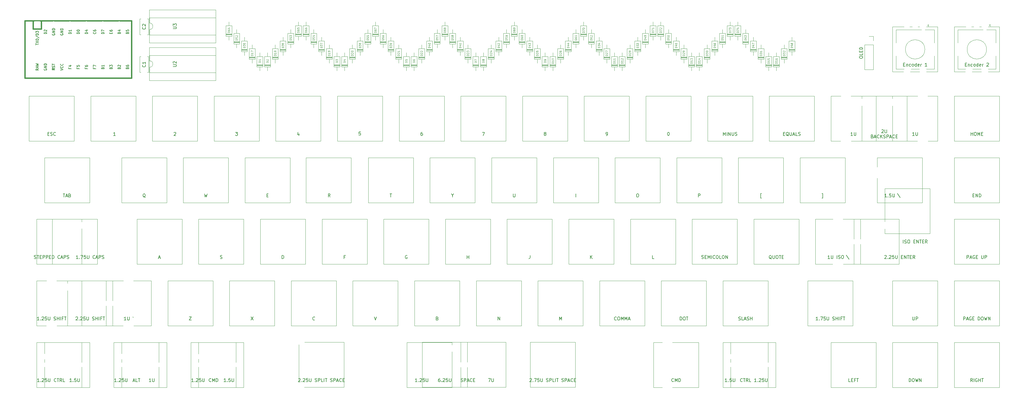
<source format=gto>
G04 #@! TF.GenerationSoftware,KiCad,Pcbnew,(6.0.0-0)*
G04 #@! TF.CreationDate,2022-10-17T22:42:16+02:00*
G04 #@! TF.ProjectId,lagom,6c61676f-6d2e-46b6-9963-61645f706362,rev?*
G04 #@! TF.SameCoordinates,Original*
G04 #@! TF.FileFunction,Legend,Top*
G04 #@! TF.FilePolarity,Positive*
%FSLAX46Y46*%
G04 Gerber Fmt 4.6, Leading zero omitted, Abs format (unit mm)*
G04 Created by KiCad (PCBNEW (6.0.0-0)) date 2022-10-17 22:42:16*
%MOMM*%
%LPD*%
G01*
G04 APERTURE LIST*
%ADD10C,0.150000*%
%ADD11C,0.100000*%
%ADD12C,0.120000*%
%ADD13C,0.381000*%
%ADD14R,1.752600X1.752600*%
%ADD15C,1.752600*%
%ADD16C,0.300000*%
%ADD17C,4.000000*%
%ADD18C,1.700000*%
%ADD19C,2.200000*%
%ADD20C,1.600000*%
%ADD21C,3.050000*%
%ADD22R,1.500000X1.500000*%
%ADD23O,1.500000X1.500000*%
%ADD24R,1.600000X1.600000*%
%ADD25O,1.600000X1.600000*%
%ADD26R,1.700000X1.700000*%
%ADD27O,1.700000X1.700000*%
%ADD28O,2.000000X3.200000*%
%ADD29R,2.000000X2.000000*%
%ADD30C,2.000000*%
G04 APERTURE END LIST*
D10*
X63486309Y-153157142D02*
X63438690Y-153204761D01*
X63295833Y-153252380D01*
X63200595Y-153252380D01*
X63057738Y-153204761D01*
X62962500Y-153109523D01*
X62914880Y-153014285D01*
X62867261Y-152823809D01*
X62867261Y-152680952D01*
X62914880Y-152490476D01*
X62962500Y-152395238D01*
X63057738Y-152300000D01*
X63200595Y-152252380D01*
X63295833Y-152252380D01*
X63438690Y-152300000D01*
X63486309Y-152347619D01*
X63772023Y-152252380D02*
X64343452Y-152252380D01*
X64057738Y-153252380D02*
X64057738Y-152252380D01*
X65248214Y-153252380D02*
X64914880Y-152776190D01*
X64676785Y-153252380D02*
X64676785Y-152252380D01*
X65057738Y-152252380D01*
X65152976Y-152300000D01*
X65200595Y-152347619D01*
X65248214Y-152442857D01*
X65248214Y-152585714D01*
X65200595Y-152680952D01*
X65152976Y-152728571D01*
X65057738Y-152776190D01*
X64676785Y-152776190D01*
X66152976Y-153252380D02*
X65676785Y-153252380D01*
X65676785Y-152252380D01*
X58258928Y-153252380D02*
X57687500Y-153252380D01*
X57973214Y-153252380D02*
X57973214Y-152252380D01*
X57877976Y-152395238D01*
X57782738Y-152490476D01*
X57687500Y-152538095D01*
X58687500Y-153157142D02*
X58735119Y-153204761D01*
X58687500Y-153252380D01*
X58639880Y-153204761D01*
X58687500Y-153157142D01*
X58687500Y-153252380D01*
X59116071Y-152347619D02*
X59163690Y-152300000D01*
X59258928Y-152252380D01*
X59497023Y-152252380D01*
X59592261Y-152300000D01*
X59639880Y-152347619D01*
X59687500Y-152442857D01*
X59687500Y-152538095D01*
X59639880Y-152680952D01*
X59068452Y-153252380D01*
X59687500Y-153252380D01*
X60592261Y-152252380D02*
X60116071Y-152252380D01*
X60068452Y-152728571D01*
X60116071Y-152680952D01*
X60211309Y-152633333D01*
X60449404Y-152633333D01*
X60544642Y-152680952D01*
X60592261Y-152728571D01*
X60639880Y-152823809D01*
X60639880Y-153061904D01*
X60592261Y-153157142D01*
X60544642Y-153204761D01*
X60449404Y-153252380D01*
X60211309Y-153252380D01*
X60116071Y-153204761D01*
X60068452Y-153157142D01*
X61068452Y-152252380D02*
X61068452Y-153061904D01*
X61116071Y-153157142D01*
X61163690Y-153204761D01*
X61258928Y-153252380D01*
X61449404Y-153252380D01*
X61544642Y-153204761D01*
X61592261Y-153157142D01*
X61639880Y-153061904D01*
X61639880Y-152252380D01*
X87313690Y-152966666D02*
X87789880Y-152966666D01*
X87218452Y-153252380D02*
X87551785Y-152252380D01*
X87885119Y-153252380D01*
X88694642Y-153252380D02*
X88218452Y-153252380D01*
X88218452Y-152252380D01*
X88885119Y-152252380D02*
X89456547Y-152252380D01*
X89170833Y-153252380D02*
X89170833Y-152252380D01*
X82133928Y-153252380D02*
X81562500Y-153252380D01*
X81848214Y-153252380D02*
X81848214Y-152252380D01*
X81752976Y-152395238D01*
X81657738Y-152490476D01*
X81562500Y-152538095D01*
X82562500Y-153157142D02*
X82610119Y-153204761D01*
X82562500Y-153252380D01*
X82514880Y-153204761D01*
X82562500Y-153157142D01*
X82562500Y-153252380D01*
X82991071Y-152347619D02*
X83038690Y-152300000D01*
X83133928Y-152252380D01*
X83372023Y-152252380D01*
X83467261Y-152300000D01*
X83514880Y-152347619D01*
X83562500Y-152442857D01*
X83562500Y-152538095D01*
X83514880Y-152680952D01*
X82943452Y-153252380D01*
X83562500Y-153252380D01*
X84467261Y-152252380D02*
X83991071Y-152252380D01*
X83943452Y-152728571D01*
X83991071Y-152680952D01*
X84086309Y-152633333D01*
X84324404Y-152633333D01*
X84419642Y-152680952D01*
X84467261Y-152728571D01*
X84514880Y-152823809D01*
X84514880Y-153061904D01*
X84467261Y-153157142D01*
X84419642Y-153204761D01*
X84324404Y-153252380D01*
X84086309Y-153252380D01*
X83991071Y-153204761D01*
X83943452Y-153157142D01*
X84943452Y-152252380D02*
X84943452Y-153061904D01*
X84991071Y-153157142D01*
X85038690Y-153204761D01*
X85133928Y-153252380D01*
X85324404Y-153252380D01*
X85419642Y-153204761D01*
X85467261Y-153157142D01*
X85514880Y-153061904D01*
X85514880Y-152252380D01*
X106008928Y-153252380D02*
X105437500Y-153252380D01*
X105723214Y-153252380D02*
X105723214Y-152252380D01*
X105627976Y-152395238D01*
X105532738Y-152490476D01*
X105437500Y-152538095D01*
X106437500Y-153157142D02*
X106485119Y-153204761D01*
X106437500Y-153252380D01*
X106389880Y-153204761D01*
X106437500Y-153157142D01*
X106437500Y-153252380D01*
X106866071Y-152347619D02*
X106913690Y-152300000D01*
X107008928Y-152252380D01*
X107247023Y-152252380D01*
X107342261Y-152300000D01*
X107389880Y-152347619D01*
X107437500Y-152442857D01*
X107437500Y-152538095D01*
X107389880Y-152680952D01*
X106818452Y-153252380D01*
X107437500Y-153252380D01*
X108342261Y-152252380D02*
X107866071Y-152252380D01*
X107818452Y-152728571D01*
X107866071Y-152680952D01*
X107961309Y-152633333D01*
X108199404Y-152633333D01*
X108294642Y-152680952D01*
X108342261Y-152728571D01*
X108389880Y-152823809D01*
X108389880Y-153061904D01*
X108342261Y-153157142D01*
X108294642Y-153204761D01*
X108199404Y-153252380D01*
X107961309Y-153252380D01*
X107866071Y-153204761D01*
X107818452Y-153157142D01*
X108818452Y-152252380D02*
X108818452Y-153061904D01*
X108866071Y-153157142D01*
X108913690Y-153204761D01*
X109008928Y-153252380D01*
X109199404Y-153252380D01*
X109294642Y-153204761D01*
X109342261Y-153157142D01*
X109389880Y-153061904D01*
X109389880Y-152252380D01*
X111450595Y-153157142D02*
X111402976Y-153204761D01*
X111260119Y-153252380D01*
X111164880Y-153252380D01*
X111022023Y-153204761D01*
X110926785Y-153109523D01*
X110879166Y-153014285D01*
X110831547Y-152823809D01*
X110831547Y-152680952D01*
X110879166Y-152490476D01*
X110926785Y-152395238D01*
X111022023Y-152300000D01*
X111164880Y-152252380D01*
X111260119Y-152252380D01*
X111402976Y-152300000D01*
X111450595Y-152347619D01*
X111879166Y-153252380D02*
X111879166Y-152252380D01*
X112212500Y-152966666D01*
X112545833Y-152252380D01*
X112545833Y-153252380D01*
X113022023Y-153252380D02*
X113022023Y-152252380D01*
X113260119Y-152252380D01*
X113402976Y-152300000D01*
X113498214Y-152395238D01*
X113545833Y-152490476D01*
X113593452Y-152680952D01*
X113593452Y-152823809D01*
X113545833Y-153014285D01*
X113498214Y-153109523D01*
X113402976Y-153204761D01*
X113260119Y-153252380D01*
X113022023Y-153252380D01*
X138518452Y-152347619D02*
X138566071Y-152300000D01*
X138661309Y-152252380D01*
X138899404Y-152252380D01*
X138994642Y-152300000D01*
X139042261Y-152347619D01*
X139089880Y-152442857D01*
X139089880Y-152538095D01*
X139042261Y-152680952D01*
X138470833Y-153252380D01*
X139089880Y-153252380D01*
X139518452Y-153157142D02*
X139566071Y-153204761D01*
X139518452Y-153252380D01*
X139470833Y-153204761D01*
X139518452Y-153157142D01*
X139518452Y-153252380D01*
X139947023Y-152347619D02*
X139994642Y-152300000D01*
X140089880Y-152252380D01*
X140327976Y-152252380D01*
X140423214Y-152300000D01*
X140470833Y-152347619D01*
X140518452Y-152442857D01*
X140518452Y-152538095D01*
X140470833Y-152680952D01*
X139899404Y-153252380D01*
X140518452Y-153252380D01*
X141423214Y-152252380D02*
X140947023Y-152252380D01*
X140899404Y-152728571D01*
X140947023Y-152680952D01*
X141042261Y-152633333D01*
X141280357Y-152633333D01*
X141375595Y-152680952D01*
X141423214Y-152728571D01*
X141470833Y-152823809D01*
X141470833Y-153061904D01*
X141423214Y-153157142D01*
X141375595Y-153204761D01*
X141280357Y-153252380D01*
X141042261Y-153252380D01*
X140947023Y-153204761D01*
X140899404Y-153157142D01*
X141899404Y-152252380D02*
X141899404Y-153061904D01*
X141947023Y-153157142D01*
X141994642Y-153204761D01*
X142089880Y-153252380D01*
X142280357Y-153252380D01*
X142375595Y-153204761D01*
X142423214Y-153157142D01*
X142470833Y-153061904D01*
X142470833Y-152252380D01*
X143661309Y-153204761D02*
X143804166Y-153252380D01*
X144042261Y-153252380D01*
X144137500Y-153204761D01*
X144185119Y-153157142D01*
X144232738Y-153061904D01*
X144232738Y-152966666D01*
X144185119Y-152871428D01*
X144137500Y-152823809D01*
X144042261Y-152776190D01*
X143851785Y-152728571D01*
X143756547Y-152680952D01*
X143708928Y-152633333D01*
X143661309Y-152538095D01*
X143661309Y-152442857D01*
X143708928Y-152347619D01*
X143756547Y-152300000D01*
X143851785Y-152252380D01*
X144089880Y-152252380D01*
X144232738Y-152300000D01*
X144661309Y-153252380D02*
X144661309Y-152252380D01*
X145042261Y-152252380D01*
X145137500Y-152300000D01*
X145185119Y-152347619D01*
X145232738Y-152442857D01*
X145232738Y-152585714D01*
X145185119Y-152680952D01*
X145137500Y-152728571D01*
X145042261Y-152776190D01*
X144661309Y-152776190D01*
X146137500Y-153252380D02*
X145661309Y-153252380D01*
X145661309Y-152252380D01*
X146470833Y-153252380D02*
X146470833Y-152252380D01*
X146804166Y-152252380D02*
X147375595Y-152252380D01*
X147089880Y-153252380D02*
X147089880Y-152252380D01*
X148423214Y-153204761D02*
X148566071Y-153252380D01*
X148804166Y-153252380D01*
X148899404Y-153204761D01*
X148947023Y-153157142D01*
X148994642Y-153061904D01*
X148994642Y-152966666D01*
X148947023Y-152871428D01*
X148899404Y-152823809D01*
X148804166Y-152776190D01*
X148613690Y-152728571D01*
X148518452Y-152680952D01*
X148470833Y-152633333D01*
X148423214Y-152538095D01*
X148423214Y-152442857D01*
X148470833Y-152347619D01*
X148518452Y-152300000D01*
X148613690Y-152252380D01*
X148851785Y-152252380D01*
X148994642Y-152300000D01*
X149423214Y-153252380D02*
X149423214Y-152252380D01*
X149804166Y-152252380D01*
X149899404Y-152300000D01*
X149947023Y-152347619D01*
X149994642Y-152442857D01*
X149994642Y-152585714D01*
X149947023Y-152680952D01*
X149899404Y-152728571D01*
X149804166Y-152776190D01*
X149423214Y-152776190D01*
X150375595Y-152966666D02*
X150851785Y-152966666D01*
X150280357Y-153252380D02*
X150613690Y-152252380D01*
X150947023Y-153252380D01*
X151851785Y-153157142D02*
X151804166Y-153204761D01*
X151661309Y-153252380D01*
X151566071Y-153252380D01*
X151423214Y-153204761D01*
X151327976Y-153109523D01*
X151280357Y-153014285D01*
X151232738Y-152823809D01*
X151232738Y-152680952D01*
X151280357Y-152490476D01*
X151327976Y-152395238D01*
X151423214Y-152300000D01*
X151566071Y-152252380D01*
X151661309Y-152252380D01*
X151804166Y-152300000D01*
X151851785Y-152347619D01*
X152280357Y-152728571D02*
X152613690Y-152728571D01*
X152756547Y-153252380D02*
X152280357Y-153252380D01*
X152280357Y-152252380D01*
X152756547Y-152252380D01*
X188833333Y-153204761D02*
X188976190Y-153252380D01*
X189214285Y-153252380D01*
X189309523Y-153204761D01*
X189357142Y-153157142D01*
X189404761Y-153061904D01*
X189404761Y-152966666D01*
X189357142Y-152871428D01*
X189309523Y-152823809D01*
X189214285Y-152776190D01*
X189023809Y-152728571D01*
X188928571Y-152680952D01*
X188880952Y-152633333D01*
X188833333Y-152538095D01*
X188833333Y-152442857D01*
X188880952Y-152347619D01*
X188928571Y-152300000D01*
X189023809Y-152252380D01*
X189261904Y-152252380D01*
X189404761Y-152300000D01*
X189833333Y-153252380D02*
X189833333Y-152252380D01*
X190214285Y-152252380D01*
X190309523Y-152300000D01*
X190357142Y-152347619D01*
X190404761Y-152442857D01*
X190404761Y-152585714D01*
X190357142Y-152680952D01*
X190309523Y-152728571D01*
X190214285Y-152776190D01*
X189833333Y-152776190D01*
X190785714Y-152966666D02*
X191261904Y-152966666D01*
X190690476Y-153252380D02*
X191023809Y-152252380D01*
X191357142Y-153252380D01*
X192261904Y-153157142D02*
X192214285Y-153204761D01*
X192071428Y-153252380D01*
X191976190Y-153252380D01*
X191833333Y-153204761D01*
X191738095Y-153109523D01*
X191690476Y-153014285D01*
X191642857Y-152823809D01*
X191642857Y-152680952D01*
X191690476Y-152490476D01*
X191738095Y-152395238D01*
X191833333Y-152300000D01*
X191976190Y-152252380D01*
X192071428Y-152252380D01*
X192214285Y-152300000D01*
X192261904Y-152347619D01*
X192690476Y-152728571D02*
X193023809Y-152728571D01*
X193166666Y-153252380D02*
X192690476Y-153252380D01*
X192690476Y-152252380D01*
X193166666Y-152252380D01*
X175246428Y-153252380D02*
X174675000Y-153252380D01*
X174960714Y-153252380D02*
X174960714Y-152252380D01*
X174865476Y-152395238D01*
X174770238Y-152490476D01*
X174675000Y-152538095D01*
X175675000Y-153157142D02*
X175722619Y-153204761D01*
X175675000Y-153252380D01*
X175627380Y-153204761D01*
X175675000Y-153157142D01*
X175675000Y-153252380D01*
X176103571Y-152347619D02*
X176151190Y-152300000D01*
X176246428Y-152252380D01*
X176484523Y-152252380D01*
X176579761Y-152300000D01*
X176627380Y-152347619D01*
X176675000Y-152442857D01*
X176675000Y-152538095D01*
X176627380Y-152680952D01*
X176055952Y-153252380D01*
X176675000Y-153252380D01*
X177579761Y-152252380D02*
X177103571Y-152252380D01*
X177055952Y-152728571D01*
X177103571Y-152680952D01*
X177198809Y-152633333D01*
X177436904Y-152633333D01*
X177532142Y-152680952D01*
X177579761Y-152728571D01*
X177627380Y-152823809D01*
X177627380Y-153061904D01*
X177579761Y-153157142D01*
X177532142Y-153204761D01*
X177436904Y-153252380D01*
X177198809Y-153252380D01*
X177103571Y-153204761D01*
X177055952Y-153157142D01*
X178055952Y-152252380D02*
X178055952Y-153061904D01*
X178103571Y-153157142D01*
X178151190Y-153204761D01*
X178246428Y-153252380D01*
X178436904Y-153252380D01*
X178532142Y-153204761D01*
X178579761Y-153157142D01*
X178627380Y-153061904D01*
X178627380Y-152252380D01*
X182313690Y-152252380D02*
X182123214Y-152252380D01*
X182027976Y-152300000D01*
X181980357Y-152347619D01*
X181885119Y-152490476D01*
X181837500Y-152680952D01*
X181837500Y-153061904D01*
X181885119Y-153157142D01*
X181932738Y-153204761D01*
X182027976Y-153252380D01*
X182218452Y-153252380D01*
X182313690Y-153204761D01*
X182361309Y-153157142D01*
X182408928Y-153061904D01*
X182408928Y-152823809D01*
X182361309Y-152728571D01*
X182313690Y-152680952D01*
X182218452Y-152633333D01*
X182027976Y-152633333D01*
X181932738Y-152680952D01*
X181885119Y-152728571D01*
X181837500Y-152823809D01*
X182837500Y-153157142D02*
X182885119Y-153204761D01*
X182837500Y-153252380D01*
X182789880Y-153204761D01*
X182837500Y-153157142D01*
X182837500Y-153252380D01*
X183266071Y-152347619D02*
X183313690Y-152300000D01*
X183408928Y-152252380D01*
X183647023Y-152252380D01*
X183742261Y-152300000D01*
X183789880Y-152347619D01*
X183837500Y-152442857D01*
X183837500Y-152538095D01*
X183789880Y-152680952D01*
X183218452Y-153252380D01*
X183837500Y-153252380D01*
X184742261Y-152252380D02*
X184266071Y-152252380D01*
X184218452Y-152728571D01*
X184266071Y-152680952D01*
X184361309Y-152633333D01*
X184599404Y-152633333D01*
X184694642Y-152680952D01*
X184742261Y-152728571D01*
X184789880Y-152823809D01*
X184789880Y-153061904D01*
X184742261Y-153157142D01*
X184694642Y-153204761D01*
X184599404Y-153252380D01*
X184361309Y-153252380D01*
X184266071Y-153204761D01*
X184218452Y-153157142D01*
X185218452Y-152252380D02*
X185218452Y-153061904D01*
X185266071Y-153157142D01*
X185313690Y-153204761D01*
X185408928Y-153252380D01*
X185599404Y-153252380D01*
X185694642Y-153204761D01*
X185742261Y-153157142D01*
X185789880Y-153061904D01*
X185789880Y-152252380D01*
X197305357Y-152252380D02*
X197972023Y-152252380D01*
X197543452Y-153252380D01*
X198352976Y-152252380D02*
X198352976Y-153061904D01*
X198400595Y-153157142D01*
X198448214Y-153204761D01*
X198543452Y-153252380D01*
X198733928Y-153252380D01*
X198829166Y-153204761D01*
X198876785Y-153157142D01*
X198924404Y-153061904D01*
X198924404Y-152252380D01*
X210143452Y-152347619D02*
X210191071Y-152300000D01*
X210286309Y-152252380D01*
X210524404Y-152252380D01*
X210619642Y-152300000D01*
X210667261Y-152347619D01*
X210714880Y-152442857D01*
X210714880Y-152538095D01*
X210667261Y-152680952D01*
X210095833Y-153252380D01*
X210714880Y-153252380D01*
X211143452Y-153157142D02*
X211191071Y-153204761D01*
X211143452Y-153252380D01*
X211095833Y-153204761D01*
X211143452Y-153157142D01*
X211143452Y-153252380D01*
X211524404Y-152252380D02*
X212191071Y-152252380D01*
X211762500Y-153252380D01*
X213048214Y-152252380D02*
X212572023Y-152252380D01*
X212524404Y-152728571D01*
X212572023Y-152680952D01*
X212667261Y-152633333D01*
X212905357Y-152633333D01*
X213000595Y-152680952D01*
X213048214Y-152728571D01*
X213095833Y-152823809D01*
X213095833Y-153061904D01*
X213048214Y-153157142D01*
X213000595Y-153204761D01*
X212905357Y-153252380D01*
X212667261Y-153252380D01*
X212572023Y-153204761D01*
X212524404Y-153157142D01*
X213524404Y-152252380D02*
X213524404Y-153061904D01*
X213572023Y-153157142D01*
X213619642Y-153204761D01*
X213714880Y-153252380D01*
X213905357Y-153252380D01*
X214000595Y-153204761D01*
X214048214Y-153157142D01*
X214095833Y-153061904D01*
X214095833Y-152252380D01*
X215286309Y-153204761D02*
X215429166Y-153252380D01*
X215667261Y-153252380D01*
X215762500Y-153204761D01*
X215810119Y-153157142D01*
X215857738Y-153061904D01*
X215857738Y-152966666D01*
X215810119Y-152871428D01*
X215762500Y-152823809D01*
X215667261Y-152776190D01*
X215476785Y-152728571D01*
X215381547Y-152680952D01*
X215333928Y-152633333D01*
X215286309Y-152538095D01*
X215286309Y-152442857D01*
X215333928Y-152347619D01*
X215381547Y-152300000D01*
X215476785Y-152252380D01*
X215714880Y-152252380D01*
X215857738Y-152300000D01*
X216286309Y-153252380D02*
X216286309Y-152252380D01*
X216667261Y-152252380D01*
X216762500Y-152300000D01*
X216810119Y-152347619D01*
X216857738Y-152442857D01*
X216857738Y-152585714D01*
X216810119Y-152680952D01*
X216762500Y-152728571D01*
X216667261Y-152776190D01*
X216286309Y-152776190D01*
X217762500Y-153252380D02*
X217286309Y-153252380D01*
X217286309Y-152252380D01*
X218095833Y-153252380D02*
X218095833Y-152252380D01*
X218429166Y-152252380D02*
X219000595Y-152252380D01*
X218714880Y-153252380D02*
X218714880Y-152252380D01*
X220048214Y-153204761D02*
X220191071Y-153252380D01*
X220429166Y-153252380D01*
X220524404Y-153204761D01*
X220572023Y-153157142D01*
X220619642Y-153061904D01*
X220619642Y-152966666D01*
X220572023Y-152871428D01*
X220524404Y-152823809D01*
X220429166Y-152776190D01*
X220238690Y-152728571D01*
X220143452Y-152680952D01*
X220095833Y-152633333D01*
X220048214Y-152538095D01*
X220048214Y-152442857D01*
X220095833Y-152347619D01*
X220143452Y-152300000D01*
X220238690Y-152252380D01*
X220476785Y-152252380D01*
X220619642Y-152300000D01*
X221048214Y-153252380D02*
X221048214Y-152252380D01*
X221429166Y-152252380D01*
X221524404Y-152300000D01*
X221572023Y-152347619D01*
X221619642Y-152442857D01*
X221619642Y-152585714D01*
X221572023Y-152680952D01*
X221524404Y-152728571D01*
X221429166Y-152776190D01*
X221048214Y-152776190D01*
X222000595Y-152966666D02*
X222476785Y-152966666D01*
X221905357Y-153252380D02*
X222238690Y-152252380D01*
X222572023Y-153252380D01*
X223476785Y-153157142D02*
X223429166Y-153204761D01*
X223286309Y-153252380D01*
X223191071Y-153252380D01*
X223048214Y-153204761D01*
X222952976Y-153109523D01*
X222905357Y-153014285D01*
X222857738Y-152823809D01*
X222857738Y-152680952D01*
X222905357Y-152490476D01*
X222952976Y-152395238D01*
X223048214Y-152300000D01*
X223191071Y-152252380D01*
X223286309Y-152252380D01*
X223429166Y-152300000D01*
X223476785Y-152347619D01*
X223905357Y-152728571D02*
X224238690Y-152728571D01*
X224381547Y-153252380D02*
X223905357Y-153252380D01*
X223905357Y-152252380D01*
X224381547Y-152252380D01*
X254700595Y-153157142D02*
X254652976Y-153204761D01*
X254510119Y-153252380D01*
X254414880Y-153252380D01*
X254272023Y-153204761D01*
X254176785Y-153109523D01*
X254129166Y-153014285D01*
X254081547Y-152823809D01*
X254081547Y-152680952D01*
X254129166Y-152490476D01*
X254176785Y-152395238D01*
X254272023Y-152300000D01*
X254414880Y-152252380D01*
X254510119Y-152252380D01*
X254652976Y-152300000D01*
X254700595Y-152347619D01*
X255129166Y-153252380D02*
X255129166Y-152252380D01*
X255462500Y-152966666D01*
X255795833Y-152252380D01*
X255795833Y-153252380D01*
X256272023Y-153252380D02*
X256272023Y-152252380D01*
X256510119Y-152252380D01*
X256652976Y-152300000D01*
X256748214Y-152395238D01*
X256795833Y-152490476D01*
X256843452Y-152680952D01*
X256843452Y-152823809D01*
X256795833Y-153014285D01*
X256748214Y-153109523D01*
X256652976Y-153204761D01*
X256510119Y-153252380D01*
X256272023Y-153252380D01*
X275973809Y-153157142D02*
X275926190Y-153204761D01*
X275783333Y-153252380D01*
X275688095Y-153252380D01*
X275545238Y-153204761D01*
X275450000Y-153109523D01*
X275402380Y-153014285D01*
X275354761Y-152823809D01*
X275354761Y-152680952D01*
X275402380Y-152490476D01*
X275450000Y-152395238D01*
X275545238Y-152300000D01*
X275688095Y-152252380D01*
X275783333Y-152252380D01*
X275926190Y-152300000D01*
X275973809Y-152347619D01*
X276259523Y-152252380D02*
X276830952Y-152252380D01*
X276545238Y-153252380D02*
X276545238Y-152252380D01*
X277735714Y-153252380D02*
X277402380Y-152776190D01*
X277164285Y-153252380D02*
X277164285Y-152252380D01*
X277545238Y-152252380D01*
X277640476Y-152300000D01*
X277688095Y-152347619D01*
X277735714Y-152442857D01*
X277735714Y-152585714D01*
X277688095Y-152680952D01*
X277640476Y-152728571D01*
X277545238Y-152776190D01*
X277164285Y-152776190D01*
X278640476Y-153252380D02*
X278164285Y-153252380D01*
X278164285Y-152252380D01*
X271222619Y-153252380D02*
X270651190Y-153252380D01*
X270936904Y-153252380D02*
X270936904Y-152252380D01*
X270841666Y-152395238D01*
X270746428Y-152490476D01*
X270651190Y-152538095D01*
X271651190Y-153157142D02*
X271698809Y-153204761D01*
X271651190Y-153252380D01*
X271603571Y-153204761D01*
X271651190Y-153157142D01*
X271651190Y-153252380D01*
X272603571Y-152252380D02*
X272127380Y-152252380D01*
X272079761Y-152728571D01*
X272127380Y-152680952D01*
X272222619Y-152633333D01*
X272460714Y-152633333D01*
X272555952Y-152680952D01*
X272603571Y-152728571D01*
X272651190Y-152823809D01*
X272651190Y-153061904D01*
X272603571Y-153157142D01*
X272555952Y-153204761D01*
X272460714Y-153252380D01*
X272222619Y-153252380D01*
X272127380Y-153204761D01*
X272079761Y-153157142D01*
X273079761Y-152252380D02*
X273079761Y-153061904D01*
X273127380Y-153157142D01*
X273175000Y-153204761D01*
X273270238Y-153252380D01*
X273460714Y-153252380D01*
X273555952Y-153204761D01*
X273603571Y-153157142D01*
X273651190Y-153061904D01*
X273651190Y-152252380D01*
X280296428Y-153252380D02*
X279725000Y-153252380D01*
X280010714Y-153252380D02*
X280010714Y-152252380D01*
X279915476Y-152395238D01*
X279820238Y-152490476D01*
X279725000Y-152538095D01*
X280725000Y-153157142D02*
X280772619Y-153204761D01*
X280725000Y-153252380D01*
X280677380Y-153204761D01*
X280725000Y-153157142D01*
X280725000Y-153252380D01*
X281153571Y-152347619D02*
X281201190Y-152300000D01*
X281296428Y-152252380D01*
X281534523Y-152252380D01*
X281629761Y-152300000D01*
X281677380Y-152347619D01*
X281725000Y-152442857D01*
X281725000Y-152538095D01*
X281677380Y-152680952D01*
X281105952Y-153252380D01*
X281725000Y-153252380D01*
X282629761Y-152252380D02*
X282153571Y-152252380D01*
X282105952Y-152728571D01*
X282153571Y-152680952D01*
X282248809Y-152633333D01*
X282486904Y-152633333D01*
X282582142Y-152680952D01*
X282629761Y-152728571D01*
X282677380Y-152823809D01*
X282677380Y-153061904D01*
X282629761Y-153157142D01*
X282582142Y-153204761D01*
X282486904Y-153252380D01*
X282248809Y-153252380D01*
X282153571Y-153204761D01*
X282105952Y-153157142D01*
X283105952Y-152252380D02*
X283105952Y-153061904D01*
X283153571Y-153157142D01*
X283201190Y-153204761D01*
X283296428Y-153252380D01*
X283486904Y-153252380D01*
X283582142Y-153204761D01*
X283629761Y-153157142D01*
X283677380Y-153061904D01*
X283677380Y-152252380D01*
X309422619Y-153252380D02*
X308946428Y-153252380D01*
X308946428Y-152252380D01*
X309755952Y-152728571D02*
X310089285Y-152728571D01*
X310232142Y-153252380D02*
X309755952Y-153252380D01*
X309755952Y-152252380D01*
X310232142Y-152252380D01*
X310994047Y-152728571D02*
X310660714Y-152728571D01*
X310660714Y-153252380D02*
X310660714Y-152252380D01*
X311136904Y-152252380D01*
X311375000Y-152252380D02*
X311946428Y-152252380D01*
X311660714Y-153252380D02*
X311660714Y-152252380D01*
X347241666Y-153252380D02*
X346908333Y-152776190D01*
X346670238Y-153252380D02*
X346670238Y-152252380D01*
X347051190Y-152252380D01*
X347146428Y-152300000D01*
X347194047Y-152347619D01*
X347241666Y-152442857D01*
X347241666Y-152585714D01*
X347194047Y-152680952D01*
X347146428Y-152728571D01*
X347051190Y-152776190D01*
X346670238Y-152776190D01*
X347670238Y-153252380D02*
X347670238Y-152252380D01*
X348670238Y-152300000D02*
X348575000Y-152252380D01*
X348432142Y-152252380D01*
X348289285Y-152300000D01*
X348194047Y-152395238D01*
X348146428Y-152490476D01*
X348098809Y-152680952D01*
X348098809Y-152823809D01*
X348146428Y-153014285D01*
X348194047Y-153109523D01*
X348289285Y-153204761D01*
X348432142Y-153252380D01*
X348527380Y-153252380D01*
X348670238Y-153204761D01*
X348717857Y-153157142D01*
X348717857Y-152823809D01*
X348527380Y-152823809D01*
X349146428Y-153252380D02*
X349146428Y-152252380D01*
X349146428Y-152728571D02*
X349717857Y-152728571D01*
X349717857Y-153252380D02*
X349717857Y-152252380D01*
X350051190Y-152252380D02*
X350622619Y-152252380D01*
X350336904Y-153252380D02*
X350336904Y-152252380D01*
X327594047Y-153252380D02*
X327594047Y-152252380D01*
X327832142Y-152252380D01*
X327975000Y-152300000D01*
X328070238Y-152395238D01*
X328117857Y-152490476D01*
X328165476Y-152680952D01*
X328165476Y-152823809D01*
X328117857Y-153014285D01*
X328070238Y-153109523D01*
X327975000Y-153204761D01*
X327832142Y-153252380D01*
X327594047Y-153252380D01*
X328784523Y-152252380D02*
X328975000Y-152252380D01*
X329070238Y-152300000D01*
X329165476Y-152395238D01*
X329213095Y-152585714D01*
X329213095Y-152919047D01*
X329165476Y-153109523D01*
X329070238Y-153204761D01*
X328975000Y-153252380D01*
X328784523Y-153252380D01*
X328689285Y-153204761D01*
X328594047Y-153109523D01*
X328546428Y-152919047D01*
X328546428Y-152585714D01*
X328594047Y-152395238D01*
X328689285Y-152300000D01*
X328784523Y-152252380D01*
X329546428Y-152252380D02*
X329784523Y-153252380D01*
X329975000Y-152538095D01*
X330165476Y-153252380D01*
X330403571Y-152252380D01*
X330784523Y-153252380D02*
X330784523Y-152252380D01*
X331355952Y-153252380D01*
X331355952Y-152252380D01*
X347336904Y-95428571D02*
X347670238Y-95428571D01*
X347813095Y-95952380D02*
X347336904Y-95952380D01*
X347336904Y-94952380D01*
X347813095Y-94952380D01*
X348241666Y-95952380D02*
X348241666Y-94952380D01*
X348813095Y-95952380D01*
X348813095Y-94952380D01*
X349289285Y-95952380D02*
X349289285Y-94952380D01*
X349527380Y-94952380D01*
X349670238Y-95000000D01*
X349765476Y-95095238D01*
X349813095Y-95190476D01*
X349860714Y-95380952D01*
X349860714Y-95523809D01*
X349813095Y-95714285D01*
X349765476Y-95809523D01*
X349670238Y-95904761D01*
X349527380Y-95952380D01*
X349289285Y-95952380D01*
X345527380Y-115052380D02*
X345527380Y-114052380D01*
X345908333Y-114052380D01*
X346003571Y-114100000D01*
X346051190Y-114147619D01*
X346098809Y-114242857D01*
X346098809Y-114385714D01*
X346051190Y-114480952D01*
X346003571Y-114528571D01*
X345908333Y-114576190D01*
X345527380Y-114576190D01*
X346479761Y-114766666D02*
X346955952Y-114766666D01*
X346384523Y-115052380D02*
X346717857Y-114052380D01*
X347051190Y-115052380D01*
X347908333Y-114100000D02*
X347813095Y-114052380D01*
X347670238Y-114052380D01*
X347527380Y-114100000D01*
X347432142Y-114195238D01*
X347384523Y-114290476D01*
X347336904Y-114480952D01*
X347336904Y-114623809D01*
X347384523Y-114814285D01*
X347432142Y-114909523D01*
X347527380Y-115004761D01*
X347670238Y-115052380D01*
X347765476Y-115052380D01*
X347908333Y-115004761D01*
X347955952Y-114957142D01*
X347955952Y-114623809D01*
X347765476Y-114623809D01*
X348384523Y-114528571D02*
X348717857Y-114528571D01*
X348860714Y-115052380D02*
X348384523Y-115052380D01*
X348384523Y-114052380D01*
X348860714Y-114052380D01*
X350051190Y-114052380D02*
X350051190Y-114861904D01*
X350098809Y-114957142D01*
X350146428Y-115004761D01*
X350241666Y-115052380D01*
X350432142Y-115052380D01*
X350527380Y-115004761D01*
X350575000Y-114957142D01*
X350622619Y-114861904D01*
X350622619Y-114052380D01*
X351098809Y-115052380D02*
X351098809Y-114052380D01*
X351479761Y-114052380D01*
X351575000Y-114100000D01*
X351622619Y-114147619D01*
X351670238Y-114242857D01*
X351670238Y-114385714D01*
X351622619Y-114480952D01*
X351575000Y-114528571D01*
X351479761Y-114576190D01*
X351098809Y-114576190D01*
X344432142Y-134152380D02*
X344432142Y-133152380D01*
X344813095Y-133152380D01*
X344908333Y-133200000D01*
X344955952Y-133247619D01*
X345003571Y-133342857D01*
X345003571Y-133485714D01*
X344955952Y-133580952D01*
X344908333Y-133628571D01*
X344813095Y-133676190D01*
X344432142Y-133676190D01*
X345384523Y-133866666D02*
X345860714Y-133866666D01*
X345289285Y-134152380D02*
X345622619Y-133152380D01*
X345955952Y-134152380D01*
X346813095Y-133200000D02*
X346717857Y-133152380D01*
X346575000Y-133152380D01*
X346432142Y-133200000D01*
X346336904Y-133295238D01*
X346289285Y-133390476D01*
X346241666Y-133580952D01*
X346241666Y-133723809D01*
X346289285Y-133914285D01*
X346336904Y-134009523D01*
X346432142Y-134104761D01*
X346575000Y-134152380D01*
X346670238Y-134152380D01*
X346813095Y-134104761D01*
X346860714Y-134057142D01*
X346860714Y-133723809D01*
X346670238Y-133723809D01*
X347289285Y-133628571D02*
X347622619Y-133628571D01*
X347765476Y-134152380D02*
X347289285Y-134152380D01*
X347289285Y-133152380D01*
X347765476Y-133152380D01*
X348955952Y-134152380D02*
X348955952Y-133152380D01*
X349194047Y-133152380D01*
X349336904Y-133200000D01*
X349432142Y-133295238D01*
X349479761Y-133390476D01*
X349527380Y-133580952D01*
X349527380Y-133723809D01*
X349479761Y-133914285D01*
X349432142Y-134009523D01*
X349336904Y-134104761D01*
X349194047Y-134152380D01*
X348955952Y-134152380D01*
X350146428Y-133152380D02*
X350336904Y-133152380D01*
X350432142Y-133200000D01*
X350527380Y-133295238D01*
X350575000Y-133485714D01*
X350575000Y-133819047D01*
X350527380Y-134009523D01*
X350432142Y-134104761D01*
X350336904Y-134152380D01*
X350146428Y-134152380D01*
X350051190Y-134104761D01*
X349955952Y-134009523D01*
X349908333Y-133819047D01*
X349908333Y-133485714D01*
X349955952Y-133295238D01*
X350051190Y-133200000D01*
X350146428Y-133152380D01*
X350908333Y-133152380D02*
X351146428Y-134152380D01*
X351336904Y-133438095D01*
X351527380Y-134152380D01*
X351765476Y-133152380D01*
X352146428Y-134152380D02*
X352146428Y-133152380D01*
X352717857Y-134152380D01*
X352717857Y-133152380D01*
X328689285Y-133152380D02*
X328689285Y-133961904D01*
X328736904Y-134057142D01*
X328784523Y-134104761D01*
X328879761Y-134152380D01*
X329070238Y-134152380D01*
X329165476Y-134104761D01*
X329213095Y-134057142D01*
X329260714Y-133961904D01*
X329260714Y-133152380D01*
X329736904Y-134152380D02*
X329736904Y-133152380D01*
X330117857Y-133152380D01*
X330213095Y-133200000D01*
X330260714Y-133247619D01*
X330308333Y-133342857D01*
X330308333Y-133485714D01*
X330260714Y-133580952D01*
X330213095Y-133628571D01*
X330117857Y-133676190D01*
X329736904Y-133676190D01*
X299355357Y-134152380D02*
X298783928Y-134152380D01*
X299069642Y-134152380D02*
X299069642Y-133152380D01*
X298974404Y-133295238D01*
X298879166Y-133390476D01*
X298783928Y-133438095D01*
X299783928Y-134057142D02*
X299831547Y-134104761D01*
X299783928Y-134152380D01*
X299736309Y-134104761D01*
X299783928Y-134057142D01*
X299783928Y-134152380D01*
X300164880Y-133152380D02*
X300831547Y-133152380D01*
X300402976Y-134152380D01*
X301688690Y-133152380D02*
X301212500Y-133152380D01*
X301164880Y-133628571D01*
X301212500Y-133580952D01*
X301307738Y-133533333D01*
X301545833Y-133533333D01*
X301641071Y-133580952D01*
X301688690Y-133628571D01*
X301736309Y-133723809D01*
X301736309Y-133961904D01*
X301688690Y-134057142D01*
X301641071Y-134104761D01*
X301545833Y-134152380D01*
X301307738Y-134152380D01*
X301212500Y-134104761D01*
X301164880Y-134057142D01*
X302164880Y-133152380D02*
X302164880Y-133961904D01*
X302212500Y-134057142D01*
X302260119Y-134104761D01*
X302355357Y-134152380D01*
X302545833Y-134152380D01*
X302641071Y-134104761D01*
X302688690Y-134057142D01*
X302736309Y-133961904D01*
X302736309Y-133152380D01*
X303926785Y-134104761D02*
X304069642Y-134152380D01*
X304307738Y-134152380D01*
X304402976Y-134104761D01*
X304450595Y-134057142D01*
X304498214Y-133961904D01*
X304498214Y-133866666D01*
X304450595Y-133771428D01*
X304402976Y-133723809D01*
X304307738Y-133676190D01*
X304117261Y-133628571D01*
X304022023Y-133580952D01*
X303974404Y-133533333D01*
X303926785Y-133438095D01*
X303926785Y-133342857D01*
X303974404Y-133247619D01*
X304022023Y-133200000D01*
X304117261Y-133152380D01*
X304355357Y-133152380D01*
X304498214Y-133200000D01*
X304926785Y-134152380D02*
X304926785Y-133152380D01*
X304926785Y-133628571D02*
X305498214Y-133628571D01*
X305498214Y-134152380D02*
X305498214Y-133152380D01*
X305974404Y-134152380D02*
X305974404Y-133152380D01*
X306783928Y-133628571D02*
X306450595Y-133628571D01*
X306450595Y-134152380D02*
X306450595Y-133152380D01*
X306926785Y-133152380D01*
X307164880Y-133152380D02*
X307736309Y-133152380D01*
X307450595Y-134152380D02*
X307450595Y-133152380D01*
X274830952Y-134104761D02*
X274973809Y-134152380D01*
X275211904Y-134152380D01*
X275307142Y-134104761D01*
X275354761Y-134057142D01*
X275402380Y-133961904D01*
X275402380Y-133866666D01*
X275354761Y-133771428D01*
X275307142Y-133723809D01*
X275211904Y-133676190D01*
X275021428Y-133628571D01*
X274926190Y-133580952D01*
X274878571Y-133533333D01*
X274830952Y-133438095D01*
X274830952Y-133342857D01*
X274878571Y-133247619D01*
X274926190Y-133200000D01*
X275021428Y-133152380D01*
X275259523Y-133152380D01*
X275402380Y-133200000D01*
X276307142Y-134152380D02*
X275830952Y-134152380D01*
X275830952Y-133152380D01*
X276592857Y-133866666D02*
X277069047Y-133866666D01*
X276497619Y-134152380D02*
X276830952Y-133152380D01*
X277164285Y-134152380D01*
X277450000Y-134104761D02*
X277592857Y-134152380D01*
X277830952Y-134152380D01*
X277926190Y-134104761D01*
X277973809Y-134057142D01*
X278021428Y-133961904D01*
X278021428Y-133866666D01*
X277973809Y-133771428D01*
X277926190Y-133723809D01*
X277830952Y-133676190D01*
X277640476Y-133628571D01*
X277545238Y-133580952D01*
X277497619Y-133533333D01*
X277450000Y-133438095D01*
X277450000Y-133342857D01*
X277497619Y-133247619D01*
X277545238Y-133200000D01*
X277640476Y-133152380D01*
X277878571Y-133152380D01*
X278021428Y-133200000D01*
X278450000Y-134152380D02*
X278450000Y-133152380D01*
X278450000Y-133628571D02*
X279021428Y-133628571D01*
X279021428Y-134152380D02*
X279021428Y-133152380D01*
X256683333Y-134152380D02*
X256683333Y-133152380D01*
X256921428Y-133152380D01*
X257064285Y-133200000D01*
X257159523Y-133295238D01*
X257207142Y-133390476D01*
X257254761Y-133580952D01*
X257254761Y-133723809D01*
X257207142Y-133914285D01*
X257159523Y-134009523D01*
X257064285Y-134104761D01*
X256921428Y-134152380D01*
X256683333Y-134152380D01*
X257873809Y-133152380D02*
X258064285Y-133152380D01*
X258159523Y-133200000D01*
X258254761Y-133295238D01*
X258302380Y-133485714D01*
X258302380Y-133819047D01*
X258254761Y-134009523D01*
X258159523Y-134104761D01*
X258064285Y-134152380D01*
X257873809Y-134152380D01*
X257778571Y-134104761D01*
X257683333Y-134009523D01*
X257635714Y-133819047D01*
X257635714Y-133485714D01*
X257683333Y-133295238D01*
X257778571Y-133200000D01*
X257873809Y-133152380D01*
X258588095Y-133152380D02*
X259159523Y-133152380D01*
X258873809Y-134152380D02*
X258873809Y-133152380D01*
X236964285Y-134057142D02*
X236916666Y-134104761D01*
X236773809Y-134152380D01*
X236678571Y-134152380D01*
X236535714Y-134104761D01*
X236440476Y-134009523D01*
X236392857Y-133914285D01*
X236345238Y-133723809D01*
X236345238Y-133580952D01*
X236392857Y-133390476D01*
X236440476Y-133295238D01*
X236535714Y-133200000D01*
X236678571Y-133152380D01*
X236773809Y-133152380D01*
X236916666Y-133200000D01*
X236964285Y-133247619D01*
X237583333Y-133152380D02*
X237773809Y-133152380D01*
X237869047Y-133200000D01*
X237964285Y-133295238D01*
X238011904Y-133485714D01*
X238011904Y-133819047D01*
X237964285Y-134009523D01*
X237869047Y-134104761D01*
X237773809Y-134152380D01*
X237583333Y-134152380D01*
X237488095Y-134104761D01*
X237392857Y-134009523D01*
X237345238Y-133819047D01*
X237345238Y-133485714D01*
X237392857Y-133295238D01*
X237488095Y-133200000D01*
X237583333Y-133152380D01*
X238440476Y-134152380D02*
X238440476Y-133152380D01*
X238773809Y-133866666D01*
X239107142Y-133152380D01*
X239107142Y-134152380D01*
X239583333Y-134152380D02*
X239583333Y-133152380D01*
X239916666Y-133866666D01*
X240250000Y-133152380D01*
X240250000Y-134152380D01*
X240678571Y-133866666D02*
X241154761Y-133866666D01*
X240583333Y-134152380D02*
X240916666Y-133152380D01*
X241250000Y-134152380D01*
X219316666Y-134152380D02*
X219316666Y-133152380D01*
X219650000Y-133866666D01*
X219983333Y-133152380D01*
X219983333Y-134152380D01*
X200264285Y-134152380D02*
X200264285Y-133152380D01*
X200835714Y-134152380D01*
X200835714Y-133152380D01*
X181521428Y-133628571D02*
X181664285Y-133676190D01*
X181711904Y-133723809D01*
X181759523Y-133819047D01*
X181759523Y-133961904D01*
X181711904Y-134057142D01*
X181664285Y-134104761D01*
X181569047Y-134152380D01*
X181188095Y-134152380D01*
X181188095Y-133152380D01*
X181521428Y-133152380D01*
X181616666Y-133200000D01*
X181664285Y-133247619D01*
X181711904Y-133342857D01*
X181711904Y-133438095D01*
X181664285Y-133533333D01*
X181616666Y-133580952D01*
X181521428Y-133628571D01*
X181188095Y-133628571D01*
X162016666Y-133152380D02*
X162350000Y-134152380D01*
X162683333Y-133152380D01*
X143559523Y-134057142D02*
X143511904Y-134104761D01*
X143369047Y-134152380D01*
X143273809Y-134152380D01*
X143130952Y-134104761D01*
X143035714Y-134009523D01*
X142988095Y-133914285D01*
X142940476Y-133723809D01*
X142940476Y-133580952D01*
X142988095Y-133390476D01*
X143035714Y-133295238D01*
X143130952Y-133200000D01*
X143273809Y-133152380D01*
X143369047Y-133152380D01*
X143511904Y-133200000D01*
X143559523Y-133247619D01*
X123816666Y-133152380D02*
X124483333Y-134152380D01*
X124483333Y-133152380D02*
X123816666Y-134152380D01*
X104716666Y-133152380D02*
X105383333Y-133152380D01*
X104716666Y-134152380D01*
X105383333Y-134152380D01*
X85140476Y-134152380D02*
X84569047Y-134152380D01*
X84854761Y-134152380D02*
X84854761Y-133152380D01*
X84759523Y-133295238D01*
X84664285Y-133390476D01*
X84569047Y-133438095D01*
X85569047Y-133152380D02*
X85569047Y-133961904D01*
X85616666Y-134057142D01*
X85664285Y-134104761D01*
X85759523Y-134152380D01*
X85950000Y-134152380D01*
X86045238Y-134104761D01*
X86092857Y-134057142D01*
X86140476Y-133961904D01*
X86140476Y-133152380D01*
X87235714Y-133104761D02*
X87378571Y-133247619D01*
X69583928Y-133247619D02*
X69631547Y-133200000D01*
X69726785Y-133152380D01*
X69964880Y-133152380D01*
X70060119Y-133200000D01*
X70107738Y-133247619D01*
X70155357Y-133342857D01*
X70155357Y-133438095D01*
X70107738Y-133580952D01*
X69536309Y-134152380D01*
X70155357Y-134152380D01*
X70583928Y-134057142D02*
X70631547Y-134104761D01*
X70583928Y-134152380D01*
X70536309Y-134104761D01*
X70583928Y-134057142D01*
X70583928Y-134152380D01*
X71012500Y-133247619D02*
X71060119Y-133200000D01*
X71155357Y-133152380D01*
X71393452Y-133152380D01*
X71488690Y-133200000D01*
X71536309Y-133247619D01*
X71583928Y-133342857D01*
X71583928Y-133438095D01*
X71536309Y-133580952D01*
X70964880Y-134152380D01*
X71583928Y-134152380D01*
X72488690Y-133152380D02*
X72012500Y-133152380D01*
X71964880Y-133628571D01*
X72012500Y-133580952D01*
X72107738Y-133533333D01*
X72345833Y-133533333D01*
X72441071Y-133580952D01*
X72488690Y-133628571D01*
X72536309Y-133723809D01*
X72536309Y-133961904D01*
X72488690Y-134057142D01*
X72441071Y-134104761D01*
X72345833Y-134152380D01*
X72107738Y-134152380D01*
X72012500Y-134104761D01*
X71964880Y-134057142D01*
X72964880Y-133152380D02*
X72964880Y-133961904D01*
X73012500Y-134057142D01*
X73060119Y-134104761D01*
X73155357Y-134152380D01*
X73345833Y-134152380D01*
X73441071Y-134104761D01*
X73488690Y-134057142D01*
X73536309Y-133961904D01*
X73536309Y-133152380D01*
X74726785Y-134104761D02*
X74869642Y-134152380D01*
X75107738Y-134152380D01*
X75202976Y-134104761D01*
X75250595Y-134057142D01*
X75298214Y-133961904D01*
X75298214Y-133866666D01*
X75250595Y-133771428D01*
X75202976Y-133723809D01*
X75107738Y-133676190D01*
X74917261Y-133628571D01*
X74822023Y-133580952D01*
X74774404Y-133533333D01*
X74726785Y-133438095D01*
X74726785Y-133342857D01*
X74774404Y-133247619D01*
X74822023Y-133200000D01*
X74917261Y-133152380D01*
X75155357Y-133152380D01*
X75298214Y-133200000D01*
X75726785Y-134152380D02*
X75726785Y-133152380D01*
X75726785Y-133628571D02*
X76298214Y-133628571D01*
X76298214Y-134152380D02*
X76298214Y-133152380D01*
X76774404Y-134152380D02*
X76774404Y-133152380D01*
X77583928Y-133628571D02*
X77250595Y-133628571D01*
X77250595Y-134152380D02*
X77250595Y-133152380D01*
X77726785Y-133152380D01*
X77964880Y-133152380D02*
X78536309Y-133152380D01*
X78250595Y-134152380D02*
X78250595Y-133152380D01*
X58217857Y-134152380D02*
X57646428Y-134152380D01*
X57932142Y-134152380D02*
X57932142Y-133152380D01*
X57836904Y-133295238D01*
X57741666Y-133390476D01*
X57646428Y-133438095D01*
X58646428Y-134057142D02*
X58694047Y-134104761D01*
X58646428Y-134152380D01*
X58598809Y-134104761D01*
X58646428Y-134057142D01*
X58646428Y-134152380D01*
X59075000Y-133247619D02*
X59122619Y-133200000D01*
X59217857Y-133152380D01*
X59455952Y-133152380D01*
X59551190Y-133200000D01*
X59598809Y-133247619D01*
X59646428Y-133342857D01*
X59646428Y-133438095D01*
X59598809Y-133580952D01*
X59027380Y-134152380D01*
X59646428Y-134152380D01*
X60551190Y-133152380D02*
X60075000Y-133152380D01*
X60027380Y-133628571D01*
X60075000Y-133580952D01*
X60170238Y-133533333D01*
X60408333Y-133533333D01*
X60503571Y-133580952D01*
X60551190Y-133628571D01*
X60598809Y-133723809D01*
X60598809Y-133961904D01*
X60551190Y-134057142D01*
X60503571Y-134104761D01*
X60408333Y-134152380D01*
X60170238Y-134152380D01*
X60075000Y-134104761D01*
X60027380Y-134057142D01*
X61027380Y-133152380D02*
X61027380Y-133961904D01*
X61075000Y-134057142D01*
X61122619Y-134104761D01*
X61217857Y-134152380D01*
X61408333Y-134152380D01*
X61503571Y-134104761D01*
X61551190Y-134057142D01*
X61598809Y-133961904D01*
X61598809Y-133152380D01*
X62789285Y-134104761D02*
X62932142Y-134152380D01*
X63170238Y-134152380D01*
X63265476Y-134104761D01*
X63313095Y-134057142D01*
X63360714Y-133961904D01*
X63360714Y-133866666D01*
X63313095Y-133771428D01*
X63265476Y-133723809D01*
X63170238Y-133676190D01*
X62979761Y-133628571D01*
X62884523Y-133580952D01*
X62836904Y-133533333D01*
X62789285Y-133438095D01*
X62789285Y-133342857D01*
X62836904Y-133247619D01*
X62884523Y-133200000D01*
X62979761Y-133152380D01*
X63217857Y-133152380D01*
X63360714Y-133200000D01*
X63789285Y-134152380D02*
X63789285Y-133152380D01*
X63789285Y-133628571D02*
X64360714Y-133628571D01*
X64360714Y-134152380D02*
X64360714Y-133152380D01*
X64836904Y-134152380D02*
X64836904Y-133152380D01*
X65646428Y-133628571D02*
X65313095Y-133628571D01*
X65313095Y-134152380D02*
X65313095Y-133152380D01*
X65789285Y-133152380D01*
X66027380Y-133152380D02*
X66598809Y-133152380D01*
X66313095Y-134152380D02*
X66313095Y-133152380D01*
X70298214Y-115052380D02*
X69726785Y-115052380D01*
X70012500Y-115052380D02*
X70012500Y-114052380D01*
X69917261Y-114195238D01*
X69822023Y-114290476D01*
X69726785Y-114338095D01*
X70726785Y-114957142D02*
X70774404Y-115004761D01*
X70726785Y-115052380D01*
X70679166Y-115004761D01*
X70726785Y-114957142D01*
X70726785Y-115052380D01*
X71107738Y-114052380D02*
X71774404Y-114052380D01*
X71345833Y-115052380D01*
X72631547Y-114052380D02*
X72155357Y-114052380D01*
X72107738Y-114528571D01*
X72155357Y-114480952D01*
X72250595Y-114433333D01*
X72488690Y-114433333D01*
X72583928Y-114480952D01*
X72631547Y-114528571D01*
X72679166Y-114623809D01*
X72679166Y-114861904D01*
X72631547Y-114957142D01*
X72583928Y-115004761D01*
X72488690Y-115052380D01*
X72250595Y-115052380D01*
X72155357Y-115004761D01*
X72107738Y-114957142D01*
X73107738Y-114052380D02*
X73107738Y-114861904D01*
X73155357Y-114957142D01*
X73202976Y-115004761D01*
X73298214Y-115052380D01*
X73488690Y-115052380D01*
X73583928Y-115004761D01*
X73631547Y-114957142D01*
X73679166Y-114861904D01*
X73679166Y-114052380D01*
X75488690Y-114957142D02*
X75441071Y-115004761D01*
X75298214Y-115052380D01*
X75202976Y-115052380D01*
X75060119Y-115004761D01*
X74964880Y-114909523D01*
X74917261Y-114814285D01*
X74869642Y-114623809D01*
X74869642Y-114480952D01*
X74917261Y-114290476D01*
X74964880Y-114195238D01*
X75060119Y-114100000D01*
X75202976Y-114052380D01*
X75298214Y-114052380D01*
X75441071Y-114100000D01*
X75488690Y-114147619D01*
X75869642Y-114766666D02*
X76345833Y-114766666D01*
X75774404Y-115052380D02*
X76107738Y-114052380D01*
X76441071Y-115052380D01*
X76774404Y-115052380D02*
X76774404Y-114052380D01*
X77155357Y-114052380D01*
X77250595Y-114100000D01*
X77298214Y-114147619D01*
X77345833Y-114242857D01*
X77345833Y-114385714D01*
X77298214Y-114480952D01*
X77250595Y-114528571D01*
X77155357Y-114576190D01*
X76774404Y-114576190D01*
X77726785Y-115004761D02*
X77869642Y-115052380D01*
X78107738Y-115052380D01*
X78202976Y-115004761D01*
X78250595Y-114957142D01*
X78298214Y-114861904D01*
X78298214Y-114766666D01*
X78250595Y-114671428D01*
X78202976Y-114623809D01*
X78107738Y-114576190D01*
X77917261Y-114528571D01*
X77822023Y-114480952D01*
X77774404Y-114433333D01*
X77726785Y-114338095D01*
X77726785Y-114242857D01*
X77774404Y-114147619D01*
X77822023Y-114100000D01*
X77917261Y-114052380D01*
X78155357Y-114052380D01*
X78298214Y-114100000D01*
X56717857Y-115004761D02*
X56860714Y-115052380D01*
X57098809Y-115052380D01*
X57194047Y-115004761D01*
X57241666Y-114957142D01*
X57289285Y-114861904D01*
X57289285Y-114766666D01*
X57241666Y-114671428D01*
X57194047Y-114623809D01*
X57098809Y-114576190D01*
X56908333Y-114528571D01*
X56813095Y-114480952D01*
X56765476Y-114433333D01*
X56717857Y-114338095D01*
X56717857Y-114242857D01*
X56765476Y-114147619D01*
X56813095Y-114100000D01*
X56908333Y-114052380D01*
X57146428Y-114052380D01*
X57289285Y-114100000D01*
X57575000Y-114052380D02*
X58146428Y-114052380D01*
X57860714Y-115052380D02*
X57860714Y-114052380D01*
X58479761Y-114528571D02*
X58813095Y-114528571D01*
X58955952Y-115052380D02*
X58479761Y-115052380D01*
X58479761Y-114052380D01*
X58955952Y-114052380D01*
X59384523Y-115052380D02*
X59384523Y-114052380D01*
X59765476Y-114052380D01*
X59860714Y-114100000D01*
X59908333Y-114147619D01*
X59955952Y-114242857D01*
X59955952Y-114385714D01*
X59908333Y-114480952D01*
X59860714Y-114528571D01*
X59765476Y-114576190D01*
X59384523Y-114576190D01*
X60384523Y-115052380D02*
X60384523Y-114052380D01*
X60765476Y-114052380D01*
X60860714Y-114100000D01*
X60908333Y-114147619D01*
X60955952Y-114242857D01*
X60955952Y-114385714D01*
X60908333Y-114480952D01*
X60860714Y-114528571D01*
X60765476Y-114576190D01*
X60384523Y-114576190D01*
X61384523Y-114528571D02*
X61717857Y-114528571D01*
X61860714Y-115052380D02*
X61384523Y-115052380D01*
X61384523Y-114052380D01*
X61860714Y-114052380D01*
X62289285Y-115052380D02*
X62289285Y-114052380D01*
X62527380Y-114052380D01*
X62670238Y-114100000D01*
X62765476Y-114195238D01*
X62813095Y-114290476D01*
X62860714Y-114480952D01*
X62860714Y-114623809D01*
X62813095Y-114814285D01*
X62765476Y-114909523D01*
X62670238Y-115004761D01*
X62527380Y-115052380D01*
X62289285Y-115052380D01*
X64622619Y-114957142D02*
X64575000Y-115004761D01*
X64432142Y-115052380D01*
X64336904Y-115052380D01*
X64194047Y-115004761D01*
X64098809Y-114909523D01*
X64051190Y-114814285D01*
X64003571Y-114623809D01*
X64003571Y-114480952D01*
X64051190Y-114290476D01*
X64098809Y-114195238D01*
X64194047Y-114100000D01*
X64336904Y-114052380D01*
X64432142Y-114052380D01*
X64575000Y-114100000D01*
X64622619Y-114147619D01*
X65003571Y-114766666D02*
X65479761Y-114766666D01*
X64908333Y-115052380D02*
X65241666Y-114052380D01*
X65575000Y-115052380D01*
X65908333Y-115052380D02*
X65908333Y-114052380D01*
X66289285Y-114052380D01*
X66384523Y-114100000D01*
X66432142Y-114147619D01*
X66479761Y-114242857D01*
X66479761Y-114385714D01*
X66432142Y-114480952D01*
X66384523Y-114528571D01*
X66289285Y-114576190D01*
X65908333Y-114576190D01*
X66860714Y-115004761D02*
X67003571Y-115052380D01*
X67241666Y-115052380D01*
X67336904Y-115004761D01*
X67384523Y-114957142D01*
X67432142Y-114861904D01*
X67432142Y-114766666D01*
X67384523Y-114671428D01*
X67336904Y-114623809D01*
X67241666Y-114576190D01*
X67051190Y-114528571D01*
X66955952Y-114480952D01*
X66908333Y-114433333D01*
X66860714Y-114338095D01*
X66860714Y-114242857D01*
X66908333Y-114147619D01*
X66955952Y-114100000D01*
X67051190Y-114052380D01*
X67289285Y-114052380D01*
X67432142Y-114100000D01*
X248609523Y-115052380D02*
X248133333Y-115052380D01*
X248133333Y-114052380D01*
X228938095Y-115052380D02*
X228938095Y-114052380D01*
X229509523Y-115052380D02*
X229080952Y-114480952D01*
X229509523Y-114052380D02*
X228938095Y-114623809D01*
X210242857Y-114052380D02*
X210242857Y-114766666D01*
X210195238Y-114909523D01*
X210100000Y-115004761D01*
X209957142Y-115052380D01*
X209861904Y-115052380D01*
X190714285Y-115052380D02*
X190714285Y-114052380D01*
X190714285Y-114528571D02*
X191285714Y-114528571D01*
X191285714Y-115052380D02*
X191285714Y-114052380D01*
X172161904Y-114100000D02*
X172066666Y-114052380D01*
X171923809Y-114052380D01*
X171780952Y-114100000D01*
X171685714Y-114195238D01*
X171638095Y-114290476D01*
X171590476Y-114480952D01*
X171590476Y-114623809D01*
X171638095Y-114814285D01*
X171685714Y-114909523D01*
X171780952Y-115004761D01*
X171923809Y-115052380D01*
X172019047Y-115052380D01*
X172161904Y-115004761D01*
X172209523Y-114957142D01*
X172209523Y-114623809D01*
X172019047Y-114623809D01*
X152942857Y-114528571D02*
X152609523Y-114528571D01*
X152609523Y-115052380D02*
X152609523Y-114052380D01*
X153085714Y-114052380D01*
X133438095Y-115052380D02*
X133438095Y-114052380D01*
X133676190Y-114052380D01*
X133819047Y-114100000D01*
X133914285Y-114195238D01*
X133961904Y-114290476D01*
X134009523Y-114480952D01*
X134009523Y-114623809D01*
X133961904Y-114814285D01*
X133914285Y-114909523D01*
X133819047Y-115004761D01*
X133676190Y-115052380D01*
X133438095Y-115052380D01*
X114314285Y-115004761D02*
X114457142Y-115052380D01*
X114695238Y-115052380D01*
X114790476Y-115004761D01*
X114838095Y-114957142D01*
X114885714Y-114861904D01*
X114885714Y-114766666D01*
X114838095Y-114671428D01*
X114790476Y-114623809D01*
X114695238Y-114576190D01*
X114504761Y-114528571D01*
X114409523Y-114480952D01*
X114361904Y-114433333D01*
X114314285Y-114338095D01*
X114314285Y-114242857D01*
X114361904Y-114147619D01*
X114409523Y-114100000D01*
X114504761Y-114052380D01*
X114742857Y-114052380D01*
X114885714Y-114100000D01*
X95261904Y-114766666D02*
X95738095Y-114766666D01*
X95166666Y-115052380D02*
X95500000Y-114052380D01*
X95833333Y-115052380D01*
X263376190Y-115004761D02*
X263519047Y-115052380D01*
X263757142Y-115052380D01*
X263852380Y-115004761D01*
X263900000Y-114957142D01*
X263947619Y-114861904D01*
X263947619Y-114766666D01*
X263900000Y-114671428D01*
X263852380Y-114623809D01*
X263757142Y-114576190D01*
X263566666Y-114528571D01*
X263471428Y-114480952D01*
X263423809Y-114433333D01*
X263376190Y-114338095D01*
X263376190Y-114242857D01*
X263423809Y-114147619D01*
X263471428Y-114100000D01*
X263566666Y-114052380D01*
X263804761Y-114052380D01*
X263947619Y-114100000D01*
X264376190Y-114528571D02*
X264709523Y-114528571D01*
X264852380Y-115052380D02*
X264376190Y-115052380D01*
X264376190Y-114052380D01*
X264852380Y-114052380D01*
X265280952Y-115052380D02*
X265280952Y-114052380D01*
X265614285Y-114766666D01*
X265947619Y-114052380D01*
X265947619Y-115052380D01*
X266423809Y-115052380D02*
X266423809Y-114052380D01*
X267471428Y-114957142D02*
X267423809Y-115004761D01*
X267280952Y-115052380D01*
X267185714Y-115052380D01*
X267042857Y-115004761D01*
X266947619Y-114909523D01*
X266900000Y-114814285D01*
X266852380Y-114623809D01*
X266852380Y-114480952D01*
X266900000Y-114290476D01*
X266947619Y-114195238D01*
X267042857Y-114100000D01*
X267185714Y-114052380D01*
X267280952Y-114052380D01*
X267423809Y-114100000D01*
X267471428Y-114147619D01*
X268090476Y-114052380D02*
X268280952Y-114052380D01*
X268376190Y-114100000D01*
X268471428Y-114195238D01*
X268519047Y-114385714D01*
X268519047Y-114719047D01*
X268471428Y-114909523D01*
X268376190Y-115004761D01*
X268280952Y-115052380D01*
X268090476Y-115052380D01*
X267995238Y-115004761D01*
X267900000Y-114909523D01*
X267852380Y-114719047D01*
X267852380Y-114385714D01*
X267900000Y-114195238D01*
X267995238Y-114100000D01*
X268090476Y-114052380D01*
X269423809Y-115052380D02*
X268947619Y-115052380D01*
X268947619Y-114052380D01*
X269947619Y-114052380D02*
X270138095Y-114052380D01*
X270233333Y-114100000D01*
X270328571Y-114195238D01*
X270376190Y-114385714D01*
X270376190Y-114719047D01*
X270328571Y-114909523D01*
X270233333Y-115004761D01*
X270138095Y-115052380D01*
X269947619Y-115052380D01*
X269852380Y-115004761D01*
X269757142Y-114909523D01*
X269709523Y-114719047D01*
X269709523Y-114385714D01*
X269757142Y-114195238D01*
X269852380Y-114100000D01*
X269947619Y-114052380D01*
X270804761Y-115052380D02*
X270804761Y-114052380D01*
X271376190Y-115052380D01*
X271376190Y-114052380D01*
X285000000Y-115147619D02*
X284904761Y-115100000D01*
X284809523Y-115004761D01*
X284666666Y-114861904D01*
X284571428Y-114814285D01*
X284476190Y-114814285D01*
X284523809Y-115052380D02*
X284428571Y-115004761D01*
X284333333Y-114909523D01*
X284285714Y-114719047D01*
X284285714Y-114385714D01*
X284333333Y-114195238D01*
X284428571Y-114100000D01*
X284523809Y-114052380D01*
X284714285Y-114052380D01*
X284809523Y-114100000D01*
X284904761Y-114195238D01*
X284952380Y-114385714D01*
X284952380Y-114719047D01*
X284904761Y-114909523D01*
X284809523Y-115004761D01*
X284714285Y-115052380D01*
X284523809Y-115052380D01*
X285380952Y-114052380D02*
X285380952Y-114861904D01*
X285428571Y-114957142D01*
X285476190Y-115004761D01*
X285571428Y-115052380D01*
X285761904Y-115052380D01*
X285857142Y-115004761D01*
X285904761Y-114957142D01*
X285952380Y-114861904D01*
X285952380Y-114052380D01*
X286619047Y-114052380D02*
X286809523Y-114052380D01*
X286904761Y-114100000D01*
X287000000Y-114195238D01*
X287047619Y-114385714D01*
X287047619Y-114719047D01*
X287000000Y-114909523D01*
X286904761Y-115004761D01*
X286809523Y-115052380D01*
X286619047Y-115052380D01*
X286523809Y-115004761D01*
X286428571Y-114909523D01*
X286380952Y-114719047D01*
X286380952Y-114385714D01*
X286428571Y-114195238D01*
X286523809Y-114100000D01*
X286619047Y-114052380D01*
X287333333Y-114052380D02*
X287904761Y-114052380D01*
X287619047Y-115052380D02*
X287619047Y-114052380D01*
X288238095Y-114528571D02*
X288571428Y-114528571D01*
X288714285Y-115052380D02*
X288238095Y-115052380D01*
X288238095Y-114052380D01*
X288714285Y-114052380D01*
X303028571Y-115052380D02*
X302457142Y-115052380D01*
X302742857Y-115052380D02*
X302742857Y-114052380D01*
X302647619Y-114195238D01*
X302552380Y-114290476D01*
X302457142Y-114338095D01*
X303457142Y-114052380D02*
X303457142Y-114861904D01*
X303504761Y-114957142D01*
X303552380Y-115004761D01*
X303647619Y-115052380D01*
X303838095Y-115052380D01*
X303933333Y-115004761D01*
X303980952Y-114957142D01*
X304028571Y-114861904D01*
X304028571Y-114052380D01*
X305266666Y-115052380D02*
X305266666Y-114052380D01*
X305695238Y-115004761D02*
X305838095Y-115052380D01*
X306076190Y-115052380D01*
X306171428Y-115004761D01*
X306219047Y-114957142D01*
X306266666Y-114861904D01*
X306266666Y-114766666D01*
X306219047Y-114671428D01*
X306171428Y-114623809D01*
X306076190Y-114576190D01*
X305885714Y-114528571D01*
X305790476Y-114480952D01*
X305742857Y-114433333D01*
X305695238Y-114338095D01*
X305695238Y-114242857D01*
X305742857Y-114147619D01*
X305790476Y-114100000D01*
X305885714Y-114052380D01*
X306123809Y-114052380D01*
X306266666Y-114100000D01*
X306885714Y-114052380D02*
X307076190Y-114052380D01*
X307171428Y-114100000D01*
X307266666Y-114195238D01*
X307314285Y-114385714D01*
X307314285Y-114719047D01*
X307266666Y-114909523D01*
X307171428Y-115004761D01*
X307076190Y-115052380D01*
X306885714Y-115052380D01*
X306790476Y-115004761D01*
X306695238Y-114909523D01*
X306647619Y-114719047D01*
X306647619Y-114385714D01*
X306695238Y-114195238D01*
X306790476Y-114100000D01*
X306885714Y-114052380D01*
X308171428Y-113957142D02*
X309028571Y-115242857D01*
X320009523Y-114147619D02*
X320057142Y-114100000D01*
X320152380Y-114052380D01*
X320390476Y-114052380D01*
X320485714Y-114100000D01*
X320533333Y-114147619D01*
X320580952Y-114242857D01*
X320580952Y-114338095D01*
X320533333Y-114480952D01*
X319961904Y-115052380D01*
X320580952Y-115052380D01*
X321009523Y-114957142D02*
X321057142Y-115004761D01*
X321009523Y-115052380D01*
X320961904Y-115004761D01*
X321009523Y-114957142D01*
X321009523Y-115052380D01*
X321438095Y-114147619D02*
X321485714Y-114100000D01*
X321580952Y-114052380D01*
X321819047Y-114052380D01*
X321914285Y-114100000D01*
X321961904Y-114147619D01*
X322009523Y-114242857D01*
X322009523Y-114338095D01*
X321961904Y-114480952D01*
X321390476Y-115052380D01*
X322009523Y-115052380D01*
X322914285Y-114052380D02*
X322438095Y-114052380D01*
X322390476Y-114528571D01*
X322438095Y-114480952D01*
X322533333Y-114433333D01*
X322771428Y-114433333D01*
X322866666Y-114480952D01*
X322914285Y-114528571D01*
X322961904Y-114623809D01*
X322961904Y-114861904D01*
X322914285Y-114957142D01*
X322866666Y-115004761D01*
X322771428Y-115052380D01*
X322533333Y-115052380D01*
X322438095Y-115004761D01*
X322390476Y-114957142D01*
X323390476Y-114052380D02*
X323390476Y-114861904D01*
X323438095Y-114957142D01*
X323485714Y-115004761D01*
X323580952Y-115052380D01*
X323771428Y-115052380D01*
X323866666Y-115004761D01*
X323914285Y-114957142D01*
X323961904Y-114861904D01*
X323961904Y-114052380D01*
X325200000Y-114528571D02*
X325533333Y-114528571D01*
X325676190Y-115052380D02*
X325200000Y-115052380D01*
X325200000Y-114052380D01*
X325676190Y-114052380D01*
X326104761Y-115052380D02*
X326104761Y-114052380D01*
X326676190Y-115052380D01*
X326676190Y-114052380D01*
X327009523Y-114052380D02*
X327580952Y-114052380D01*
X327295238Y-115052380D02*
X327295238Y-114052380D01*
X327914285Y-114528571D02*
X328247619Y-114528571D01*
X328390476Y-115052380D02*
X327914285Y-115052380D01*
X327914285Y-114052380D01*
X328390476Y-114052380D01*
X329390476Y-115052380D02*
X329057142Y-114576190D01*
X328819047Y-115052380D02*
X328819047Y-114052380D01*
X329200000Y-114052380D01*
X329295238Y-114100000D01*
X329342857Y-114147619D01*
X329390476Y-114242857D01*
X329390476Y-114385714D01*
X329342857Y-114480952D01*
X329295238Y-114528571D01*
X329200000Y-114576190D01*
X328819047Y-114576190D01*
X325784523Y-110277380D02*
X325784523Y-109277380D01*
X326213095Y-110229761D02*
X326355952Y-110277380D01*
X326594047Y-110277380D01*
X326689285Y-110229761D01*
X326736904Y-110182142D01*
X326784523Y-110086904D01*
X326784523Y-109991666D01*
X326736904Y-109896428D01*
X326689285Y-109848809D01*
X326594047Y-109801190D01*
X326403571Y-109753571D01*
X326308333Y-109705952D01*
X326260714Y-109658333D01*
X326213095Y-109563095D01*
X326213095Y-109467857D01*
X326260714Y-109372619D01*
X326308333Y-109325000D01*
X326403571Y-109277380D01*
X326641666Y-109277380D01*
X326784523Y-109325000D01*
X327403571Y-109277380D02*
X327594047Y-109277380D01*
X327689285Y-109325000D01*
X327784523Y-109420238D01*
X327832142Y-109610714D01*
X327832142Y-109944047D01*
X327784523Y-110134523D01*
X327689285Y-110229761D01*
X327594047Y-110277380D01*
X327403571Y-110277380D01*
X327308333Y-110229761D01*
X327213095Y-110134523D01*
X327165476Y-109944047D01*
X327165476Y-109610714D01*
X327213095Y-109420238D01*
X327308333Y-109325000D01*
X327403571Y-109277380D01*
X329022619Y-109753571D02*
X329355952Y-109753571D01*
X329498809Y-110277380D02*
X329022619Y-110277380D01*
X329022619Y-109277380D01*
X329498809Y-109277380D01*
X329927380Y-110277380D02*
X329927380Y-109277380D01*
X330498809Y-110277380D01*
X330498809Y-109277380D01*
X330832142Y-109277380D02*
X331403571Y-109277380D01*
X331117857Y-110277380D02*
X331117857Y-109277380D01*
X331736904Y-109753571D02*
X332070238Y-109753571D01*
X332213095Y-110277380D02*
X331736904Y-110277380D01*
X331736904Y-109277380D01*
X332213095Y-109277380D01*
X333213095Y-110277380D02*
X332879761Y-109801190D01*
X332641666Y-110277380D02*
X332641666Y-109277380D01*
X333022619Y-109277380D01*
X333117857Y-109325000D01*
X333165476Y-109372619D01*
X333213095Y-109467857D01*
X333213095Y-109610714D01*
X333165476Y-109705952D01*
X333117857Y-109753571D01*
X333022619Y-109801190D01*
X332641666Y-109801190D01*
X320645833Y-95952380D02*
X320074404Y-95952380D01*
X320360119Y-95952380D02*
X320360119Y-94952380D01*
X320264880Y-95095238D01*
X320169642Y-95190476D01*
X320074404Y-95238095D01*
X321074404Y-95857142D02*
X321122023Y-95904761D01*
X321074404Y-95952380D01*
X321026785Y-95904761D01*
X321074404Y-95857142D01*
X321074404Y-95952380D01*
X322026785Y-94952380D02*
X321550595Y-94952380D01*
X321502976Y-95428571D01*
X321550595Y-95380952D01*
X321645833Y-95333333D01*
X321883928Y-95333333D01*
X321979166Y-95380952D01*
X322026785Y-95428571D01*
X322074404Y-95523809D01*
X322074404Y-95761904D01*
X322026785Y-95857142D01*
X321979166Y-95904761D01*
X321883928Y-95952380D01*
X321645833Y-95952380D01*
X321550595Y-95904761D01*
X321502976Y-95857142D01*
X322502976Y-94952380D02*
X322502976Y-95761904D01*
X322550595Y-95857142D01*
X322598214Y-95904761D01*
X322693452Y-95952380D01*
X322883928Y-95952380D01*
X322979166Y-95904761D01*
X323026785Y-95857142D01*
X323074404Y-95761904D01*
X323074404Y-94952380D01*
X323979166Y-94857142D02*
X324836309Y-96142857D01*
X300634523Y-96285714D02*
X300872619Y-96285714D01*
X300872619Y-94857142D01*
X300634523Y-94857142D01*
X281915476Y-96285714D02*
X281677380Y-96285714D01*
X281677380Y-94857142D01*
X281915476Y-94857142D01*
X262363095Y-95952380D02*
X262363095Y-94952380D01*
X262744047Y-94952380D01*
X262839285Y-95000000D01*
X262886904Y-95047619D01*
X262934523Y-95142857D01*
X262934523Y-95285714D01*
X262886904Y-95380952D01*
X262839285Y-95428571D01*
X262744047Y-95476190D01*
X262363095Y-95476190D01*
X243429761Y-94952380D02*
X243620238Y-94952380D01*
X243715476Y-95000000D01*
X243810714Y-95095238D01*
X243858333Y-95285714D01*
X243858333Y-95619047D01*
X243810714Y-95809523D01*
X243715476Y-95904761D01*
X243620238Y-95952380D01*
X243429761Y-95952380D01*
X243334523Y-95904761D01*
X243239285Y-95809523D01*
X243191666Y-95619047D01*
X243191666Y-95285714D01*
X243239285Y-95095238D01*
X243334523Y-95000000D01*
X243429761Y-94952380D01*
X224425000Y-95952380D02*
X224425000Y-94952380D01*
X205039285Y-94952380D02*
X205039285Y-95761904D01*
X205086904Y-95857142D01*
X205134523Y-95904761D01*
X205229761Y-95952380D01*
X205420238Y-95952380D01*
X205515476Y-95904761D01*
X205563095Y-95857142D01*
X205610714Y-95761904D01*
X205610714Y-94952380D01*
X186225000Y-95476190D02*
X186225000Y-95952380D01*
X185891666Y-94952380D02*
X186225000Y-95476190D01*
X186558333Y-94952380D01*
X166839285Y-94952380D02*
X167410714Y-94952380D01*
X167125000Y-95952380D02*
X167125000Y-94952380D01*
X148334523Y-95952380D02*
X148001190Y-95476190D01*
X147763095Y-95952380D02*
X147763095Y-94952380D01*
X148144047Y-94952380D01*
X148239285Y-95000000D01*
X148286904Y-95047619D01*
X148334523Y-95142857D01*
X148334523Y-95285714D01*
X148286904Y-95380952D01*
X148239285Y-95428571D01*
X148144047Y-95476190D01*
X147763095Y-95476190D01*
X128710714Y-95428571D02*
X129044047Y-95428571D01*
X129186904Y-95952380D02*
X128710714Y-95952380D01*
X128710714Y-94952380D01*
X129186904Y-94952380D01*
X109396428Y-94952380D02*
X109634523Y-95952380D01*
X109825000Y-95238095D01*
X110015476Y-95952380D01*
X110253571Y-94952380D01*
X91105952Y-96047619D02*
X91010714Y-96000000D01*
X90915476Y-95904761D01*
X90772619Y-95761904D01*
X90677380Y-95714285D01*
X90582142Y-95714285D01*
X90629761Y-95952380D02*
X90534523Y-95904761D01*
X90439285Y-95809523D01*
X90391666Y-95619047D01*
X90391666Y-95285714D01*
X90439285Y-95095238D01*
X90534523Y-95000000D01*
X90629761Y-94952380D01*
X90820238Y-94952380D01*
X90915476Y-95000000D01*
X91010714Y-95095238D01*
X91058333Y-95285714D01*
X91058333Y-95619047D01*
X91010714Y-95809523D01*
X90915476Y-95904761D01*
X90820238Y-95952380D01*
X90629761Y-95952380D01*
X65635714Y-94952380D02*
X66207142Y-94952380D01*
X65921428Y-95952380D02*
X65921428Y-94952380D01*
X66492857Y-95666666D02*
X66969047Y-95666666D01*
X66397619Y-95952380D02*
X66730952Y-94952380D01*
X67064285Y-95952380D01*
X67730952Y-95428571D02*
X67873809Y-95476190D01*
X67921428Y-95523809D01*
X67969047Y-95619047D01*
X67969047Y-95761904D01*
X67921428Y-95857142D01*
X67873809Y-95904761D01*
X67778571Y-95952380D01*
X67397619Y-95952380D01*
X67397619Y-94952380D01*
X67730952Y-94952380D01*
X67826190Y-95000000D01*
X67873809Y-95047619D01*
X67921428Y-95142857D01*
X67921428Y-95238095D01*
X67873809Y-95333333D01*
X67826190Y-95380952D01*
X67730952Y-95428571D01*
X67397619Y-95428571D01*
X344979761Y-54841071D02*
X345313095Y-54841071D01*
X345455952Y-55364880D02*
X344979761Y-55364880D01*
X344979761Y-54364880D01*
X345455952Y-54364880D01*
X345884523Y-54698214D02*
X345884523Y-55364880D01*
X345884523Y-54793452D02*
X345932142Y-54745833D01*
X346027380Y-54698214D01*
X346170238Y-54698214D01*
X346265476Y-54745833D01*
X346313095Y-54841071D01*
X346313095Y-55364880D01*
X347217857Y-55317261D02*
X347122619Y-55364880D01*
X346932142Y-55364880D01*
X346836904Y-55317261D01*
X346789285Y-55269642D01*
X346741666Y-55174404D01*
X346741666Y-54888690D01*
X346789285Y-54793452D01*
X346836904Y-54745833D01*
X346932142Y-54698214D01*
X347122619Y-54698214D01*
X347217857Y-54745833D01*
X347789285Y-55364880D02*
X347694047Y-55317261D01*
X347646428Y-55269642D01*
X347598809Y-55174404D01*
X347598809Y-54888690D01*
X347646428Y-54793452D01*
X347694047Y-54745833D01*
X347789285Y-54698214D01*
X347932142Y-54698214D01*
X348027380Y-54745833D01*
X348075000Y-54793452D01*
X348122619Y-54888690D01*
X348122619Y-55174404D01*
X348075000Y-55269642D01*
X348027380Y-55317261D01*
X347932142Y-55364880D01*
X347789285Y-55364880D01*
X348979761Y-55364880D02*
X348979761Y-54364880D01*
X348979761Y-55317261D02*
X348884523Y-55364880D01*
X348694047Y-55364880D01*
X348598809Y-55317261D01*
X348551190Y-55269642D01*
X348503571Y-55174404D01*
X348503571Y-54888690D01*
X348551190Y-54793452D01*
X348598809Y-54745833D01*
X348694047Y-54698214D01*
X348884523Y-54698214D01*
X348979761Y-54745833D01*
X349836904Y-55317261D02*
X349741666Y-55364880D01*
X349551190Y-55364880D01*
X349455952Y-55317261D01*
X349408333Y-55222023D01*
X349408333Y-54841071D01*
X349455952Y-54745833D01*
X349551190Y-54698214D01*
X349741666Y-54698214D01*
X349836904Y-54745833D01*
X349884523Y-54841071D01*
X349884523Y-54936309D01*
X349408333Y-55031547D01*
X350313095Y-55364880D02*
X350313095Y-54698214D01*
X350313095Y-54888690D02*
X350360714Y-54793452D01*
X350408333Y-54745833D01*
X350503571Y-54698214D01*
X350598809Y-54698214D01*
X351646428Y-54460119D02*
X351694047Y-54412500D01*
X351789285Y-54364880D01*
X352027380Y-54364880D01*
X352122619Y-54412500D01*
X352170238Y-54460119D01*
X352217857Y-54555357D01*
X352217857Y-54650595D01*
X352170238Y-54793452D01*
X351598809Y-55364880D01*
X352217857Y-55364880D01*
X325879761Y-54841071D02*
X326213095Y-54841071D01*
X326355952Y-55364880D02*
X325879761Y-55364880D01*
X325879761Y-54364880D01*
X326355952Y-54364880D01*
X326784523Y-54698214D02*
X326784523Y-55364880D01*
X326784523Y-54793452D02*
X326832142Y-54745833D01*
X326927380Y-54698214D01*
X327070238Y-54698214D01*
X327165476Y-54745833D01*
X327213095Y-54841071D01*
X327213095Y-55364880D01*
X328117857Y-55317261D02*
X328022619Y-55364880D01*
X327832142Y-55364880D01*
X327736904Y-55317261D01*
X327689285Y-55269642D01*
X327641666Y-55174404D01*
X327641666Y-54888690D01*
X327689285Y-54793452D01*
X327736904Y-54745833D01*
X327832142Y-54698214D01*
X328022619Y-54698214D01*
X328117857Y-54745833D01*
X328689285Y-55364880D02*
X328594047Y-55317261D01*
X328546428Y-55269642D01*
X328498809Y-55174404D01*
X328498809Y-54888690D01*
X328546428Y-54793452D01*
X328594047Y-54745833D01*
X328689285Y-54698214D01*
X328832142Y-54698214D01*
X328927380Y-54745833D01*
X328975000Y-54793452D01*
X329022619Y-54888690D01*
X329022619Y-55174404D01*
X328975000Y-55269642D01*
X328927380Y-55317261D01*
X328832142Y-55364880D01*
X328689285Y-55364880D01*
X329879761Y-55364880D02*
X329879761Y-54364880D01*
X329879761Y-55317261D02*
X329784523Y-55364880D01*
X329594047Y-55364880D01*
X329498809Y-55317261D01*
X329451190Y-55269642D01*
X329403571Y-55174404D01*
X329403571Y-54888690D01*
X329451190Y-54793452D01*
X329498809Y-54745833D01*
X329594047Y-54698214D01*
X329784523Y-54698214D01*
X329879761Y-54745833D01*
X330736904Y-55317261D02*
X330641666Y-55364880D01*
X330451190Y-55364880D01*
X330355952Y-55317261D01*
X330308333Y-55222023D01*
X330308333Y-54841071D01*
X330355952Y-54745833D01*
X330451190Y-54698214D01*
X330641666Y-54698214D01*
X330736904Y-54745833D01*
X330784523Y-54841071D01*
X330784523Y-54936309D01*
X330308333Y-55031547D01*
X331213095Y-55364880D02*
X331213095Y-54698214D01*
X331213095Y-54888690D02*
X331260714Y-54793452D01*
X331308333Y-54745833D01*
X331403571Y-54698214D01*
X331498809Y-54698214D01*
X333117857Y-55364880D02*
X332546428Y-55364880D01*
X332832142Y-55364880D02*
X332832142Y-54364880D01*
X332736904Y-54507738D01*
X332641666Y-54602976D01*
X332546428Y-54650595D01*
X346741666Y-76852380D02*
X346741666Y-75852380D01*
X346741666Y-76328571D02*
X347313095Y-76328571D01*
X347313095Y-76852380D02*
X347313095Y-75852380D01*
X347979761Y-75852380D02*
X348170238Y-75852380D01*
X348265476Y-75900000D01*
X348360714Y-75995238D01*
X348408333Y-76185714D01*
X348408333Y-76519047D01*
X348360714Y-76709523D01*
X348265476Y-76804761D01*
X348170238Y-76852380D01*
X347979761Y-76852380D01*
X347884523Y-76804761D01*
X347789285Y-76709523D01*
X347741666Y-76519047D01*
X347741666Y-76185714D01*
X347789285Y-75995238D01*
X347884523Y-75900000D01*
X347979761Y-75852380D01*
X348836904Y-76852380D02*
X348836904Y-75852380D01*
X349170238Y-76566666D01*
X349503571Y-75852380D01*
X349503571Y-76852380D01*
X349979761Y-76328571D02*
X350313095Y-76328571D01*
X350455952Y-76852380D02*
X349979761Y-76852380D01*
X349979761Y-75852380D01*
X350455952Y-75852380D01*
X329236904Y-76852380D02*
X328665476Y-76852380D01*
X328951190Y-76852380D02*
X328951190Y-75852380D01*
X328855952Y-75995238D01*
X328760714Y-76090476D01*
X328665476Y-76138095D01*
X329665476Y-75852380D02*
X329665476Y-76661904D01*
X329713095Y-76757142D01*
X329760714Y-76804761D01*
X329855952Y-76852380D01*
X330046428Y-76852380D01*
X330141666Y-76804761D01*
X330189285Y-76757142D01*
X330236904Y-76661904D01*
X330236904Y-75852380D01*
X319115476Y-75142619D02*
X319163095Y-75095000D01*
X319258333Y-75047380D01*
X319496428Y-75047380D01*
X319591666Y-75095000D01*
X319639285Y-75142619D01*
X319686904Y-75237857D01*
X319686904Y-75333095D01*
X319639285Y-75475952D01*
X319067857Y-76047380D01*
X319686904Y-76047380D01*
X320115476Y-75047380D02*
X320115476Y-75856904D01*
X320163095Y-75952142D01*
X320210714Y-75999761D01*
X320305952Y-76047380D01*
X320496428Y-76047380D01*
X320591666Y-75999761D01*
X320639285Y-75952142D01*
X320686904Y-75856904D01*
X320686904Y-75047380D01*
X316210714Y-77133571D02*
X316353571Y-77181190D01*
X316401190Y-77228809D01*
X316448809Y-77324047D01*
X316448809Y-77466904D01*
X316401190Y-77562142D01*
X316353571Y-77609761D01*
X316258333Y-77657380D01*
X315877380Y-77657380D01*
X315877380Y-76657380D01*
X316210714Y-76657380D01*
X316305952Y-76705000D01*
X316353571Y-76752619D01*
X316401190Y-76847857D01*
X316401190Y-76943095D01*
X316353571Y-77038333D01*
X316305952Y-77085952D01*
X316210714Y-77133571D01*
X315877380Y-77133571D01*
X316829761Y-77371666D02*
X317305952Y-77371666D01*
X316734523Y-77657380D02*
X317067857Y-76657380D01*
X317401190Y-77657380D01*
X318305952Y-77562142D02*
X318258333Y-77609761D01*
X318115476Y-77657380D01*
X318020238Y-77657380D01*
X317877380Y-77609761D01*
X317782142Y-77514523D01*
X317734523Y-77419285D01*
X317686904Y-77228809D01*
X317686904Y-77085952D01*
X317734523Y-76895476D01*
X317782142Y-76800238D01*
X317877380Y-76705000D01*
X318020238Y-76657380D01*
X318115476Y-76657380D01*
X318258333Y-76705000D01*
X318305952Y-76752619D01*
X318734523Y-77657380D02*
X318734523Y-76657380D01*
X319305952Y-77657380D02*
X318877380Y-77085952D01*
X319305952Y-76657380D02*
X318734523Y-77228809D01*
X319686904Y-77609761D02*
X319829761Y-77657380D01*
X320067857Y-77657380D01*
X320163095Y-77609761D01*
X320210714Y-77562142D01*
X320258333Y-77466904D01*
X320258333Y-77371666D01*
X320210714Y-77276428D01*
X320163095Y-77228809D01*
X320067857Y-77181190D01*
X319877380Y-77133571D01*
X319782142Y-77085952D01*
X319734523Y-77038333D01*
X319686904Y-76943095D01*
X319686904Y-76847857D01*
X319734523Y-76752619D01*
X319782142Y-76705000D01*
X319877380Y-76657380D01*
X320115476Y-76657380D01*
X320258333Y-76705000D01*
X320686904Y-77657380D02*
X320686904Y-76657380D01*
X321067857Y-76657380D01*
X321163095Y-76705000D01*
X321210714Y-76752619D01*
X321258333Y-76847857D01*
X321258333Y-76990714D01*
X321210714Y-77085952D01*
X321163095Y-77133571D01*
X321067857Y-77181190D01*
X320686904Y-77181190D01*
X321639285Y-77371666D02*
X322115476Y-77371666D01*
X321544047Y-77657380D02*
X321877380Y-76657380D01*
X322210714Y-77657380D01*
X323115476Y-77562142D02*
X323067857Y-77609761D01*
X322925000Y-77657380D01*
X322829761Y-77657380D01*
X322686904Y-77609761D01*
X322591666Y-77514523D01*
X322544047Y-77419285D01*
X322496428Y-77228809D01*
X322496428Y-77085952D01*
X322544047Y-76895476D01*
X322591666Y-76800238D01*
X322686904Y-76705000D01*
X322829761Y-76657380D01*
X322925000Y-76657380D01*
X323067857Y-76705000D01*
X323115476Y-76752619D01*
X323544047Y-77133571D02*
X323877380Y-77133571D01*
X324020238Y-77657380D02*
X323544047Y-77657380D01*
X323544047Y-76657380D01*
X324020238Y-76657380D01*
X310136904Y-76852380D02*
X309565476Y-76852380D01*
X309851190Y-76852380D02*
X309851190Y-75852380D01*
X309755952Y-75995238D01*
X309660714Y-76090476D01*
X309565476Y-76138095D01*
X310565476Y-75852380D02*
X310565476Y-76661904D01*
X310613095Y-76757142D01*
X310660714Y-76804761D01*
X310755952Y-76852380D01*
X310946428Y-76852380D01*
X311041666Y-76804761D01*
X311089285Y-76757142D01*
X311136904Y-76661904D01*
X311136904Y-75852380D01*
X288703571Y-76328571D02*
X289036904Y-76328571D01*
X289179761Y-76852380D02*
X288703571Y-76852380D01*
X288703571Y-75852380D01*
X289179761Y-75852380D01*
X290275000Y-76947619D02*
X290179761Y-76900000D01*
X290084523Y-76804761D01*
X289941666Y-76661904D01*
X289846428Y-76614285D01*
X289751190Y-76614285D01*
X289798809Y-76852380D02*
X289703571Y-76804761D01*
X289608333Y-76709523D01*
X289560714Y-76519047D01*
X289560714Y-76185714D01*
X289608333Y-75995238D01*
X289703571Y-75900000D01*
X289798809Y-75852380D01*
X289989285Y-75852380D01*
X290084523Y-75900000D01*
X290179761Y-75995238D01*
X290227380Y-76185714D01*
X290227380Y-76519047D01*
X290179761Y-76709523D01*
X290084523Y-76804761D01*
X289989285Y-76852380D01*
X289798809Y-76852380D01*
X290655952Y-75852380D02*
X290655952Y-76661904D01*
X290703571Y-76757142D01*
X290751190Y-76804761D01*
X290846428Y-76852380D01*
X291036904Y-76852380D01*
X291132142Y-76804761D01*
X291179761Y-76757142D01*
X291227380Y-76661904D01*
X291227380Y-75852380D01*
X291655952Y-76566666D02*
X292132142Y-76566666D01*
X291560714Y-76852380D02*
X291894047Y-75852380D01*
X292227380Y-76852380D01*
X293036904Y-76852380D02*
X292560714Y-76852380D01*
X292560714Y-75852380D01*
X293322619Y-76804761D02*
X293465476Y-76852380D01*
X293703571Y-76852380D01*
X293798809Y-76804761D01*
X293846428Y-76757142D01*
X293894047Y-76661904D01*
X293894047Y-76566666D01*
X293846428Y-76471428D01*
X293798809Y-76423809D01*
X293703571Y-76376190D01*
X293513095Y-76328571D01*
X293417857Y-76280952D01*
X293370238Y-76233333D01*
X293322619Y-76138095D01*
X293322619Y-76042857D01*
X293370238Y-75947619D01*
X293417857Y-75900000D01*
X293513095Y-75852380D01*
X293751190Y-75852380D01*
X293894047Y-75900000D01*
X270079761Y-76852380D02*
X270079761Y-75852380D01*
X270413095Y-76566666D01*
X270746428Y-75852380D01*
X270746428Y-76852380D01*
X271222619Y-76852380D02*
X271222619Y-75852380D01*
X271698809Y-76852380D02*
X271698809Y-75852380D01*
X272270238Y-76852380D01*
X272270238Y-75852380D01*
X272746428Y-75852380D02*
X272746428Y-76661904D01*
X272794047Y-76757142D01*
X272841666Y-76804761D01*
X272936904Y-76852380D01*
X273127380Y-76852380D01*
X273222619Y-76804761D01*
X273270238Y-76757142D01*
X273317857Y-76661904D01*
X273317857Y-75852380D01*
X273746428Y-76804761D02*
X273889285Y-76852380D01*
X274127380Y-76852380D01*
X274222619Y-76804761D01*
X274270238Y-76757142D01*
X274317857Y-76661904D01*
X274317857Y-76566666D01*
X274270238Y-76471428D01*
X274222619Y-76423809D01*
X274127380Y-76376190D01*
X273936904Y-76328571D01*
X273841666Y-76280952D01*
X273794047Y-76233333D01*
X273746428Y-76138095D01*
X273746428Y-76042857D01*
X273794047Y-75947619D01*
X273841666Y-75900000D01*
X273936904Y-75852380D01*
X274175000Y-75852380D01*
X274317857Y-75900000D01*
X253027380Y-75852380D02*
X253122619Y-75852380D01*
X253217857Y-75900000D01*
X253265476Y-75947619D01*
X253313095Y-76042857D01*
X253360714Y-76233333D01*
X253360714Y-76471428D01*
X253313095Y-76661904D01*
X253265476Y-76757142D01*
X253217857Y-76804761D01*
X253122619Y-76852380D01*
X253027380Y-76852380D01*
X252932142Y-76804761D01*
X252884523Y-76757142D01*
X252836904Y-76661904D01*
X252789285Y-76471428D01*
X252789285Y-76233333D01*
X252836904Y-76042857D01*
X252884523Y-75947619D01*
X252932142Y-75900000D01*
X253027380Y-75852380D01*
X233784523Y-76852380D02*
X233975000Y-76852380D01*
X234070238Y-76804761D01*
X234117857Y-76757142D01*
X234213095Y-76614285D01*
X234260714Y-76423809D01*
X234260714Y-76042857D01*
X234213095Y-75947619D01*
X234165476Y-75900000D01*
X234070238Y-75852380D01*
X233879761Y-75852380D01*
X233784523Y-75900000D01*
X233736904Y-75947619D01*
X233689285Y-76042857D01*
X233689285Y-76280952D01*
X233736904Y-76376190D01*
X233784523Y-76423809D01*
X233879761Y-76471428D01*
X234070238Y-76471428D01*
X234165476Y-76423809D01*
X234213095Y-76376190D01*
X234260714Y-76280952D01*
X214779761Y-76280952D02*
X214684523Y-76233333D01*
X214636904Y-76185714D01*
X214589285Y-76090476D01*
X214589285Y-76042857D01*
X214636904Y-75947619D01*
X214684523Y-75900000D01*
X214779761Y-75852380D01*
X214970238Y-75852380D01*
X215065476Y-75900000D01*
X215113095Y-75947619D01*
X215160714Y-76042857D01*
X215160714Y-76090476D01*
X215113095Y-76185714D01*
X215065476Y-76233333D01*
X214970238Y-76280952D01*
X214779761Y-76280952D01*
X214684523Y-76328571D01*
X214636904Y-76376190D01*
X214589285Y-76471428D01*
X214589285Y-76661904D01*
X214636904Y-76757142D01*
X214684523Y-76804761D01*
X214779761Y-76852380D01*
X214970238Y-76852380D01*
X215065476Y-76804761D01*
X215113095Y-76757142D01*
X215160714Y-76661904D01*
X215160714Y-76471428D01*
X215113095Y-76376190D01*
X215065476Y-76328571D01*
X214970238Y-76280952D01*
X195441666Y-75852380D02*
X196108333Y-75852380D01*
X195679761Y-76852380D01*
X176865476Y-75852380D02*
X176675000Y-75852380D01*
X176579761Y-75900000D01*
X176532142Y-75947619D01*
X176436904Y-76090476D01*
X176389285Y-76280952D01*
X176389285Y-76661904D01*
X176436904Y-76757142D01*
X176484523Y-76804761D01*
X176579761Y-76852380D01*
X176770238Y-76852380D01*
X176865476Y-76804761D01*
X176913095Y-76757142D01*
X176960714Y-76661904D01*
X176960714Y-76423809D01*
X176913095Y-76328571D01*
X176865476Y-76280952D01*
X176770238Y-76233333D01*
X176579761Y-76233333D01*
X176484523Y-76280952D01*
X176436904Y-76328571D01*
X176389285Y-76423809D01*
X157752682Y-75745397D02*
X157276491Y-75745397D01*
X157228872Y-76221588D01*
X157276491Y-76173969D01*
X157371729Y-76126350D01*
X157609825Y-76126350D01*
X157705063Y-76173969D01*
X157752682Y-76221588D01*
X157800301Y-76316826D01*
X157800301Y-76554921D01*
X157752682Y-76650159D01*
X157705063Y-76697778D01*
X157609825Y-76745397D01*
X157371729Y-76745397D01*
X157276491Y-76697778D01*
X157228872Y-76650159D01*
X138665476Y-76185714D02*
X138665476Y-76852380D01*
X138427380Y-75804761D02*
X138189285Y-76519047D01*
X138808333Y-76519047D01*
X119041666Y-75852380D02*
X119660714Y-75852380D01*
X119327380Y-76233333D01*
X119470238Y-76233333D01*
X119565476Y-76280952D01*
X119613095Y-76328571D01*
X119660714Y-76423809D01*
X119660714Y-76661904D01*
X119613095Y-76757142D01*
X119565476Y-76804761D01*
X119470238Y-76852380D01*
X119184523Y-76852380D01*
X119089285Y-76804761D01*
X119041666Y-76757142D01*
X99989285Y-75947619D02*
X100036904Y-75900000D01*
X100132142Y-75852380D01*
X100370238Y-75852380D01*
X100465476Y-75900000D01*
X100513095Y-75947619D01*
X100560714Y-76042857D01*
X100560714Y-76138095D01*
X100513095Y-76280952D01*
X99941666Y-76852380D01*
X100560714Y-76852380D01*
X81841666Y-76852380D02*
X81270238Y-76852380D01*
X81555952Y-76852380D02*
X81555952Y-75852380D01*
X81460714Y-75995238D01*
X81365476Y-76090476D01*
X81270238Y-76138095D01*
X60884523Y-76328571D02*
X61217857Y-76328571D01*
X61360714Y-76852380D02*
X60884523Y-76852380D01*
X60884523Y-75852380D01*
X61360714Y-75852380D01*
X61741666Y-76804761D02*
X61884523Y-76852380D01*
X62122619Y-76852380D01*
X62217857Y-76804761D01*
X62265476Y-76757142D01*
X62313095Y-76661904D01*
X62313095Y-76566666D01*
X62265476Y-76471428D01*
X62217857Y-76423809D01*
X62122619Y-76376190D01*
X61932142Y-76328571D01*
X61836904Y-76280952D01*
X61789285Y-76233333D01*
X61741666Y-76138095D01*
X61741666Y-76042857D01*
X61789285Y-75947619D01*
X61836904Y-75900000D01*
X61932142Y-75852380D01*
X62170238Y-75852380D01*
X62313095Y-75900000D01*
X63313095Y-76757142D02*
X63265476Y-76804761D01*
X63122619Y-76852380D01*
X63027380Y-76852380D01*
X62884523Y-76804761D01*
X62789285Y-76709523D01*
X62741666Y-76614285D01*
X62694047Y-76423809D01*
X62694047Y-76280952D01*
X62741666Y-76090476D01*
X62789285Y-75995238D01*
X62884523Y-75900000D01*
X63027380Y-75852380D01*
X63122619Y-75852380D01*
X63265476Y-75900000D01*
X63313095Y-75947619D01*
X312214880Y-52652380D02*
X312214880Y-52461904D01*
X312262500Y-52366666D01*
X312357738Y-52271428D01*
X312548214Y-52223809D01*
X312881547Y-52223809D01*
X313072023Y-52271428D01*
X313167261Y-52366666D01*
X313214880Y-52461904D01*
X313214880Y-52652380D01*
X313167261Y-52747619D01*
X313072023Y-52842857D01*
X312881547Y-52890476D01*
X312548214Y-52890476D01*
X312357738Y-52842857D01*
X312262500Y-52747619D01*
X312214880Y-52652380D01*
X313214880Y-51319047D02*
X313214880Y-51795238D01*
X312214880Y-51795238D01*
X312691071Y-50985714D02*
X312691071Y-50652380D01*
X313214880Y-50509523D02*
X313214880Y-50985714D01*
X312214880Y-50985714D01*
X312214880Y-50509523D01*
X313214880Y-50080952D02*
X312214880Y-50080952D01*
X312214880Y-49842857D01*
X312262500Y-49700000D01*
X312357738Y-49604761D01*
X312452976Y-49557142D01*
X312643452Y-49509523D01*
X312786309Y-49509523D01*
X312976785Y-49557142D01*
X313072023Y-49604761D01*
X313167261Y-49700000D01*
X313214880Y-49842857D01*
X313214880Y-50080952D01*
X116035119Y-153252380D02*
X115463690Y-153252380D01*
X115749404Y-153252380D02*
X115749404Y-152252380D01*
X115654166Y-152395238D01*
X115558928Y-152490476D01*
X115463690Y-152538095D01*
X116463690Y-153157142D02*
X116511309Y-153204761D01*
X116463690Y-153252380D01*
X116416071Y-153204761D01*
X116463690Y-153157142D01*
X116463690Y-153252380D01*
X117416071Y-152252380D02*
X116939880Y-152252380D01*
X116892261Y-152728571D01*
X116939880Y-152680952D01*
X117035119Y-152633333D01*
X117273214Y-152633333D01*
X117368452Y-152680952D01*
X117416071Y-152728571D01*
X117463690Y-152823809D01*
X117463690Y-153061904D01*
X117416071Y-153157142D01*
X117368452Y-153204761D01*
X117273214Y-153252380D01*
X117035119Y-153252380D01*
X116939880Y-153204761D01*
X116892261Y-153157142D01*
X117892261Y-152252380D02*
X117892261Y-153061904D01*
X117939880Y-153157142D01*
X117987500Y-153204761D01*
X118082738Y-153252380D01*
X118273214Y-153252380D01*
X118368452Y-153204761D01*
X118416071Y-153157142D01*
X118463690Y-153061904D01*
X118463690Y-152252380D01*
X68285119Y-153252380D02*
X67713690Y-153252380D01*
X67999404Y-153252380D02*
X67999404Y-152252380D01*
X67904166Y-152395238D01*
X67808928Y-152490476D01*
X67713690Y-152538095D01*
X68713690Y-153157142D02*
X68761309Y-153204761D01*
X68713690Y-153252380D01*
X68666071Y-153204761D01*
X68713690Y-153157142D01*
X68713690Y-153252380D01*
X69666071Y-152252380D02*
X69189880Y-152252380D01*
X69142261Y-152728571D01*
X69189880Y-152680952D01*
X69285119Y-152633333D01*
X69523214Y-152633333D01*
X69618452Y-152680952D01*
X69666071Y-152728571D01*
X69713690Y-152823809D01*
X69713690Y-153061904D01*
X69666071Y-153157142D01*
X69618452Y-153204761D01*
X69523214Y-153252380D01*
X69285119Y-153252380D01*
X69189880Y-153204761D01*
X69142261Y-153157142D01*
X70142261Y-152252380D02*
X70142261Y-153061904D01*
X70189880Y-153157142D01*
X70237500Y-153204761D01*
X70332738Y-153252380D01*
X70523214Y-153252380D01*
X70618452Y-153204761D01*
X70666071Y-153157142D01*
X70713690Y-153061904D01*
X70713690Y-152252380D01*
X92874404Y-153252380D02*
X92302976Y-153252380D01*
X92588690Y-153252380D02*
X92588690Y-152252380D01*
X92493452Y-152395238D01*
X92398214Y-152490476D01*
X92302976Y-152538095D01*
X93302976Y-152252380D02*
X93302976Y-153061904D01*
X93350595Y-153157142D01*
X93398214Y-153204761D01*
X93493452Y-153252380D01*
X93683928Y-153252380D01*
X93779166Y-153204761D01*
X93826785Y-153157142D01*
X93874404Y-153061904D01*
X93874404Y-152252380D01*
X91082142Y-43254166D02*
X91129761Y-43301785D01*
X91177380Y-43444642D01*
X91177380Y-43539880D01*
X91129761Y-43682738D01*
X91034523Y-43777976D01*
X90939285Y-43825595D01*
X90748809Y-43873214D01*
X90605952Y-43873214D01*
X90415476Y-43825595D01*
X90320238Y-43777976D01*
X90225000Y-43682738D01*
X90177380Y-43539880D01*
X90177380Y-43444642D01*
X90225000Y-43301785D01*
X90272619Y-43254166D01*
X90272619Y-42873214D02*
X90225000Y-42825595D01*
X90177380Y-42730357D01*
X90177380Y-42492261D01*
X90225000Y-42397023D01*
X90272619Y-42349404D01*
X90367857Y-42301785D01*
X90463095Y-42301785D01*
X90605952Y-42349404D01*
X91177380Y-42920833D01*
X91177380Y-42301785D01*
D11*
X260512547Y-54431785D02*
X259904547Y-54431785D01*
X259904547Y-54287023D01*
X259933500Y-54200166D01*
X259991404Y-54142261D01*
X260049309Y-54113309D01*
X260165119Y-54084357D01*
X260251976Y-54084357D01*
X260367785Y-54113309D01*
X260425690Y-54142261D01*
X260483595Y-54200166D01*
X260512547Y-54287023D01*
X260512547Y-54431785D01*
X260512547Y-53505309D02*
X260512547Y-53852738D01*
X260512547Y-53679023D02*
X259904547Y-53679023D01*
X259991404Y-53736928D01*
X260049309Y-53794833D01*
X260078261Y-53852738D01*
X259904547Y-53302642D02*
X259904547Y-52926261D01*
X260136166Y-53128928D01*
X260136166Y-53042071D01*
X260165119Y-52984166D01*
X260194071Y-52955214D01*
X260251976Y-52926261D01*
X260396738Y-52926261D01*
X260454642Y-52955214D01*
X260483595Y-52984166D01*
X260512547Y-53042071D01*
X260512547Y-53215785D01*
X260483595Y-53273690D01*
X260454642Y-53302642D01*
D10*
X99727380Y-43726904D02*
X100536904Y-43726904D01*
X100632142Y-43679285D01*
X100679761Y-43631666D01*
X100727380Y-43536428D01*
X100727380Y-43345952D01*
X100679761Y-43250714D01*
X100632142Y-43203095D01*
X100536904Y-43155476D01*
X99727380Y-43155476D01*
X99727380Y-42774523D02*
X99727380Y-42155476D01*
X100108333Y-42488809D01*
X100108333Y-42345952D01*
X100155952Y-42250714D01*
X100203571Y-42203095D01*
X100298809Y-42155476D01*
X100536904Y-42155476D01*
X100632142Y-42203095D01*
X100679761Y-42250714D01*
X100727380Y-42345952D01*
X100727380Y-42631666D01*
X100679761Y-42726904D01*
X100632142Y-42774523D01*
D11*
X289162547Y-52044285D02*
X288554547Y-52044285D01*
X288554547Y-51899523D01*
X288583500Y-51812666D01*
X288641404Y-51754761D01*
X288699309Y-51725809D01*
X288815119Y-51696857D01*
X288901976Y-51696857D01*
X289017785Y-51725809D01*
X289075690Y-51754761D01*
X289133595Y-51812666D01*
X289162547Y-51899523D01*
X289162547Y-52044285D01*
X288554547Y-51494190D02*
X288554547Y-51117809D01*
X288786166Y-51320476D01*
X288786166Y-51233619D01*
X288815119Y-51175714D01*
X288844071Y-51146761D01*
X288901976Y-51117809D01*
X289046738Y-51117809D01*
X289104642Y-51146761D01*
X289133595Y-51175714D01*
X289162547Y-51233619D01*
X289162547Y-51407333D01*
X289133595Y-51465238D01*
X289104642Y-51494190D01*
X288612452Y-50886190D02*
X288583500Y-50857238D01*
X288554547Y-50799333D01*
X288554547Y-50654571D01*
X288583500Y-50596666D01*
X288612452Y-50567714D01*
X288670357Y-50538761D01*
X288728261Y-50538761D01*
X288815119Y-50567714D01*
X289162547Y-50915142D01*
X289162547Y-50538761D01*
X219925047Y-52044285D02*
X219317047Y-52044285D01*
X219317047Y-51899523D01*
X219346000Y-51812666D01*
X219403904Y-51754761D01*
X219461809Y-51725809D01*
X219577619Y-51696857D01*
X219664476Y-51696857D01*
X219780285Y-51725809D01*
X219838190Y-51754761D01*
X219896095Y-51812666D01*
X219925047Y-51899523D01*
X219925047Y-52044285D01*
X219374952Y-51465238D02*
X219346000Y-51436285D01*
X219317047Y-51378380D01*
X219317047Y-51233619D01*
X219346000Y-51175714D01*
X219374952Y-51146761D01*
X219432857Y-51117809D01*
X219490761Y-51117809D01*
X219577619Y-51146761D01*
X219925047Y-51494190D01*
X219925047Y-51117809D01*
X219317047Y-50596666D02*
X219317047Y-50712476D01*
X219346000Y-50770380D01*
X219374952Y-50799333D01*
X219461809Y-50857238D01*
X219577619Y-50886190D01*
X219809238Y-50886190D01*
X219867142Y-50857238D01*
X219896095Y-50828285D01*
X219925047Y-50770380D01*
X219925047Y-50654571D01*
X219896095Y-50596666D01*
X219867142Y-50567714D01*
X219809238Y-50538761D01*
X219664476Y-50538761D01*
X219606571Y-50567714D01*
X219577619Y-50596666D01*
X219548666Y-50654571D01*
X219548666Y-50770380D01*
X219577619Y-50828285D01*
X219606571Y-50857238D01*
X219664476Y-50886190D01*
X212762547Y-52044285D02*
X212154547Y-52044285D01*
X212154547Y-51899523D01*
X212183500Y-51812666D01*
X212241404Y-51754761D01*
X212299309Y-51725809D01*
X212415119Y-51696857D01*
X212501976Y-51696857D01*
X212617785Y-51725809D01*
X212675690Y-51754761D01*
X212733595Y-51812666D01*
X212762547Y-51899523D01*
X212762547Y-52044285D01*
X212212452Y-51465238D02*
X212183500Y-51436285D01*
X212154547Y-51378380D01*
X212154547Y-51233619D01*
X212183500Y-51175714D01*
X212212452Y-51146761D01*
X212270357Y-51117809D01*
X212328261Y-51117809D01*
X212415119Y-51146761D01*
X212762547Y-51494190D01*
X212762547Y-51117809D01*
X212154547Y-50567714D02*
X212154547Y-50857238D01*
X212444071Y-50886190D01*
X212415119Y-50857238D01*
X212386166Y-50799333D01*
X212386166Y-50654571D01*
X212415119Y-50596666D01*
X212444071Y-50567714D01*
X212501976Y-50538761D01*
X212646738Y-50538761D01*
X212704642Y-50567714D01*
X212733595Y-50596666D01*
X212762547Y-50654571D01*
X212762547Y-50799333D01*
X212733595Y-50857238D01*
X212704642Y-50886190D01*
X157850047Y-49656785D02*
X157242047Y-49656785D01*
X157242047Y-49512023D01*
X157271000Y-49425166D01*
X157328904Y-49367261D01*
X157386809Y-49338309D01*
X157502619Y-49309357D01*
X157589476Y-49309357D01*
X157705285Y-49338309D01*
X157763190Y-49367261D01*
X157821095Y-49425166D01*
X157850047Y-49512023D01*
X157850047Y-49656785D01*
X157242047Y-49106690D02*
X157242047Y-48730309D01*
X157473666Y-48932976D01*
X157473666Y-48846119D01*
X157502619Y-48788214D01*
X157531571Y-48759261D01*
X157589476Y-48730309D01*
X157734238Y-48730309D01*
X157792142Y-48759261D01*
X157821095Y-48788214D01*
X157850047Y-48846119D01*
X157850047Y-49019833D01*
X157821095Y-49077738D01*
X157792142Y-49106690D01*
X157502619Y-48382880D02*
X157473666Y-48440785D01*
X157444714Y-48469738D01*
X157386809Y-48498690D01*
X157357857Y-48498690D01*
X157299952Y-48469738D01*
X157271000Y-48440785D01*
X157242047Y-48382880D01*
X157242047Y-48267071D01*
X157271000Y-48209166D01*
X157299952Y-48180214D01*
X157357857Y-48151261D01*
X157386809Y-48151261D01*
X157444714Y-48180214D01*
X157473666Y-48209166D01*
X157502619Y-48267071D01*
X157502619Y-48382880D01*
X157531571Y-48440785D01*
X157560523Y-48469738D01*
X157618428Y-48498690D01*
X157734238Y-48498690D01*
X157792142Y-48469738D01*
X157821095Y-48440785D01*
X157850047Y-48382880D01*
X157850047Y-48267071D01*
X157821095Y-48209166D01*
X157792142Y-48180214D01*
X157734238Y-48151261D01*
X157618428Y-48151261D01*
X157560523Y-48180214D01*
X157531571Y-48209166D01*
X157502619Y-48267071D01*
X210375047Y-49656785D02*
X209767047Y-49656785D01*
X209767047Y-49512023D01*
X209796000Y-49425166D01*
X209853904Y-49367261D01*
X209911809Y-49338309D01*
X210027619Y-49309357D01*
X210114476Y-49309357D01*
X210230285Y-49338309D01*
X210288190Y-49367261D01*
X210346095Y-49425166D01*
X210375047Y-49512023D01*
X210375047Y-49656785D01*
X209969714Y-48788214D02*
X210375047Y-48788214D01*
X209738095Y-48932976D02*
X210172380Y-49077738D01*
X210172380Y-48701357D01*
X209767047Y-48527642D02*
X209767047Y-48151261D01*
X209998666Y-48353928D01*
X209998666Y-48267071D01*
X210027619Y-48209166D01*
X210056571Y-48180214D01*
X210114476Y-48151261D01*
X210259238Y-48151261D01*
X210317142Y-48180214D01*
X210346095Y-48209166D01*
X210375047Y-48267071D01*
X210375047Y-48440785D01*
X210346095Y-48498690D01*
X210317142Y-48527642D01*
D10*
X99727380Y-55439404D02*
X100536904Y-55439404D01*
X100632142Y-55391785D01*
X100679761Y-55344166D01*
X100727380Y-55248928D01*
X100727380Y-55058452D01*
X100679761Y-54963214D01*
X100632142Y-54915595D01*
X100536904Y-54867976D01*
X99727380Y-54867976D01*
X99822619Y-54439404D02*
X99775000Y-54391785D01*
X99727380Y-54296547D01*
X99727380Y-54058452D01*
X99775000Y-53963214D01*
X99822619Y-53915595D01*
X99917857Y-53867976D01*
X100013095Y-53867976D01*
X100155952Y-53915595D01*
X100727380Y-54487023D01*
X100727380Y-53867976D01*
D11*
X243800047Y-49656785D02*
X243192047Y-49656785D01*
X243192047Y-49512023D01*
X243221000Y-49425166D01*
X243278904Y-49367261D01*
X243336809Y-49338309D01*
X243452619Y-49309357D01*
X243539476Y-49309357D01*
X243655285Y-49338309D01*
X243713190Y-49367261D01*
X243771095Y-49425166D01*
X243800047Y-49512023D01*
X243800047Y-49656785D01*
X243192047Y-49106690D02*
X243192047Y-48730309D01*
X243423666Y-48932976D01*
X243423666Y-48846119D01*
X243452619Y-48788214D01*
X243481571Y-48759261D01*
X243539476Y-48730309D01*
X243684238Y-48730309D01*
X243742142Y-48759261D01*
X243771095Y-48788214D01*
X243800047Y-48846119D01*
X243800047Y-49019833D01*
X243771095Y-49077738D01*
X243742142Y-49106690D01*
X243192047Y-48527642D02*
X243192047Y-48151261D01*
X243423666Y-48353928D01*
X243423666Y-48267071D01*
X243452619Y-48209166D01*
X243481571Y-48180214D01*
X243539476Y-48151261D01*
X243684238Y-48151261D01*
X243742142Y-48180214D01*
X243771095Y-48209166D01*
X243800047Y-48267071D01*
X243800047Y-48440785D01*
X243771095Y-48498690D01*
X243742142Y-48527642D01*
X286775047Y-54431785D02*
X286167047Y-54431785D01*
X286167047Y-54287023D01*
X286196000Y-54200166D01*
X286253904Y-54142261D01*
X286311809Y-54113309D01*
X286427619Y-54084357D01*
X286514476Y-54084357D01*
X286630285Y-54113309D01*
X286688190Y-54142261D01*
X286746095Y-54200166D01*
X286775047Y-54287023D01*
X286775047Y-54431785D01*
X286775047Y-53505309D02*
X286775047Y-53852738D01*
X286775047Y-53679023D02*
X286167047Y-53679023D01*
X286253904Y-53736928D01*
X286311809Y-53794833D01*
X286340761Y-53852738D01*
X286167047Y-52984166D02*
X286167047Y-53099976D01*
X286196000Y-53157880D01*
X286224952Y-53186833D01*
X286311809Y-53244738D01*
X286427619Y-53273690D01*
X286659238Y-53273690D01*
X286717142Y-53244738D01*
X286746095Y-53215785D01*
X286775047Y-53157880D01*
X286775047Y-53042071D01*
X286746095Y-52984166D01*
X286717142Y-52955214D01*
X286659238Y-52926261D01*
X286514476Y-52926261D01*
X286456571Y-52955214D01*
X286427619Y-52984166D01*
X286398666Y-53042071D01*
X286398666Y-53157880D01*
X286427619Y-53215785D01*
X286456571Y-53244738D01*
X286514476Y-53273690D01*
X253350047Y-47269285D02*
X252742047Y-47269285D01*
X252742047Y-47124523D01*
X252771000Y-47037666D01*
X252828904Y-46979761D01*
X252886809Y-46950809D01*
X253002619Y-46921857D01*
X253089476Y-46921857D01*
X253205285Y-46950809D01*
X253263190Y-46979761D01*
X253321095Y-47037666D01*
X253350047Y-47124523D01*
X253350047Y-47269285D01*
X252742047Y-46371761D02*
X252742047Y-46661285D01*
X253031571Y-46690238D01*
X253002619Y-46661285D01*
X252973666Y-46603380D01*
X252973666Y-46458619D01*
X253002619Y-46400714D01*
X253031571Y-46371761D01*
X253089476Y-46342809D01*
X253234238Y-46342809D01*
X253292142Y-46371761D01*
X253321095Y-46400714D01*
X253350047Y-46458619D01*
X253350047Y-46603380D01*
X253321095Y-46661285D01*
X253292142Y-46690238D01*
X252742047Y-45966428D02*
X252742047Y-45908523D01*
X252771000Y-45850619D01*
X252799952Y-45821666D01*
X252857857Y-45792714D01*
X252973666Y-45763761D01*
X253118428Y-45763761D01*
X253234238Y-45792714D01*
X253292142Y-45821666D01*
X253321095Y-45850619D01*
X253350047Y-45908523D01*
X253350047Y-45966428D01*
X253321095Y-46024333D01*
X253292142Y-46053285D01*
X253234238Y-46082238D01*
X253118428Y-46111190D01*
X252973666Y-46111190D01*
X252857857Y-46082238D01*
X252799952Y-46053285D01*
X252771000Y-46024333D01*
X252742047Y-45966428D01*
X248575047Y-44881785D02*
X247967047Y-44881785D01*
X247967047Y-44737023D01*
X247996000Y-44650166D01*
X248053904Y-44592261D01*
X248111809Y-44563309D01*
X248227619Y-44534357D01*
X248314476Y-44534357D01*
X248430285Y-44563309D01*
X248488190Y-44592261D01*
X248546095Y-44650166D01*
X248575047Y-44737023D01*
X248575047Y-44881785D01*
X247967047Y-44331690D02*
X247967047Y-43926357D01*
X248575047Y-44186928D01*
X248575047Y-43376261D02*
X248575047Y-43723690D01*
X248575047Y-43549976D02*
X247967047Y-43549976D01*
X248053904Y-43607880D01*
X248111809Y-43665785D01*
X248140761Y-43723690D01*
X167400047Y-49656785D02*
X166792047Y-49656785D01*
X166792047Y-49512023D01*
X166821000Y-49425166D01*
X166878904Y-49367261D01*
X166936809Y-49338309D01*
X167052619Y-49309357D01*
X167139476Y-49309357D01*
X167255285Y-49338309D01*
X167313190Y-49367261D01*
X167371095Y-49425166D01*
X167400047Y-49512023D01*
X167400047Y-49656785D01*
X166792047Y-49106690D02*
X166792047Y-48730309D01*
X167023666Y-48932976D01*
X167023666Y-48846119D01*
X167052619Y-48788214D01*
X167081571Y-48759261D01*
X167139476Y-48730309D01*
X167284238Y-48730309D01*
X167342142Y-48759261D01*
X167371095Y-48788214D01*
X167400047Y-48846119D01*
X167400047Y-49019833D01*
X167371095Y-49077738D01*
X167342142Y-49106690D01*
X167400047Y-48440785D02*
X167400047Y-48324976D01*
X167371095Y-48267071D01*
X167342142Y-48238119D01*
X167255285Y-48180214D01*
X167139476Y-48151261D01*
X166907857Y-48151261D01*
X166849952Y-48180214D01*
X166821000Y-48209166D01*
X166792047Y-48267071D01*
X166792047Y-48382880D01*
X166821000Y-48440785D01*
X166849952Y-48469738D01*
X166907857Y-48498690D01*
X167052619Y-48498690D01*
X167110523Y-48469738D01*
X167139476Y-48440785D01*
X167168428Y-48382880D01*
X167168428Y-48267071D01*
X167139476Y-48209166D01*
X167110523Y-48180214D01*
X167052619Y-48151261D01*
X124425047Y-52044285D02*
X123817047Y-52044285D01*
X123817047Y-51899523D01*
X123846000Y-51812666D01*
X123903904Y-51754761D01*
X123961809Y-51725809D01*
X124077619Y-51696857D01*
X124164476Y-51696857D01*
X124280285Y-51725809D01*
X124338190Y-51754761D01*
X124396095Y-51812666D01*
X124425047Y-51899523D01*
X124425047Y-52044285D01*
X124425047Y-51117809D02*
X124425047Y-51465238D01*
X124425047Y-51291523D02*
X123817047Y-51291523D01*
X123903904Y-51349428D01*
X123961809Y-51407333D01*
X123990761Y-51465238D01*
X123817047Y-50915142D02*
X123817047Y-50509809D01*
X124425047Y-50770380D01*
X122037547Y-49656785D02*
X121429547Y-49656785D01*
X121429547Y-49512023D01*
X121458500Y-49425166D01*
X121516404Y-49367261D01*
X121574309Y-49338309D01*
X121690119Y-49309357D01*
X121776976Y-49309357D01*
X121892785Y-49338309D01*
X121950690Y-49367261D01*
X122008595Y-49425166D01*
X122037547Y-49512023D01*
X122037547Y-49656785D01*
X121429547Y-49106690D02*
X121429547Y-48730309D01*
X121661166Y-48932976D01*
X121661166Y-48846119D01*
X121690119Y-48788214D01*
X121719071Y-48759261D01*
X121776976Y-48730309D01*
X121921738Y-48730309D01*
X121979642Y-48759261D01*
X122008595Y-48788214D01*
X122037547Y-48846119D01*
X122037547Y-49019833D01*
X122008595Y-49077738D01*
X121979642Y-49106690D01*
X121429547Y-48180214D02*
X121429547Y-48469738D01*
X121719071Y-48498690D01*
X121690119Y-48469738D01*
X121661166Y-48411833D01*
X121661166Y-48267071D01*
X121690119Y-48209166D01*
X121719071Y-48180214D01*
X121776976Y-48151261D01*
X121921738Y-48151261D01*
X121979642Y-48180214D01*
X122008595Y-48209166D01*
X122037547Y-48267071D01*
X122037547Y-48411833D01*
X122008595Y-48469738D01*
X121979642Y-48498690D01*
X153075047Y-54142261D02*
X152467047Y-54142261D01*
X152467047Y-53997500D01*
X152496000Y-53910642D01*
X152553904Y-53852738D01*
X152611809Y-53823785D01*
X152727619Y-53794833D01*
X152814476Y-53794833D01*
X152930285Y-53823785D01*
X152988190Y-53852738D01*
X153046095Y-53910642D01*
X153075047Y-53997500D01*
X153075047Y-54142261D01*
X152669714Y-53273690D02*
X153075047Y-53273690D01*
X152438095Y-53418452D02*
X152872380Y-53563214D01*
X152872380Y-53186833D01*
X165012547Y-47269285D02*
X164404547Y-47269285D01*
X164404547Y-47124523D01*
X164433500Y-47037666D01*
X164491404Y-46979761D01*
X164549309Y-46950809D01*
X164665119Y-46921857D01*
X164751976Y-46921857D01*
X164867785Y-46950809D01*
X164925690Y-46979761D01*
X164983595Y-47037666D01*
X165012547Y-47124523D01*
X165012547Y-47269285D01*
X164404547Y-46371761D02*
X164404547Y-46661285D01*
X164694071Y-46690238D01*
X164665119Y-46661285D01*
X164636166Y-46603380D01*
X164636166Y-46458619D01*
X164665119Y-46400714D01*
X164694071Y-46371761D01*
X164751976Y-46342809D01*
X164896738Y-46342809D01*
X164954642Y-46371761D01*
X164983595Y-46400714D01*
X165012547Y-46458619D01*
X165012547Y-46603380D01*
X164983595Y-46661285D01*
X164954642Y-46690238D01*
X164404547Y-45821666D02*
X164404547Y-45937476D01*
X164433500Y-45995380D01*
X164462452Y-46024333D01*
X164549309Y-46082238D01*
X164665119Y-46111190D01*
X164896738Y-46111190D01*
X164954642Y-46082238D01*
X164983595Y-46053285D01*
X165012547Y-45995380D01*
X165012547Y-45879571D01*
X164983595Y-45821666D01*
X164954642Y-45792714D01*
X164896738Y-45763761D01*
X164751976Y-45763761D01*
X164694071Y-45792714D01*
X164665119Y-45821666D01*
X164636166Y-45879571D01*
X164636166Y-45995380D01*
X164665119Y-46053285D01*
X164694071Y-46082238D01*
X164751976Y-46111190D01*
X179337547Y-49656785D02*
X178729547Y-49656785D01*
X178729547Y-49512023D01*
X178758500Y-49425166D01*
X178816404Y-49367261D01*
X178874309Y-49338309D01*
X178990119Y-49309357D01*
X179076976Y-49309357D01*
X179192785Y-49338309D01*
X179250690Y-49367261D01*
X179308595Y-49425166D01*
X179337547Y-49512023D01*
X179337547Y-49656785D01*
X178932214Y-48788214D02*
X179337547Y-48788214D01*
X178700595Y-48932976D02*
X179134880Y-49077738D01*
X179134880Y-48701357D01*
X178729547Y-48353928D02*
X178729547Y-48296023D01*
X178758500Y-48238119D01*
X178787452Y-48209166D01*
X178845357Y-48180214D01*
X178961166Y-48151261D01*
X179105928Y-48151261D01*
X179221738Y-48180214D01*
X179279642Y-48209166D01*
X179308595Y-48238119D01*
X179337547Y-48296023D01*
X179337547Y-48353928D01*
X179308595Y-48411833D01*
X179279642Y-48440785D01*
X179221738Y-48469738D01*
X179105928Y-48498690D01*
X178961166Y-48498690D01*
X178845357Y-48469738D01*
X178787452Y-48440785D01*
X178758500Y-48411833D01*
X178729547Y-48353928D01*
X193662547Y-54142261D02*
X193054547Y-54142261D01*
X193054547Y-53997500D01*
X193083500Y-53910642D01*
X193141404Y-53852738D01*
X193199309Y-53823785D01*
X193315119Y-53794833D01*
X193401976Y-53794833D01*
X193517785Y-53823785D01*
X193575690Y-53852738D01*
X193633595Y-53910642D01*
X193662547Y-53997500D01*
X193662547Y-54142261D01*
X193054547Y-53592166D02*
X193054547Y-53186833D01*
X193662547Y-53447404D01*
X141137547Y-44881785D02*
X140529547Y-44881785D01*
X140529547Y-44737023D01*
X140558500Y-44650166D01*
X140616404Y-44592261D01*
X140674309Y-44563309D01*
X140790119Y-44534357D01*
X140876976Y-44534357D01*
X140992785Y-44563309D01*
X141050690Y-44592261D01*
X141108595Y-44650166D01*
X141137547Y-44737023D01*
X141137547Y-44881785D01*
X140529547Y-44013214D02*
X140529547Y-44129023D01*
X140558500Y-44186928D01*
X140587452Y-44215880D01*
X140674309Y-44273785D01*
X140790119Y-44302738D01*
X141021738Y-44302738D01*
X141079642Y-44273785D01*
X141108595Y-44244833D01*
X141137547Y-44186928D01*
X141137547Y-44071119D01*
X141108595Y-44013214D01*
X141079642Y-43984261D01*
X141021738Y-43955309D01*
X140876976Y-43955309D01*
X140819071Y-43984261D01*
X140790119Y-44013214D01*
X140761166Y-44071119D01*
X140761166Y-44186928D01*
X140790119Y-44244833D01*
X140819071Y-44273785D01*
X140876976Y-44302738D01*
X140529547Y-43434166D02*
X140529547Y-43549976D01*
X140558500Y-43607880D01*
X140587452Y-43636833D01*
X140674309Y-43694738D01*
X140790119Y-43723690D01*
X141021738Y-43723690D01*
X141079642Y-43694738D01*
X141108595Y-43665785D01*
X141137547Y-43607880D01*
X141137547Y-43492071D01*
X141108595Y-43434166D01*
X141079642Y-43405214D01*
X141021738Y-43376261D01*
X140876976Y-43376261D01*
X140819071Y-43405214D01*
X140790119Y-43434166D01*
X140761166Y-43492071D01*
X140761166Y-43607880D01*
X140790119Y-43665785D01*
X140819071Y-43694738D01*
X140876976Y-43723690D01*
X196050047Y-54142261D02*
X195442047Y-54142261D01*
X195442047Y-53997500D01*
X195471000Y-53910642D01*
X195528904Y-53852738D01*
X195586809Y-53823785D01*
X195702619Y-53794833D01*
X195789476Y-53794833D01*
X195905285Y-53823785D01*
X195963190Y-53852738D01*
X196021095Y-53910642D01*
X196050047Y-53997500D01*
X196050047Y-54142261D01*
X195702619Y-53447404D02*
X195673666Y-53505309D01*
X195644714Y-53534261D01*
X195586809Y-53563214D01*
X195557857Y-53563214D01*
X195499952Y-53534261D01*
X195471000Y-53505309D01*
X195442047Y-53447404D01*
X195442047Y-53331595D01*
X195471000Y-53273690D01*
X195499952Y-53244738D01*
X195557857Y-53215785D01*
X195586809Y-53215785D01*
X195644714Y-53244738D01*
X195673666Y-53273690D01*
X195702619Y-53331595D01*
X195702619Y-53447404D01*
X195731571Y-53505309D01*
X195760523Y-53534261D01*
X195818428Y-53563214D01*
X195934238Y-53563214D01*
X195992142Y-53534261D01*
X196021095Y-53505309D01*
X196050047Y-53447404D01*
X196050047Y-53331595D01*
X196021095Y-53273690D01*
X195992142Y-53244738D01*
X195934238Y-53215785D01*
X195818428Y-53215785D01*
X195760523Y-53244738D01*
X195731571Y-53273690D01*
X195702619Y-53331595D01*
X272450047Y-44881785D02*
X271842047Y-44881785D01*
X271842047Y-44737023D01*
X271871000Y-44650166D01*
X271928904Y-44592261D01*
X271986809Y-44563309D01*
X272102619Y-44534357D01*
X272189476Y-44534357D01*
X272305285Y-44563309D01*
X272363190Y-44592261D01*
X272421095Y-44650166D01*
X272450047Y-44737023D01*
X272450047Y-44881785D01*
X271842047Y-44331690D02*
X271842047Y-43926357D01*
X272450047Y-44186928D01*
X271842047Y-43752642D02*
X271842047Y-43376261D01*
X272073666Y-43578928D01*
X272073666Y-43492071D01*
X272102619Y-43434166D01*
X272131571Y-43405214D01*
X272189476Y-43376261D01*
X272334238Y-43376261D01*
X272392142Y-43405214D01*
X272421095Y-43434166D01*
X272450047Y-43492071D01*
X272450047Y-43665785D01*
X272421095Y-43723690D01*
X272392142Y-43752642D01*
X277225047Y-47269285D02*
X276617047Y-47269285D01*
X276617047Y-47124523D01*
X276646000Y-47037666D01*
X276703904Y-46979761D01*
X276761809Y-46950809D01*
X276877619Y-46921857D01*
X276964476Y-46921857D01*
X277080285Y-46950809D01*
X277138190Y-46979761D01*
X277196095Y-47037666D01*
X277225047Y-47124523D01*
X277225047Y-47269285D01*
X276617047Y-46400714D02*
X276617047Y-46516523D01*
X276646000Y-46574428D01*
X276674952Y-46603380D01*
X276761809Y-46661285D01*
X276877619Y-46690238D01*
X277109238Y-46690238D01*
X277167142Y-46661285D01*
X277196095Y-46632333D01*
X277225047Y-46574428D01*
X277225047Y-46458619D01*
X277196095Y-46400714D01*
X277167142Y-46371761D01*
X277109238Y-46342809D01*
X276964476Y-46342809D01*
X276906571Y-46371761D01*
X276877619Y-46400714D01*
X276848666Y-46458619D01*
X276848666Y-46574428D01*
X276877619Y-46632333D01*
X276906571Y-46661285D01*
X276964476Y-46690238D01*
X276617047Y-46140142D02*
X276617047Y-45763761D01*
X276848666Y-45966428D01*
X276848666Y-45879571D01*
X276877619Y-45821666D01*
X276906571Y-45792714D01*
X276964476Y-45763761D01*
X277109238Y-45763761D01*
X277167142Y-45792714D01*
X277196095Y-45821666D01*
X277225047Y-45879571D01*
X277225047Y-46053285D01*
X277196095Y-46111190D01*
X277167142Y-46140142D01*
X176950047Y-52044285D02*
X176342047Y-52044285D01*
X176342047Y-51899523D01*
X176371000Y-51812666D01*
X176428904Y-51754761D01*
X176486809Y-51725809D01*
X176602619Y-51696857D01*
X176689476Y-51696857D01*
X176805285Y-51725809D01*
X176863190Y-51754761D01*
X176921095Y-51812666D01*
X176950047Y-51899523D01*
X176950047Y-52044285D01*
X176399952Y-51465238D02*
X176371000Y-51436285D01*
X176342047Y-51378380D01*
X176342047Y-51233619D01*
X176371000Y-51175714D01*
X176399952Y-51146761D01*
X176457857Y-51117809D01*
X176515761Y-51117809D01*
X176602619Y-51146761D01*
X176950047Y-51494190D01*
X176950047Y-51117809D01*
X176399952Y-50886190D02*
X176371000Y-50857238D01*
X176342047Y-50799333D01*
X176342047Y-50654571D01*
X176371000Y-50596666D01*
X176399952Y-50567714D01*
X176457857Y-50538761D01*
X176515761Y-50538761D01*
X176602619Y-50567714D01*
X176950047Y-50915142D01*
X176950047Y-50538761D01*
X241412547Y-52044285D02*
X240804547Y-52044285D01*
X240804547Y-51899523D01*
X240833500Y-51812666D01*
X240891404Y-51754761D01*
X240949309Y-51725809D01*
X241065119Y-51696857D01*
X241151976Y-51696857D01*
X241267785Y-51725809D01*
X241325690Y-51754761D01*
X241383595Y-51812666D01*
X241412547Y-51899523D01*
X241412547Y-52044285D01*
X240862452Y-51465238D02*
X240833500Y-51436285D01*
X240804547Y-51378380D01*
X240804547Y-51233619D01*
X240833500Y-51175714D01*
X240862452Y-51146761D01*
X240920357Y-51117809D01*
X240978261Y-51117809D01*
X241065119Y-51146761D01*
X241412547Y-51494190D01*
X241412547Y-51117809D01*
X241065119Y-50770380D02*
X241036166Y-50828285D01*
X241007214Y-50857238D01*
X240949309Y-50886190D01*
X240920357Y-50886190D01*
X240862452Y-50857238D01*
X240833500Y-50828285D01*
X240804547Y-50770380D01*
X240804547Y-50654571D01*
X240833500Y-50596666D01*
X240862452Y-50567714D01*
X240920357Y-50538761D01*
X240949309Y-50538761D01*
X241007214Y-50567714D01*
X241036166Y-50596666D01*
X241065119Y-50654571D01*
X241065119Y-50770380D01*
X241094071Y-50828285D01*
X241123023Y-50857238D01*
X241180928Y-50886190D01*
X241296738Y-50886190D01*
X241354642Y-50857238D01*
X241383595Y-50828285D01*
X241412547Y-50770380D01*
X241412547Y-50654571D01*
X241383595Y-50596666D01*
X241354642Y-50567714D01*
X241296738Y-50538761D01*
X241180928Y-50538761D01*
X241123023Y-50567714D01*
X241094071Y-50596666D01*
X241065119Y-50654571D01*
X138750047Y-44881785D02*
X138142047Y-44881785D01*
X138142047Y-44737023D01*
X138171000Y-44650166D01*
X138228904Y-44592261D01*
X138286809Y-44563309D01*
X138402619Y-44534357D01*
X138489476Y-44534357D01*
X138605285Y-44563309D01*
X138663190Y-44592261D01*
X138721095Y-44650166D01*
X138750047Y-44737023D01*
X138750047Y-44881785D01*
X138142047Y-44013214D02*
X138142047Y-44129023D01*
X138171000Y-44186928D01*
X138199952Y-44215880D01*
X138286809Y-44273785D01*
X138402619Y-44302738D01*
X138634238Y-44302738D01*
X138692142Y-44273785D01*
X138721095Y-44244833D01*
X138750047Y-44186928D01*
X138750047Y-44071119D01*
X138721095Y-44013214D01*
X138692142Y-43984261D01*
X138634238Y-43955309D01*
X138489476Y-43955309D01*
X138431571Y-43984261D01*
X138402619Y-44013214D01*
X138373666Y-44071119D01*
X138373666Y-44186928D01*
X138402619Y-44244833D01*
X138431571Y-44273785D01*
X138489476Y-44302738D01*
X138142047Y-43405214D02*
X138142047Y-43694738D01*
X138431571Y-43723690D01*
X138402619Y-43694738D01*
X138373666Y-43636833D01*
X138373666Y-43492071D01*
X138402619Y-43434166D01*
X138431571Y-43405214D01*
X138489476Y-43376261D01*
X138634238Y-43376261D01*
X138692142Y-43405214D01*
X138721095Y-43434166D01*
X138750047Y-43492071D01*
X138750047Y-43636833D01*
X138721095Y-43694738D01*
X138692142Y-43723690D01*
X231862547Y-49656785D02*
X231254547Y-49656785D01*
X231254547Y-49512023D01*
X231283500Y-49425166D01*
X231341404Y-49367261D01*
X231399309Y-49338309D01*
X231515119Y-49309357D01*
X231601976Y-49309357D01*
X231717785Y-49338309D01*
X231775690Y-49367261D01*
X231833595Y-49425166D01*
X231862547Y-49512023D01*
X231862547Y-49656785D01*
X231254547Y-49106690D02*
X231254547Y-48730309D01*
X231486166Y-48932976D01*
X231486166Y-48846119D01*
X231515119Y-48788214D01*
X231544071Y-48759261D01*
X231601976Y-48730309D01*
X231746738Y-48730309D01*
X231804642Y-48759261D01*
X231833595Y-48788214D01*
X231862547Y-48846119D01*
X231862547Y-49019833D01*
X231833595Y-49077738D01*
X231804642Y-49106690D01*
X231457214Y-48209166D02*
X231862547Y-48209166D01*
X231225595Y-48353928D02*
X231659880Y-48498690D01*
X231659880Y-48122309D01*
X145912547Y-49656785D02*
X145304547Y-49656785D01*
X145304547Y-49512023D01*
X145333500Y-49425166D01*
X145391404Y-49367261D01*
X145449309Y-49338309D01*
X145565119Y-49309357D01*
X145651976Y-49309357D01*
X145767785Y-49338309D01*
X145825690Y-49367261D01*
X145883595Y-49425166D01*
X145912547Y-49512023D01*
X145912547Y-49656785D01*
X145304547Y-49106690D02*
X145304547Y-48730309D01*
X145536166Y-48932976D01*
X145536166Y-48846119D01*
X145565119Y-48788214D01*
X145594071Y-48759261D01*
X145651976Y-48730309D01*
X145796738Y-48730309D01*
X145854642Y-48759261D01*
X145883595Y-48788214D01*
X145912547Y-48846119D01*
X145912547Y-49019833D01*
X145883595Y-49077738D01*
X145854642Y-49106690D01*
X145304547Y-48527642D02*
X145304547Y-48122309D01*
X145912547Y-48382880D01*
X265287547Y-52044285D02*
X264679547Y-52044285D01*
X264679547Y-51899523D01*
X264708500Y-51812666D01*
X264766404Y-51754761D01*
X264824309Y-51725809D01*
X264940119Y-51696857D01*
X265026976Y-51696857D01*
X265142785Y-51725809D01*
X265200690Y-51754761D01*
X265258595Y-51812666D01*
X265287547Y-51899523D01*
X265287547Y-52044285D01*
X264679547Y-51494190D02*
X264679547Y-51117809D01*
X264911166Y-51320476D01*
X264911166Y-51233619D01*
X264940119Y-51175714D01*
X264969071Y-51146761D01*
X265026976Y-51117809D01*
X265171738Y-51117809D01*
X265229642Y-51146761D01*
X265258595Y-51175714D01*
X265287547Y-51233619D01*
X265287547Y-51407333D01*
X265258595Y-51465238D01*
X265229642Y-51494190D01*
X264679547Y-50741428D02*
X264679547Y-50683523D01*
X264708500Y-50625619D01*
X264737452Y-50596666D01*
X264795357Y-50567714D01*
X264911166Y-50538761D01*
X265055928Y-50538761D01*
X265171738Y-50567714D01*
X265229642Y-50596666D01*
X265258595Y-50625619D01*
X265287547Y-50683523D01*
X265287547Y-50741428D01*
X265258595Y-50799333D01*
X265229642Y-50828285D01*
X265171738Y-50857238D01*
X265055928Y-50886190D01*
X264911166Y-50886190D01*
X264795357Y-50857238D01*
X264737452Y-50828285D01*
X264708500Y-50799333D01*
X264679547Y-50741428D01*
X215150047Y-54142261D02*
X214542047Y-54142261D01*
X214542047Y-53997500D01*
X214571000Y-53910642D01*
X214628904Y-53852738D01*
X214686809Y-53823785D01*
X214802619Y-53794833D01*
X214889476Y-53794833D01*
X215005285Y-53823785D01*
X215063190Y-53852738D01*
X215121095Y-53910642D01*
X215150047Y-53997500D01*
X215150047Y-54142261D01*
X215150047Y-53505309D02*
X215150047Y-53389500D01*
X215121095Y-53331595D01*
X215092142Y-53302642D01*
X215005285Y-53244738D01*
X214889476Y-53215785D01*
X214657857Y-53215785D01*
X214599952Y-53244738D01*
X214571000Y-53273690D01*
X214542047Y-53331595D01*
X214542047Y-53447404D01*
X214571000Y-53505309D01*
X214599952Y-53534261D01*
X214657857Y-53563214D01*
X214802619Y-53563214D01*
X214860523Y-53534261D01*
X214889476Y-53505309D01*
X214918428Y-53447404D01*
X214918428Y-53331595D01*
X214889476Y-53273690D01*
X214860523Y-53244738D01*
X214802619Y-53215785D01*
X148300047Y-52044285D02*
X147692047Y-52044285D01*
X147692047Y-51899523D01*
X147721000Y-51812666D01*
X147778904Y-51754761D01*
X147836809Y-51725809D01*
X147952619Y-51696857D01*
X148039476Y-51696857D01*
X148155285Y-51725809D01*
X148213190Y-51754761D01*
X148271095Y-51812666D01*
X148300047Y-51899523D01*
X148300047Y-52044285D01*
X148300047Y-51117809D02*
X148300047Y-51465238D01*
X148300047Y-51291523D02*
X147692047Y-51291523D01*
X147778904Y-51349428D01*
X147836809Y-51407333D01*
X147865761Y-51465238D01*
X148300047Y-50828285D02*
X148300047Y-50712476D01*
X148271095Y-50654571D01*
X148242142Y-50625619D01*
X148155285Y-50567714D01*
X148039476Y-50538761D01*
X147807857Y-50538761D01*
X147749952Y-50567714D01*
X147721000Y-50596666D01*
X147692047Y-50654571D01*
X147692047Y-50770380D01*
X147721000Y-50828285D01*
X147749952Y-50857238D01*
X147807857Y-50886190D01*
X147952619Y-50886190D01*
X148010523Y-50857238D01*
X148039476Y-50828285D01*
X148068428Y-50770380D01*
X148068428Y-50654571D01*
X148039476Y-50596666D01*
X148010523Y-50567714D01*
X147952619Y-50538761D01*
X198437547Y-52044285D02*
X197829547Y-52044285D01*
X197829547Y-51899523D01*
X197858500Y-51812666D01*
X197916404Y-51754761D01*
X197974309Y-51725809D01*
X198090119Y-51696857D01*
X198176976Y-51696857D01*
X198292785Y-51725809D01*
X198350690Y-51754761D01*
X198408595Y-51812666D01*
X198437547Y-51899523D01*
X198437547Y-52044285D01*
X197887452Y-51465238D02*
X197858500Y-51436285D01*
X197829547Y-51378380D01*
X197829547Y-51233619D01*
X197858500Y-51175714D01*
X197887452Y-51146761D01*
X197945357Y-51117809D01*
X198003261Y-51117809D01*
X198090119Y-51146761D01*
X198437547Y-51494190D01*
X198437547Y-51117809D01*
X198032214Y-50596666D02*
X198437547Y-50596666D01*
X197800595Y-50741428D02*
X198234880Y-50886190D01*
X198234880Y-50509809D01*
X270062547Y-47269285D02*
X269454547Y-47269285D01*
X269454547Y-47124523D01*
X269483500Y-47037666D01*
X269541404Y-46979761D01*
X269599309Y-46950809D01*
X269715119Y-46921857D01*
X269801976Y-46921857D01*
X269917785Y-46950809D01*
X269975690Y-46979761D01*
X270033595Y-47037666D01*
X270062547Y-47124523D01*
X270062547Y-47269285D01*
X269454547Y-46371761D02*
X269454547Y-46661285D01*
X269744071Y-46690238D01*
X269715119Y-46661285D01*
X269686166Y-46603380D01*
X269686166Y-46458619D01*
X269715119Y-46400714D01*
X269744071Y-46371761D01*
X269801976Y-46342809D01*
X269946738Y-46342809D01*
X270004642Y-46371761D01*
X270033595Y-46400714D01*
X270062547Y-46458619D01*
X270062547Y-46603380D01*
X270033595Y-46661285D01*
X270004642Y-46690238D01*
X270062547Y-45763761D02*
X270062547Y-46111190D01*
X270062547Y-45937476D02*
X269454547Y-45937476D01*
X269541404Y-45995380D01*
X269599309Y-46053285D01*
X269628261Y-46111190D01*
X200825047Y-49656785D02*
X200217047Y-49656785D01*
X200217047Y-49512023D01*
X200246000Y-49425166D01*
X200303904Y-49367261D01*
X200361809Y-49338309D01*
X200477619Y-49309357D01*
X200564476Y-49309357D01*
X200680285Y-49338309D01*
X200738190Y-49367261D01*
X200796095Y-49425166D01*
X200825047Y-49512023D01*
X200825047Y-49656785D01*
X200419714Y-48788214D02*
X200825047Y-48788214D01*
X200188095Y-48932976D02*
X200622380Y-49077738D01*
X200622380Y-48701357D01*
X200274952Y-48498690D02*
X200246000Y-48469738D01*
X200217047Y-48411833D01*
X200217047Y-48267071D01*
X200246000Y-48209166D01*
X200274952Y-48180214D01*
X200332857Y-48151261D01*
X200390761Y-48151261D01*
X200477619Y-48180214D01*
X200825047Y-48527642D01*
X200825047Y-48151261D01*
X255737547Y-49656785D02*
X255129547Y-49656785D01*
X255129547Y-49512023D01*
X255158500Y-49425166D01*
X255216404Y-49367261D01*
X255274309Y-49338309D01*
X255390119Y-49309357D01*
X255476976Y-49309357D01*
X255592785Y-49338309D01*
X255650690Y-49367261D01*
X255708595Y-49425166D01*
X255737547Y-49512023D01*
X255737547Y-49656785D01*
X255332214Y-48788214D02*
X255737547Y-48788214D01*
X255100595Y-48932976D02*
X255534880Y-49077738D01*
X255534880Y-48701357D01*
X255129547Y-48180214D02*
X255129547Y-48469738D01*
X255419071Y-48498690D01*
X255390119Y-48469738D01*
X255361166Y-48411833D01*
X255361166Y-48267071D01*
X255390119Y-48209166D01*
X255419071Y-48180214D01*
X255476976Y-48151261D01*
X255621738Y-48151261D01*
X255679642Y-48180214D01*
X255708595Y-48209166D01*
X255737547Y-48267071D01*
X255737547Y-48411833D01*
X255708595Y-48469738D01*
X255679642Y-48498690D01*
X191275047Y-52044285D02*
X190667047Y-52044285D01*
X190667047Y-51899523D01*
X190696000Y-51812666D01*
X190753904Y-51754761D01*
X190811809Y-51725809D01*
X190927619Y-51696857D01*
X191014476Y-51696857D01*
X191130285Y-51725809D01*
X191188190Y-51754761D01*
X191246095Y-51812666D01*
X191275047Y-51899523D01*
X191275047Y-52044285D01*
X190724952Y-51465238D02*
X190696000Y-51436285D01*
X190667047Y-51378380D01*
X190667047Y-51233619D01*
X190696000Y-51175714D01*
X190724952Y-51146761D01*
X190782857Y-51117809D01*
X190840761Y-51117809D01*
X190927619Y-51146761D01*
X191275047Y-51494190D01*
X191275047Y-51117809D01*
X190667047Y-50915142D02*
X190667047Y-50538761D01*
X190898666Y-50741428D01*
X190898666Y-50654571D01*
X190927619Y-50596666D01*
X190956571Y-50567714D01*
X191014476Y-50538761D01*
X191159238Y-50538761D01*
X191217142Y-50567714D01*
X191246095Y-50596666D01*
X191275047Y-50654571D01*
X191275047Y-50828285D01*
X191246095Y-50886190D01*
X191217142Y-50915142D01*
X186500047Y-47269285D02*
X185892047Y-47269285D01*
X185892047Y-47124523D01*
X185921000Y-47037666D01*
X185978904Y-46979761D01*
X186036809Y-46950809D01*
X186152619Y-46921857D01*
X186239476Y-46921857D01*
X186355285Y-46950809D01*
X186413190Y-46979761D01*
X186471095Y-47037666D01*
X186500047Y-47124523D01*
X186500047Y-47269285D01*
X185892047Y-46371761D02*
X185892047Y-46661285D01*
X186181571Y-46690238D01*
X186152619Y-46661285D01*
X186123666Y-46603380D01*
X186123666Y-46458619D01*
X186152619Y-46400714D01*
X186181571Y-46371761D01*
X186239476Y-46342809D01*
X186384238Y-46342809D01*
X186442142Y-46371761D01*
X186471095Y-46400714D01*
X186500047Y-46458619D01*
X186500047Y-46603380D01*
X186471095Y-46661285D01*
X186442142Y-46690238D01*
X186152619Y-45995380D02*
X186123666Y-46053285D01*
X186094714Y-46082238D01*
X186036809Y-46111190D01*
X186007857Y-46111190D01*
X185949952Y-46082238D01*
X185921000Y-46053285D01*
X185892047Y-45995380D01*
X185892047Y-45879571D01*
X185921000Y-45821666D01*
X185949952Y-45792714D01*
X186007857Y-45763761D01*
X186036809Y-45763761D01*
X186094714Y-45792714D01*
X186123666Y-45821666D01*
X186152619Y-45879571D01*
X186152619Y-45995380D01*
X186181571Y-46053285D01*
X186210523Y-46082238D01*
X186268428Y-46111190D01*
X186384238Y-46111190D01*
X186442142Y-46082238D01*
X186471095Y-46053285D01*
X186500047Y-45995380D01*
X186500047Y-45879571D01*
X186471095Y-45821666D01*
X186442142Y-45792714D01*
X186384238Y-45763761D01*
X186268428Y-45763761D01*
X186210523Y-45792714D01*
X186181571Y-45821666D01*
X186152619Y-45879571D01*
X162625047Y-44881785D02*
X162017047Y-44881785D01*
X162017047Y-44737023D01*
X162046000Y-44650166D01*
X162103904Y-44592261D01*
X162161809Y-44563309D01*
X162277619Y-44534357D01*
X162364476Y-44534357D01*
X162480285Y-44563309D01*
X162538190Y-44592261D01*
X162596095Y-44650166D01*
X162625047Y-44737023D01*
X162625047Y-44881785D01*
X162017047Y-44013214D02*
X162017047Y-44129023D01*
X162046000Y-44186928D01*
X162074952Y-44215880D01*
X162161809Y-44273785D01*
X162277619Y-44302738D01*
X162509238Y-44302738D01*
X162567142Y-44273785D01*
X162596095Y-44244833D01*
X162625047Y-44186928D01*
X162625047Y-44071119D01*
X162596095Y-44013214D01*
X162567142Y-43984261D01*
X162509238Y-43955309D01*
X162364476Y-43955309D01*
X162306571Y-43984261D01*
X162277619Y-44013214D01*
X162248666Y-44071119D01*
X162248666Y-44186928D01*
X162277619Y-44244833D01*
X162306571Y-44273785D01*
X162364476Y-44302738D01*
X162017047Y-43752642D02*
X162017047Y-43347309D01*
X162625047Y-43607880D01*
X279612547Y-49656785D02*
X279004547Y-49656785D01*
X279004547Y-49512023D01*
X279033500Y-49425166D01*
X279091404Y-49367261D01*
X279149309Y-49338309D01*
X279265119Y-49309357D01*
X279351976Y-49309357D01*
X279467785Y-49338309D01*
X279525690Y-49367261D01*
X279583595Y-49425166D01*
X279612547Y-49512023D01*
X279612547Y-49656785D01*
X279207214Y-48788214D02*
X279612547Y-48788214D01*
X278975595Y-48932976D02*
X279409880Y-49077738D01*
X279409880Y-48701357D01*
X279004547Y-48527642D02*
X279004547Y-48122309D01*
X279612547Y-48382880D01*
X172175047Y-54142261D02*
X171567047Y-54142261D01*
X171567047Y-53997500D01*
X171596000Y-53910642D01*
X171653904Y-53852738D01*
X171711809Y-53823785D01*
X171827619Y-53794833D01*
X171914476Y-53794833D01*
X172030285Y-53823785D01*
X172088190Y-53852738D01*
X172146095Y-53910642D01*
X172175047Y-53997500D01*
X172175047Y-54142261D01*
X171567047Y-53244738D02*
X171567047Y-53534261D01*
X171856571Y-53563214D01*
X171827619Y-53534261D01*
X171798666Y-53476357D01*
X171798666Y-53331595D01*
X171827619Y-53273690D01*
X171856571Y-53244738D01*
X171914476Y-53215785D01*
X172059238Y-53215785D01*
X172117142Y-53244738D01*
X172146095Y-53273690D01*
X172175047Y-53331595D01*
X172175047Y-53476357D01*
X172146095Y-53534261D01*
X172117142Y-53563214D01*
X217537547Y-54431785D02*
X216929547Y-54431785D01*
X216929547Y-54287023D01*
X216958500Y-54200166D01*
X217016404Y-54142261D01*
X217074309Y-54113309D01*
X217190119Y-54084357D01*
X217276976Y-54084357D01*
X217392785Y-54113309D01*
X217450690Y-54142261D01*
X217508595Y-54200166D01*
X217537547Y-54287023D01*
X217537547Y-54431785D01*
X217537547Y-53505309D02*
X217537547Y-53852738D01*
X217537547Y-53679023D02*
X216929547Y-53679023D01*
X217016404Y-53736928D01*
X217074309Y-53794833D01*
X217103261Y-53852738D01*
X216929547Y-53128928D02*
X216929547Y-53071023D01*
X216958500Y-53013119D01*
X216987452Y-52984166D01*
X217045357Y-52955214D01*
X217161166Y-52926261D01*
X217305928Y-52926261D01*
X217421738Y-52955214D01*
X217479642Y-52984166D01*
X217508595Y-53013119D01*
X217537547Y-53071023D01*
X217537547Y-53128928D01*
X217508595Y-53186833D01*
X217479642Y-53215785D01*
X217421738Y-53244738D01*
X217305928Y-53273690D01*
X217161166Y-53273690D01*
X217045357Y-53244738D01*
X216987452Y-53215785D01*
X216958500Y-53186833D01*
X216929547Y-53128928D01*
X133975047Y-49656785D02*
X133367047Y-49656785D01*
X133367047Y-49512023D01*
X133396000Y-49425166D01*
X133453904Y-49367261D01*
X133511809Y-49338309D01*
X133627619Y-49309357D01*
X133714476Y-49309357D01*
X133830285Y-49338309D01*
X133888190Y-49367261D01*
X133946095Y-49425166D01*
X133975047Y-49512023D01*
X133975047Y-49656785D01*
X133367047Y-49106690D02*
X133367047Y-48730309D01*
X133598666Y-48932976D01*
X133598666Y-48846119D01*
X133627619Y-48788214D01*
X133656571Y-48759261D01*
X133714476Y-48730309D01*
X133859238Y-48730309D01*
X133917142Y-48759261D01*
X133946095Y-48788214D01*
X133975047Y-48846119D01*
X133975047Y-49019833D01*
X133946095Y-49077738D01*
X133917142Y-49106690D01*
X133367047Y-48209166D02*
X133367047Y-48324976D01*
X133396000Y-48382880D01*
X133424952Y-48411833D01*
X133511809Y-48469738D01*
X133627619Y-48498690D01*
X133859238Y-48498690D01*
X133917142Y-48469738D01*
X133946095Y-48440785D01*
X133975047Y-48382880D01*
X133975047Y-48267071D01*
X133946095Y-48209166D01*
X133917142Y-48180214D01*
X133859238Y-48151261D01*
X133714476Y-48151261D01*
X133656571Y-48180214D01*
X133627619Y-48209166D01*
X133598666Y-48267071D01*
X133598666Y-48382880D01*
X133627619Y-48440785D01*
X133656571Y-48469738D01*
X133714476Y-48498690D01*
X224700047Y-47269285D02*
X224092047Y-47269285D01*
X224092047Y-47124523D01*
X224121000Y-47037666D01*
X224178904Y-46979761D01*
X224236809Y-46950809D01*
X224352619Y-46921857D01*
X224439476Y-46921857D01*
X224555285Y-46950809D01*
X224613190Y-46979761D01*
X224671095Y-47037666D01*
X224700047Y-47124523D01*
X224700047Y-47269285D01*
X224092047Y-46400714D02*
X224092047Y-46516523D01*
X224121000Y-46574428D01*
X224149952Y-46603380D01*
X224236809Y-46661285D01*
X224352619Y-46690238D01*
X224584238Y-46690238D01*
X224642142Y-46661285D01*
X224671095Y-46632333D01*
X224700047Y-46574428D01*
X224700047Y-46458619D01*
X224671095Y-46400714D01*
X224642142Y-46371761D01*
X224584238Y-46342809D01*
X224439476Y-46342809D01*
X224381571Y-46371761D01*
X224352619Y-46400714D01*
X224323666Y-46458619D01*
X224323666Y-46574428D01*
X224352619Y-46632333D01*
X224381571Y-46661285D01*
X224439476Y-46690238D01*
X224700047Y-45763761D02*
X224700047Y-46111190D01*
X224700047Y-45937476D02*
X224092047Y-45937476D01*
X224178904Y-45995380D01*
X224236809Y-46053285D01*
X224265761Y-46111190D01*
X234250047Y-52044285D02*
X233642047Y-52044285D01*
X233642047Y-51899523D01*
X233671000Y-51812666D01*
X233728904Y-51754761D01*
X233786809Y-51725809D01*
X233902619Y-51696857D01*
X233989476Y-51696857D01*
X234105285Y-51725809D01*
X234163190Y-51754761D01*
X234221095Y-51812666D01*
X234250047Y-51899523D01*
X234250047Y-52044285D01*
X233699952Y-51465238D02*
X233671000Y-51436285D01*
X233642047Y-51378380D01*
X233642047Y-51233619D01*
X233671000Y-51175714D01*
X233699952Y-51146761D01*
X233757857Y-51117809D01*
X233815761Y-51117809D01*
X233902619Y-51146761D01*
X234250047Y-51494190D01*
X234250047Y-51117809D01*
X233642047Y-50915142D02*
X233642047Y-50509809D01*
X234250047Y-50770380D01*
X262900047Y-54431785D02*
X262292047Y-54431785D01*
X262292047Y-54287023D01*
X262321000Y-54200166D01*
X262378904Y-54142261D01*
X262436809Y-54113309D01*
X262552619Y-54084357D01*
X262639476Y-54084357D01*
X262755285Y-54113309D01*
X262813190Y-54142261D01*
X262871095Y-54200166D01*
X262900047Y-54287023D01*
X262900047Y-54431785D01*
X262900047Y-53505309D02*
X262900047Y-53852738D01*
X262900047Y-53679023D02*
X262292047Y-53679023D01*
X262378904Y-53736928D01*
X262436809Y-53794833D01*
X262465761Y-53852738D01*
X262494714Y-52984166D02*
X262900047Y-52984166D01*
X262263095Y-53128928D02*
X262697380Y-53273690D01*
X262697380Y-52897309D01*
X250962547Y-44881785D02*
X250354547Y-44881785D01*
X250354547Y-44737023D01*
X250383500Y-44650166D01*
X250441404Y-44592261D01*
X250499309Y-44563309D01*
X250615119Y-44534357D01*
X250701976Y-44534357D01*
X250817785Y-44563309D01*
X250875690Y-44592261D01*
X250933595Y-44650166D01*
X250962547Y-44737023D01*
X250962547Y-44881785D01*
X250354547Y-44331690D02*
X250354547Y-43926357D01*
X250962547Y-44186928D01*
X250412452Y-43723690D02*
X250383500Y-43694738D01*
X250354547Y-43636833D01*
X250354547Y-43492071D01*
X250383500Y-43434166D01*
X250412452Y-43405214D01*
X250470357Y-43376261D01*
X250528261Y-43376261D01*
X250615119Y-43405214D01*
X250962547Y-43752642D01*
X250962547Y-43376261D01*
X203212547Y-47269285D02*
X202604547Y-47269285D01*
X202604547Y-47124523D01*
X202633500Y-47037666D01*
X202691404Y-46979761D01*
X202749309Y-46950809D01*
X202865119Y-46921857D01*
X202951976Y-46921857D01*
X203067785Y-46950809D01*
X203125690Y-46979761D01*
X203183595Y-47037666D01*
X203212547Y-47124523D01*
X203212547Y-47269285D01*
X202604547Y-46371761D02*
X202604547Y-46661285D01*
X202894071Y-46690238D01*
X202865119Y-46661285D01*
X202836166Y-46603380D01*
X202836166Y-46458619D01*
X202865119Y-46400714D01*
X202894071Y-46371761D01*
X202951976Y-46342809D01*
X203096738Y-46342809D01*
X203154642Y-46371761D01*
X203183595Y-46400714D01*
X203212547Y-46458619D01*
X203212547Y-46603380D01*
X203183595Y-46661285D01*
X203154642Y-46690238D01*
X203212547Y-46053285D02*
X203212547Y-45937476D01*
X203183595Y-45879571D01*
X203154642Y-45850619D01*
X203067785Y-45792714D01*
X202951976Y-45763761D01*
X202720357Y-45763761D01*
X202662452Y-45792714D01*
X202633500Y-45821666D01*
X202604547Y-45879571D01*
X202604547Y-45995380D01*
X202633500Y-46053285D01*
X202662452Y-46082238D01*
X202720357Y-46111190D01*
X202865119Y-46111190D01*
X202923023Y-46082238D01*
X202951976Y-46053285D01*
X202980928Y-45995380D01*
X202980928Y-45879571D01*
X202951976Y-45821666D01*
X202923023Y-45792714D01*
X202865119Y-45763761D01*
X117262547Y-44881785D02*
X116654547Y-44881785D01*
X116654547Y-44737023D01*
X116683500Y-44650166D01*
X116741404Y-44592261D01*
X116799309Y-44563309D01*
X116915119Y-44534357D01*
X117001976Y-44534357D01*
X117117785Y-44563309D01*
X117175690Y-44592261D01*
X117233595Y-44650166D01*
X117262547Y-44737023D01*
X117262547Y-44881785D01*
X116654547Y-44013214D02*
X116654547Y-44129023D01*
X116683500Y-44186928D01*
X116712452Y-44215880D01*
X116799309Y-44273785D01*
X116915119Y-44302738D01*
X117146738Y-44302738D01*
X117204642Y-44273785D01*
X117233595Y-44244833D01*
X117262547Y-44186928D01*
X117262547Y-44071119D01*
X117233595Y-44013214D01*
X117204642Y-43984261D01*
X117146738Y-43955309D01*
X117001976Y-43955309D01*
X116944071Y-43984261D01*
X116915119Y-44013214D01*
X116886166Y-44071119D01*
X116886166Y-44186928D01*
X116915119Y-44244833D01*
X116944071Y-44273785D01*
X117001976Y-44302738D01*
X116857214Y-43434166D02*
X117262547Y-43434166D01*
X116625595Y-43578928D02*
X117059880Y-43723690D01*
X117059880Y-43347309D01*
X205600047Y-44881785D02*
X204992047Y-44881785D01*
X204992047Y-44737023D01*
X205021000Y-44650166D01*
X205078904Y-44592261D01*
X205136809Y-44563309D01*
X205252619Y-44534357D01*
X205339476Y-44534357D01*
X205455285Y-44563309D01*
X205513190Y-44592261D01*
X205571095Y-44650166D01*
X205600047Y-44737023D01*
X205600047Y-44881785D01*
X204992047Y-44013214D02*
X204992047Y-44129023D01*
X205021000Y-44186928D01*
X205049952Y-44215880D01*
X205136809Y-44273785D01*
X205252619Y-44302738D01*
X205484238Y-44302738D01*
X205542142Y-44273785D01*
X205571095Y-44244833D01*
X205600047Y-44186928D01*
X205600047Y-44071119D01*
X205571095Y-44013214D01*
X205542142Y-43984261D01*
X205484238Y-43955309D01*
X205339476Y-43955309D01*
X205281571Y-43984261D01*
X205252619Y-44013214D01*
X205223666Y-44071119D01*
X205223666Y-44186928D01*
X205252619Y-44244833D01*
X205281571Y-44273785D01*
X205339476Y-44302738D01*
X205600047Y-43665785D02*
X205600047Y-43549976D01*
X205571095Y-43492071D01*
X205542142Y-43463119D01*
X205455285Y-43405214D01*
X205339476Y-43376261D01*
X205107857Y-43376261D01*
X205049952Y-43405214D01*
X205021000Y-43434166D01*
X204992047Y-43492071D01*
X204992047Y-43607880D01*
X205021000Y-43665785D01*
X205049952Y-43694738D01*
X205107857Y-43723690D01*
X205252619Y-43723690D01*
X205310523Y-43694738D01*
X205339476Y-43665785D01*
X205368428Y-43607880D01*
X205368428Y-43492071D01*
X205339476Y-43434166D01*
X205310523Y-43405214D01*
X205252619Y-43376261D01*
X143525047Y-47269285D02*
X142917047Y-47269285D01*
X142917047Y-47124523D01*
X142946000Y-47037666D01*
X143003904Y-46979761D01*
X143061809Y-46950809D01*
X143177619Y-46921857D01*
X143264476Y-46921857D01*
X143380285Y-46950809D01*
X143438190Y-46979761D01*
X143496095Y-47037666D01*
X143525047Y-47124523D01*
X143525047Y-47269285D01*
X142917047Y-46371761D02*
X142917047Y-46661285D01*
X143206571Y-46690238D01*
X143177619Y-46661285D01*
X143148666Y-46603380D01*
X143148666Y-46458619D01*
X143177619Y-46400714D01*
X143206571Y-46371761D01*
X143264476Y-46342809D01*
X143409238Y-46342809D01*
X143467142Y-46371761D01*
X143496095Y-46400714D01*
X143525047Y-46458619D01*
X143525047Y-46603380D01*
X143496095Y-46661285D01*
X143467142Y-46690238D01*
X143119714Y-45821666D02*
X143525047Y-45821666D01*
X142888095Y-45966428D02*
X143322380Y-46111190D01*
X143322380Y-45734809D01*
X131587547Y-52044285D02*
X130979547Y-52044285D01*
X130979547Y-51899523D01*
X131008500Y-51812666D01*
X131066404Y-51754761D01*
X131124309Y-51725809D01*
X131240119Y-51696857D01*
X131326976Y-51696857D01*
X131442785Y-51725809D01*
X131500690Y-51754761D01*
X131558595Y-51812666D01*
X131587547Y-51899523D01*
X131587547Y-52044285D01*
X131587547Y-51117809D02*
X131587547Y-51465238D01*
X131587547Y-51291523D02*
X130979547Y-51291523D01*
X131066404Y-51349428D01*
X131124309Y-51407333D01*
X131153261Y-51465238D01*
X131240119Y-50770380D02*
X131211166Y-50828285D01*
X131182214Y-50857238D01*
X131124309Y-50886190D01*
X131095357Y-50886190D01*
X131037452Y-50857238D01*
X131008500Y-50828285D01*
X130979547Y-50770380D01*
X130979547Y-50654571D01*
X131008500Y-50596666D01*
X131037452Y-50567714D01*
X131095357Y-50538761D01*
X131124309Y-50538761D01*
X131182214Y-50567714D01*
X131211166Y-50596666D01*
X131240119Y-50654571D01*
X131240119Y-50770380D01*
X131269071Y-50828285D01*
X131298023Y-50857238D01*
X131355928Y-50886190D01*
X131471738Y-50886190D01*
X131529642Y-50857238D01*
X131558595Y-50828285D01*
X131587547Y-50770380D01*
X131587547Y-50654571D01*
X131558595Y-50596666D01*
X131529642Y-50567714D01*
X131471738Y-50538761D01*
X131355928Y-50538761D01*
X131298023Y-50567714D01*
X131269071Y-50596666D01*
X131240119Y-50654571D01*
X160237547Y-47269285D02*
X159629547Y-47269285D01*
X159629547Y-47124523D01*
X159658500Y-47037666D01*
X159716404Y-46979761D01*
X159774309Y-46950809D01*
X159890119Y-46921857D01*
X159976976Y-46921857D01*
X160092785Y-46950809D01*
X160150690Y-46979761D01*
X160208595Y-47037666D01*
X160237547Y-47124523D01*
X160237547Y-47269285D01*
X159629547Y-46371761D02*
X159629547Y-46661285D01*
X159919071Y-46690238D01*
X159890119Y-46661285D01*
X159861166Y-46603380D01*
X159861166Y-46458619D01*
X159890119Y-46400714D01*
X159919071Y-46371761D01*
X159976976Y-46342809D01*
X160121738Y-46342809D01*
X160179642Y-46371761D01*
X160208595Y-46400714D01*
X160237547Y-46458619D01*
X160237547Y-46603380D01*
X160208595Y-46661285D01*
X160179642Y-46690238D01*
X159629547Y-45792714D02*
X159629547Y-46082238D01*
X159919071Y-46111190D01*
X159890119Y-46082238D01*
X159861166Y-46024333D01*
X159861166Y-45879571D01*
X159890119Y-45821666D01*
X159919071Y-45792714D01*
X159976976Y-45763761D01*
X160121738Y-45763761D01*
X160179642Y-45792714D01*
X160208595Y-45821666D01*
X160237547Y-45879571D01*
X160237547Y-46024333D01*
X160208595Y-46082238D01*
X160179642Y-46111190D01*
X282000047Y-52044285D02*
X281392047Y-52044285D01*
X281392047Y-51899523D01*
X281421000Y-51812666D01*
X281478904Y-51754761D01*
X281536809Y-51725809D01*
X281652619Y-51696857D01*
X281739476Y-51696857D01*
X281855285Y-51725809D01*
X281913190Y-51754761D01*
X281971095Y-51812666D01*
X282000047Y-51899523D01*
X282000047Y-52044285D01*
X281392047Y-51494190D02*
X281392047Y-51117809D01*
X281623666Y-51320476D01*
X281623666Y-51233619D01*
X281652619Y-51175714D01*
X281681571Y-51146761D01*
X281739476Y-51117809D01*
X281884238Y-51117809D01*
X281942142Y-51146761D01*
X281971095Y-51175714D01*
X282000047Y-51233619D01*
X282000047Y-51407333D01*
X281971095Y-51465238D01*
X281942142Y-51494190D01*
X282000047Y-50538761D02*
X282000047Y-50886190D01*
X282000047Y-50712476D02*
X281392047Y-50712476D01*
X281478904Y-50770380D01*
X281536809Y-50828285D01*
X281565761Y-50886190D01*
X126812547Y-54142261D02*
X126204547Y-54142261D01*
X126204547Y-53997500D01*
X126233500Y-53910642D01*
X126291404Y-53852738D01*
X126349309Y-53823785D01*
X126465119Y-53794833D01*
X126551976Y-53794833D01*
X126667785Y-53823785D01*
X126725690Y-53852738D01*
X126783595Y-53910642D01*
X126812547Y-53997500D01*
X126812547Y-54142261D01*
X126812547Y-53215785D02*
X126812547Y-53563214D01*
X126812547Y-53389500D02*
X126204547Y-53389500D01*
X126291404Y-53447404D01*
X126349309Y-53505309D01*
X126378261Y-53563214D01*
X229475047Y-47269285D02*
X228867047Y-47269285D01*
X228867047Y-47124523D01*
X228896000Y-47037666D01*
X228953904Y-46979761D01*
X229011809Y-46950809D01*
X229127619Y-46921857D01*
X229214476Y-46921857D01*
X229330285Y-46950809D01*
X229388190Y-46979761D01*
X229446095Y-47037666D01*
X229475047Y-47124523D01*
X229475047Y-47269285D01*
X228867047Y-46400714D02*
X228867047Y-46516523D01*
X228896000Y-46574428D01*
X228924952Y-46603380D01*
X229011809Y-46661285D01*
X229127619Y-46690238D01*
X229359238Y-46690238D01*
X229417142Y-46661285D01*
X229446095Y-46632333D01*
X229475047Y-46574428D01*
X229475047Y-46458619D01*
X229446095Y-46400714D01*
X229417142Y-46371761D01*
X229359238Y-46342809D01*
X229214476Y-46342809D01*
X229156571Y-46371761D01*
X229127619Y-46400714D01*
X229098666Y-46458619D01*
X229098666Y-46574428D01*
X229127619Y-46632333D01*
X229156571Y-46661285D01*
X229214476Y-46690238D01*
X228924952Y-46111190D02*
X228896000Y-46082238D01*
X228867047Y-46024333D01*
X228867047Y-45879571D01*
X228896000Y-45821666D01*
X228924952Y-45792714D01*
X228982857Y-45763761D01*
X229040761Y-45763761D01*
X229127619Y-45792714D01*
X229475047Y-46140142D01*
X229475047Y-45763761D01*
X284387547Y-54431785D02*
X283779547Y-54431785D01*
X283779547Y-54287023D01*
X283808500Y-54200166D01*
X283866404Y-54142261D01*
X283924309Y-54113309D01*
X284040119Y-54084357D01*
X284126976Y-54084357D01*
X284242785Y-54113309D01*
X284300690Y-54142261D01*
X284358595Y-54200166D01*
X284387547Y-54287023D01*
X284387547Y-54431785D01*
X284387547Y-53505309D02*
X284387547Y-53852738D01*
X284387547Y-53679023D02*
X283779547Y-53679023D01*
X283866404Y-53736928D01*
X283924309Y-53794833D01*
X283953261Y-53852738D01*
X283779547Y-52955214D02*
X283779547Y-53244738D01*
X284069071Y-53273690D01*
X284040119Y-53244738D01*
X284011166Y-53186833D01*
X284011166Y-53042071D01*
X284040119Y-52984166D01*
X284069071Y-52955214D01*
X284126976Y-52926261D01*
X284271738Y-52926261D01*
X284329642Y-52955214D01*
X284358595Y-52984166D01*
X284387547Y-53042071D01*
X284387547Y-53186833D01*
X284358595Y-53244738D01*
X284329642Y-53273690D01*
X184112547Y-44881785D02*
X183504547Y-44881785D01*
X183504547Y-44737023D01*
X183533500Y-44650166D01*
X183591404Y-44592261D01*
X183649309Y-44563309D01*
X183765119Y-44534357D01*
X183851976Y-44534357D01*
X183967785Y-44563309D01*
X184025690Y-44592261D01*
X184083595Y-44650166D01*
X184112547Y-44737023D01*
X184112547Y-44881785D01*
X183504547Y-44013214D02*
X183504547Y-44129023D01*
X183533500Y-44186928D01*
X183562452Y-44215880D01*
X183649309Y-44273785D01*
X183765119Y-44302738D01*
X183996738Y-44302738D01*
X184054642Y-44273785D01*
X184083595Y-44244833D01*
X184112547Y-44186928D01*
X184112547Y-44071119D01*
X184083595Y-44013214D01*
X184054642Y-43984261D01*
X183996738Y-43955309D01*
X183851976Y-43955309D01*
X183794071Y-43984261D01*
X183765119Y-44013214D01*
X183736166Y-44071119D01*
X183736166Y-44186928D01*
X183765119Y-44244833D01*
X183794071Y-44273785D01*
X183851976Y-44302738D01*
X183765119Y-43607880D02*
X183736166Y-43665785D01*
X183707214Y-43694738D01*
X183649309Y-43723690D01*
X183620357Y-43723690D01*
X183562452Y-43694738D01*
X183533500Y-43665785D01*
X183504547Y-43607880D01*
X183504547Y-43492071D01*
X183533500Y-43434166D01*
X183562452Y-43405214D01*
X183620357Y-43376261D01*
X183649309Y-43376261D01*
X183707214Y-43405214D01*
X183736166Y-43434166D01*
X183765119Y-43492071D01*
X183765119Y-43607880D01*
X183794071Y-43665785D01*
X183823023Y-43694738D01*
X183880928Y-43723690D01*
X183996738Y-43723690D01*
X184054642Y-43694738D01*
X184083595Y-43665785D01*
X184112547Y-43607880D01*
X184112547Y-43492071D01*
X184083595Y-43434166D01*
X184054642Y-43405214D01*
X183996738Y-43376261D01*
X183880928Y-43376261D01*
X183823023Y-43405214D01*
X183794071Y-43434166D01*
X183765119Y-43492071D01*
X169787547Y-52044285D02*
X169179547Y-52044285D01*
X169179547Y-51899523D01*
X169208500Y-51812666D01*
X169266404Y-51754761D01*
X169324309Y-51725809D01*
X169440119Y-51696857D01*
X169526976Y-51696857D01*
X169642785Y-51725809D01*
X169700690Y-51754761D01*
X169758595Y-51812666D01*
X169787547Y-51899523D01*
X169787547Y-52044285D01*
X169237452Y-51465238D02*
X169208500Y-51436285D01*
X169179547Y-51378380D01*
X169179547Y-51233619D01*
X169208500Y-51175714D01*
X169237452Y-51146761D01*
X169295357Y-51117809D01*
X169353261Y-51117809D01*
X169440119Y-51146761D01*
X169787547Y-51494190D01*
X169787547Y-51117809D01*
X169787547Y-50538761D02*
X169787547Y-50886190D01*
X169787547Y-50712476D02*
X169179547Y-50712476D01*
X169266404Y-50770380D01*
X169324309Y-50828285D01*
X169353261Y-50886190D01*
X291550047Y-49656785D02*
X290942047Y-49656785D01*
X290942047Y-49512023D01*
X290971000Y-49425166D01*
X291028904Y-49367261D01*
X291086809Y-49338309D01*
X291202619Y-49309357D01*
X291289476Y-49309357D01*
X291405285Y-49338309D01*
X291463190Y-49367261D01*
X291521095Y-49425166D01*
X291550047Y-49512023D01*
X291550047Y-49656785D01*
X291144714Y-48788214D02*
X291550047Y-48788214D01*
X290913095Y-48932976D02*
X291347380Y-49077738D01*
X291347380Y-48701357D01*
X291202619Y-48382880D02*
X291173666Y-48440785D01*
X291144714Y-48469738D01*
X291086809Y-48498690D01*
X291057857Y-48498690D01*
X290999952Y-48469738D01*
X290971000Y-48440785D01*
X290942047Y-48382880D01*
X290942047Y-48267071D01*
X290971000Y-48209166D01*
X290999952Y-48180214D01*
X291057857Y-48151261D01*
X291086809Y-48151261D01*
X291144714Y-48180214D01*
X291173666Y-48209166D01*
X291202619Y-48267071D01*
X291202619Y-48382880D01*
X291231571Y-48440785D01*
X291260523Y-48469738D01*
X291318428Y-48498690D01*
X291434238Y-48498690D01*
X291492142Y-48469738D01*
X291521095Y-48440785D01*
X291550047Y-48382880D01*
X291550047Y-48267071D01*
X291521095Y-48209166D01*
X291492142Y-48180214D01*
X291434238Y-48151261D01*
X291318428Y-48151261D01*
X291260523Y-48180214D01*
X291231571Y-48209166D01*
X291202619Y-48267071D01*
X222312547Y-49656785D02*
X221704547Y-49656785D01*
X221704547Y-49512023D01*
X221733500Y-49425166D01*
X221791404Y-49367261D01*
X221849309Y-49338309D01*
X221965119Y-49309357D01*
X222051976Y-49309357D01*
X222167785Y-49338309D01*
X222225690Y-49367261D01*
X222283595Y-49425166D01*
X222312547Y-49512023D01*
X222312547Y-49656785D01*
X221907214Y-48788214D02*
X222312547Y-48788214D01*
X221675595Y-48932976D02*
X222109880Y-49077738D01*
X222109880Y-48701357D01*
X221907214Y-48209166D02*
X222312547Y-48209166D01*
X221675595Y-48353928D02*
X222109880Y-48498690D01*
X222109880Y-48122309D01*
X267675047Y-49656785D02*
X267067047Y-49656785D01*
X267067047Y-49512023D01*
X267096000Y-49425166D01*
X267153904Y-49367261D01*
X267211809Y-49338309D01*
X267327619Y-49309357D01*
X267414476Y-49309357D01*
X267530285Y-49338309D01*
X267588190Y-49367261D01*
X267646095Y-49425166D01*
X267675047Y-49512023D01*
X267675047Y-49656785D01*
X267269714Y-48788214D02*
X267675047Y-48788214D01*
X267038095Y-48932976D02*
X267472380Y-49077738D01*
X267472380Y-48701357D01*
X267067047Y-48209166D02*
X267067047Y-48324976D01*
X267096000Y-48382880D01*
X267124952Y-48411833D01*
X267211809Y-48469738D01*
X267327619Y-48498690D01*
X267559238Y-48498690D01*
X267617142Y-48469738D01*
X267646095Y-48440785D01*
X267675047Y-48382880D01*
X267675047Y-48267071D01*
X267646095Y-48209166D01*
X267617142Y-48180214D01*
X267559238Y-48151261D01*
X267414476Y-48151261D01*
X267356571Y-48180214D01*
X267327619Y-48209166D01*
X267298666Y-48267071D01*
X267298666Y-48382880D01*
X267327619Y-48440785D01*
X267356571Y-48469738D01*
X267414476Y-48498690D01*
X129200047Y-54142261D02*
X128592047Y-54142261D01*
X128592047Y-53997500D01*
X128621000Y-53910642D01*
X128678904Y-53852738D01*
X128736809Y-53823785D01*
X128852619Y-53794833D01*
X128939476Y-53794833D01*
X129055285Y-53823785D01*
X129113190Y-53852738D01*
X129171095Y-53910642D01*
X129200047Y-53997500D01*
X129200047Y-54142261D01*
X128649952Y-53563214D02*
X128621000Y-53534261D01*
X128592047Y-53476357D01*
X128592047Y-53331595D01*
X128621000Y-53273690D01*
X128649952Y-53244738D01*
X128707857Y-53215785D01*
X128765761Y-53215785D01*
X128852619Y-53244738D01*
X129200047Y-53592166D01*
X129200047Y-53215785D01*
D10*
X91082142Y-54966666D02*
X91129761Y-55014285D01*
X91177380Y-55157142D01*
X91177380Y-55252380D01*
X91129761Y-55395238D01*
X91034523Y-55490476D01*
X90939285Y-55538095D01*
X90748809Y-55585714D01*
X90605952Y-55585714D01*
X90415476Y-55538095D01*
X90320238Y-55490476D01*
X90225000Y-55395238D01*
X90177380Y-55252380D01*
X90177380Y-55157142D01*
X90225000Y-55014285D01*
X90272619Y-54966666D01*
X91177380Y-54014285D02*
X91177380Y-54585714D01*
X91177380Y-54300000D02*
X90177380Y-54300000D01*
X90320238Y-54395238D01*
X90415476Y-54490476D01*
X90463095Y-54585714D01*
D11*
X227087547Y-44881785D02*
X226479547Y-44881785D01*
X226479547Y-44737023D01*
X226508500Y-44650166D01*
X226566404Y-44592261D01*
X226624309Y-44563309D01*
X226740119Y-44534357D01*
X226826976Y-44534357D01*
X226942785Y-44563309D01*
X227000690Y-44592261D01*
X227058595Y-44650166D01*
X227087547Y-44737023D01*
X227087547Y-44881785D01*
X226479547Y-44331690D02*
X226479547Y-43926357D01*
X227087547Y-44186928D01*
X226479547Y-43578928D02*
X226479547Y-43521023D01*
X226508500Y-43463119D01*
X226537452Y-43434166D01*
X226595357Y-43405214D01*
X226711166Y-43376261D01*
X226855928Y-43376261D01*
X226971738Y-43405214D01*
X227029642Y-43434166D01*
X227058595Y-43463119D01*
X227087547Y-43521023D01*
X227087547Y-43578928D01*
X227058595Y-43636833D01*
X227029642Y-43665785D01*
X226971738Y-43694738D01*
X226855928Y-43723690D01*
X226711166Y-43723690D01*
X226595357Y-43694738D01*
X226537452Y-43665785D01*
X226508500Y-43636833D01*
X226479547Y-43578928D01*
X258125047Y-52044285D02*
X257517047Y-52044285D01*
X257517047Y-51899523D01*
X257546000Y-51812666D01*
X257603904Y-51754761D01*
X257661809Y-51725809D01*
X257777619Y-51696857D01*
X257864476Y-51696857D01*
X257980285Y-51725809D01*
X258038190Y-51754761D01*
X258096095Y-51812666D01*
X258125047Y-51899523D01*
X258125047Y-52044285D01*
X257574952Y-51465238D02*
X257546000Y-51436285D01*
X257517047Y-51378380D01*
X257517047Y-51233619D01*
X257546000Y-51175714D01*
X257574952Y-51146761D01*
X257632857Y-51117809D01*
X257690761Y-51117809D01*
X257777619Y-51146761D01*
X258125047Y-51494190D01*
X258125047Y-51117809D01*
X258125047Y-50828285D02*
X258125047Y-50712476D01*
X258096095Y-50654571D01*
X258067142Y-50625619D01*
X257980285Y-50567714D01*
X257864476Y-50538761D01*
X257632857Y-50538761D01*
X257574952Y-50567714D01*
X257546000Y-50596666D01*
X257517047Y-50654571D01*
X257517047Y-50770380D01*
X257546000Y-50828285D01*
X257574952Y-50857238D01*
X257632857Y-50886190D01*
X257777619Y-50886190D01*
X257835523Y-50857238D01*
X257864476Y-50828285D01*
X257893428Y-50770380D01*
X257893428Y-50654571D01*
X257864476Y-50596666D01*
X257835523Y-50567714D01*
X257777619Y-50538761D01*
X136362547Y-47269285D02*
X135754547Y-47269285D01*
X135754547Y-47124523D01*
X135783500Y-47037666D01*
X135841404Y-46979761D01*
X135899309Y-46950809D01*
X136015119Y-46921857D01*
X136101976Y-46921857D01*
X136217785Y-46950809D01*
X136275690Y-46979761D01*
X136333595Y-47037666D01*
X136362547Y-47124523D01*
X136362547Y-47269285D01*
X135754547Y-46371761D02*
X135754547Y-46661285D01*
X136044071Y-46690238D01*
X136015119Y-46661285D01*
X135986166Y-46603380D01*
X135986166Y-46458619D01*
X136015119Y-46400714D01*
X136044071Y-46371761D01*
X136101976Y-46342809D01*
X136246738Y-46342809D01*
X136304642Y-46371761D01*
X136333595Y-46400714D01*
X136362547Y-46458619D01*
X136362547Y-46603380D01*
X136333595Y-46661285D01*
X136304642Y-46690238D01*
X135754547Y-46140142D02*
X135754547Y-45763761D01*
X135986166Y-45966428D01*
X135986166Y-45879571D01*
X136015119Y-45821666D01*
X136044071Y-45792714D01*
X136101976Y-45763761D01*
X136246738Y-45763761D01*
X136304642Y-45792714D01*
X136333595Y-45821666D01*
X136362547Y-45879571D01*
X136362547Y-46053285D01*
X136333595Y-46111190D01*
X136304642Y-46140142D01*
X274837547Y-44881785D02*
X274229547Y-44881785D01*
X274229547Y-44737023D01*
X274258500Y-44650166D01*
X274316404Y-44592261D01*
X274374309Y-44563309D01*
X274490119Y-44534357D01*
X274576976Y-44534357D01*
X274692785Y-44563309D01*
X274750690Y-44592261D01*
X274808595Y-44650166D01*
X274837547Y-44737023D01*
X274837547Y-44881785D01*
X274229547Y-44331690D02*
X274229547Y-43926357D01*
X274837547Y-44186928D01*
X274432214Y-43434166D02*
X274837547Y-43434166D01*
X274200595Y-43578928D02*
X274634880Y-43723690D01*
X274634880Y-43347309D01*
X181725047Y-47269285D02*
X181117047Y-47269285D01*
X181117047Y-47124523D01*
X181146000Y-47037666D01*
X181203904Y-46979761D01*
X181261809Y-46950809D01*
X181377619Y-46921857D01*
X181464476Y-46921857D01*
X181580285Y-46950809D01*
X181638190Y-46979761D01*
X181696095Y-47037666D01*
X181725047Y-47124523D01*
X181725047Y-47269285D01*
X181117047Y-46371761D02*
X181117047Y-46661285D01*
X181406571Y-46690238D01*
X181377619Y-46661285D01*
X181348666Y-46603380D01*
X181348666Y-46458619D01*
X181377619Y-46400714D01*
X181406571Y-46371761D01*
X181464476Y-46342809D01*
X181609238Y-46342809D01*
X181667142Y-46371761D01*
X181696095Y-46400714D01*
X181725047Y-46458619D01*
X181725047Y-46603380D01*
X181696095Y-46661285D01*
X181667142Y-46690238D01*
X181117047Y-46140142D02*
X181117047Y-45734809D01*
X181725047Y-45995380D01*
X155462547Y-52044285D02*
X154854547Y-52044285D01*
X154854547Y-51899523D01*
X154883500Y-51812666D01*
X154941404Y-51754761D01*
X154999309Y-51725809D01*
X155115119Y-51696857D01*
X155201976Y-51696857D01*
X155317785Y-51725809D01*
X155375690Y-51754761D01*
X155433595Y-51812666D01*
X155462547Y-51899523D01*
X155462547Y-52044285D01*
X154912452Y-51465238D02*
X154883500Y-51436285D01*
X154854547Y-51378380D01*
X154854547Y-51233619D01*
X154883500Y-51175714D01*
X154912452Y-51146761D01*
X154970357Y-51117809D01*
X155028261Y-51117809D01*
X155115119Y-51146761D01*
X155462547Y-51494190D01*
X155462547Y-51117809D01*
X154854547Y-50741428D02*
X154854547Y-50683523D01*
X154883500Y-50625619D01*
X154912452Y-50596666D01*
X154970357Y-50567714D01*
X155086166Y-50538761D01*
X155230928Y-50538761D01*
X155346738Y-50567714D01*
X155404642Y-50596666D01*
X155433595Y-50625619D01*
X155462547Y-50683523D01*
X155462547Y-50741428D01*
X155433595Y-50799333D01*
X155404642Y-50828285D01*
X155346738Y-50857238D01*
X155230928Y-50886190D01*
X155086166Y-50886190D01*
X154970357Y-50857238D01*
X154912452Y-50828285D01*
X154883500Y-50799333D01*
X154854547Y-50741428D01*
X236637547Y-54431785D02*
X236029547Y-54431785D01*
X236029547Y-54287023D01*
X236058500Y-54200166D01*
X236116404Y-54142261D01*
X236174309Y-54113309D01*
X236290119Y-54084357D01*
X236376976Y-54084357D01*
X236492785Y-54113309D01*
X236550690Y-54142261D01*
X236608595Y-54200166D01*
X236637547Y-54287023D01*
X236637547Y-54431785D01*
X236637547Y-53505309D02*
X236637547Y-53852738D01*
X236637547Y-53679023D02*
X236029547Y-53679023D01*
X236116404Y-53736928D01*
X236174309Y-53794833D01*
X236203261Y-53852738D01*
X236637547Y-52926261D02*
X236637547Y-53273690D01*
X236637547Y-53099976D02*
X236029547Y-53099976D01*
X236116404Y-53157880D01*
X236174309Y-53215785D01*
X236203261Y-53273690D01*
X207987547Y-47269285D02*
X207379547Y-47269285D01*
X207379547Y-47124523D01*
X207408500Y-47037666D01*
X207466404Y-46979761D01*
X207524309Y-46950809D01*
X207640119Y-46921857D01*
X207726976Y-46921857D01*
X207842785Y-46950809D01*
X207900690Y-46979761D01*
X207958595Y-47037666D01*
X207987547Y-47124523D01*
X207987547Y-47269285D01*
X207379547Y-46400714D02*
X207379547Y-46516523D01*
X207408500Y-46574428D01*
X207437452Y-46603380D01*
X207524309Y-46661285D01*
X207640119Y-46690238D01*
X207871738Y-46690238D01*
X207929642Y-46661285D01*
X207958595Y-46632333D01*
X207987547Y-46574428D01*
X207987547Y-46458619D01*
X207958595Y-46400714D01*
X207929642Y-46371761D01*
X207871738Y-46342809D01*
X207726976Y-46342809D01*
X207669071Y-46371761D01*
X207640119Y-46400714D01*
X207611166Y-46458619D01*
X207611166Y-46574428D01*
X207640119Y-46632333D01*
X207669071Y-46661285D01*
X207726976Y-46690238D01*
X207379547Y-45966428D02*
X207379547Y-45908523D01*
X207408500Y-45850619D01*
X207437452Y-45821666D01*
X207495357Y-45792714D01*
X207611166Y-45763761D01*
X207755928Y-45763761D01*
X207871738Y-45792714D01*
X207929642Y-45821666D01*
X207958595Y-45850619D01*
X207987547Y-45908523D01*
X207987547Y-45966428D01*
X207958595Y-46024333D01*
X207929642Y-46053285D01*
X207871738Y-46082238D01*
X207755928Y-46111190D01*
X207611166Y-46111190D01*
X207495357Y-46082238D01*
X207437452Y-46053285D01*
X207408500Y-46024333D01*
X207379547Y-45966428D01*
X239025047Y-54431785D02*
X238417047Y-54431785D01*
X238417047Y-54287023D01*
X238446000Y-54200166D01*
X238503904Y-54142261D01*
X238561809Y-54113309D01*
X238677619Y-54084357D01*
X238764476Y-54084357D01*
X238880285Y-54113309D01*
X238938190Y-54142261D01*
X238996095Y-54200166D01*
X239025047Y-54287023D01*
X239025047Y-54431785D01*
X239025047Y-53505309D02*
X239025047Y-53852738D01*
X239025047Y-53679023D02*
X238417047Y-53679023D01*
X238503904Y-53736928D01*
X238561809Y-53794833D01*
X238590761Y-53852738D01*
X238474952Y-53273690D02*
X238446000Y-53244738D01*
X238417047Y-53186833D01*
X238417047Y-53042071D01*
X238446000Y-52984166D01*
X238474952Y-52955214D01*
X238532857Y-52926261D01*
X238590761Y-52926261D01*
X238677619Y-52955214D01*
X239025047Y-53302642D01*
X239025047Y-52926261D01*
X150687547Y-54142261D02*
X150079547Y-54142261D01*
X150079547Y-53997500D01*
X150108500Y-53910642D01*
X150166404Y-53852738D01*
X150224309Y-53823785D01*
X150340119Y-53794833D01*
X150426976Y-53794833D01*
X150542785Y-53823785D01*
X150600690Y-53852738D01*
X150658595Y-53910642D01*
X150687547Y-53997500D01*
X150687547Y-54142261D01*
X150079547Y-53592166D02*
X150079547Y-53215785D01*
X150311166Y-53418452D01*
X150311166Y-53331595D01*
X150340119Y-53273690D01*
X150369071Y-53244738D01*
X150426976Y-53215785D01*
X150571738Y-53215785D01*
X150629642Y-53244738D01*
X150658595Y-53273690D01*
X150687547Y-53331595D01*
X150687547Y-53505309D01*
X150658595Y-53563214D01*
X150629642Y-53592166D01*
X188887547Y-49656785D02*
X188279547Y-49656785D01*
X188279547Y-49512023D01*
X188308500Y-49425166D01*
X188366404Y-49367261D01*
X188424309Y-49338309D01*
X188540119Y-49309357D01*
X188626976Y-49309357D01*
X188742785Y-49338309D01*
X188800690Y-49367261D01*
X188858595Y-49425166D01*
X188887547Y-49512023D01*
X188887547Y-49656785D01*
X188482214Y-48788214D02*
X188887547Y-48788214D01*
X188250595Y-48932976D02*
X188684880Y-49077738D01*
X188684880Y-48701357D01*
X188887547Y-48151261D02*
X188887547Y-48498690D01*
X188887547Y-48324976D02*
X188279547Y-48324976D01*
X188366404Y-48382880D01*
X188424309Y-48440785D01*
X188453261Y-48498690D01*
X174562547Y-54142261D02*
X173954547Y-54142261D01*
X173954547Y-53997500D01*
X173983500Y-53910642D01*
X174041404Y-53852738D01*
X174099309Y-53823785D01*
X174215119Y-53794833D01*
X174301976Y-53794833D01*
X174417785Y-53823785D01*
X174475690Y-53852738D01*
X174533595Y-53910642D01*
X174562547Y-53997500D01*
X174562547Y-54142261D01*
X173954547Y-53273690D02*
X173954547Y-53389500D01*
X173983500Y-53447404D01*
X174012452Y-53476357D01*
X174099309Y-53534261D01*
X174215119Y-53563214D01*
X174446738Y-53563214D01*
X174504642Y-53534261D01*
X174533595Y-53505309D01*
X174562547Y-53447404D01*
X174562547Y-53331595D01*
X174533595Y-53273690D01*
X174504642Y-53244738D01*
X174446738Y-53215785D01*
X174301976Y-53215785D01*
X174244071Y-53244738D01*
X174215119Y-53273690D01*
X174186166Y-53331595D01*
X174186166Y-53447404D01*
X174215119Y-53505309D01*
X174244071Y-53534261D01*
X174301976Y-53563214D01*
X119650047Y-47269285D02*
X119042047Y-47269285D01*
X119042047Y-47124523D01*
X119071000Y-47037666D01*
X119128904Y-46979761D01*
X119186809Y-46950809D01*
X119302619Y-46921857D01*
X119389476Y-46921857D01*
X119505285Y-46950809D01*
X119563190Y-46979761D01*
X119621095Y-47037666D01*
X119650047Y-47124523D01*
X119650047Y-47269285D01*
X119042047Y-46371761D02*
X119042047Y-46661285D01*
X119331571Y-46690238D01*
X119302619Y-46661285D01*
X119273666Y-46603380D01*
X119273666Y-46458619D01*
X119302619Y-46400714D01*
X119331571Y-46371761D01*
X119389476Y-46342809D01*
X119534238Y-46342809D01*
X119592142Y-46371761D01*
X119621095Y-46400714D01*
X119650047Y-46458619D01*
X119650047Y-46603380D01*
X119621095Y-46661285D01*
X119592142Y-46690238D01*
X119099952Y-46111190D02*
X119071000Y-46082238D01*
X119042047Y-46024333D01*
X119042047Y-45879571D01*
X119071000Y-45821666D01*
X119099952Y-45792714D01*
X119157857Y-45763761D01*
X119215761Y-45763761D01*
X119302619Y-45792714D01*
X119650047Y-46140142D01*
X119650047Y-45763761D01*
X246187547Y-47269285D02*
X245579547Y-47269285D01*
X245579547Y-47124523D01*
X245608500Y-47037666D01*
X245666404Y-46979761D01*
X245724309Y-46950809D01*
X245840119Y-46921857D01*
X245926976Y-46921857D01*
X246042785Y-46950809D01*
X246100690Y-46979761D01*
X246158595Y-47037666D01*
X246187547Y-47124523D01*
X246187547Y-47269285D01*
X245782214Y-46400714D02*
X246187547Y-46400714D01*
X245550595Y-46545476D02*
X245984880Y-46690238D01*
X245984880Y-46313857D01*
X246187547Y-46053285D02*
X246187547Y-45937476D01*
X246158595Y-45879571D01*
X246129642Y-45850619D01*
X246042785Y-45792714D01*
X245926976Y-45763761D01*
X245695357Y-45763761D01*
X245637452Y-45792714D01*
X245608500Y-45821666D01*
X245579547Y-45879571D01*
X245579547Y-45995380D01*
X245608500Y-46053285D01*
X245637452Y-46082238D01*
X245695357Y-46111190D01*
X245840119Y-46111190D01*
X245898023Y-46082238D01*
X245926976Y-46053285D01*
X245955928Y-45995380D01*
X245955928Y-45879571D01*
X245926976Y-45821666D01*
X245898023Y-45792714D01*
X245840119Y-45763761D01*
D10*
X68176904Y-45266976D02*
X67376904Y-45266976D01*
X67376904Y-45076500D01*
X67415000Y-44962214D01*
X67491190Y-44886023D01*
X67567380Y-44847928D01*
X67719761Y-44809833D01*
X67834047Y-44809833D01*
X67986428Y-44847928D01*
X68062619Y-44886023D01*
X68138809Y-44962214D01*
X68176904Y-45076500D01*
X68176904Y-45266976D01*
X68176904Y-44047928D02*
X68176904Y-44505071D01*
X68176904Y-44276500D02*
X67376904Y-44276500D01*
X67491190Y-44352690D01*
X67567380Y-44428880D01*
X67605476Y-44505071D01*
X82997857Y-45000309D02*
X83035952Y-44886023D01*
X83074047Y-44847928D01*
X83150238Y-44809833D01*
X83264523Y-44809833D01*
X83340714Y-44847928D01*
X83378809Y-44886023D01*
X83416904Y-44962214D01*
X83416904Y-45266976D01*
X82616904Y-45266976D01*
X82616904Y-45000309D01*
X82655000Y-44924119D01*
X82693095Y-44886023D01*
X82769285Y-44847928D01*
X82845476Y-44847928D01*
X82921666Y-44886023D01*
X82959761Y-44924119D01*
X82997857Y-45000309D01*
X82997857Y-45266976D01*
X82883571Y-44124119D02*
X83416904Y-44124119D01*
X82578809Y-44314595D02*
X83150238Y-44505071D01*
X83150238Y-44009833D01*
X80457857Y-45228880D02*
X80457857Y-44962214D01*
X80876904Y-44847928D02*
X80876904Y-45228880D01*
X80076904Y-45228880D01*
X80076904Y-44847928D01*
X80076904Y-44162214D02*
X80076904Y-44314595D01*
X80115000Y-44390785D01*
X80153095Y-44428880D01*
X80267380Y-44505071D01*
X80419761Y-44543166D01*
X80724523Y-44543166D01*
X80800714Y-44505071D01*
X80838809Y-44466976D01*
X80876904Y-44390785D01*
X80876904Y-44238404D01*
X80838809Y-44162214D01*
X80800714Y-44124119D01*
X80724523Y-44086023D01*
X80534047Y-44086023D01*
X80457857Y-44124119D01*
X80419761Y-44162214D01*
X80381666Y-44238404D01*
X80381666Y-44390785D01*
X80419761Y-44466976D01*
X80457857Y-44505071D01*
X80534047Y-44543166D01*
X64875000Y-45286023D02*
X64836904Y-45362214D01*
X64836904Y-45476500D01*
X64875000Y-45590785D01*
X64951190Y-45666976D01*
X65027380Y-45705071D01*
X65179761Y-45743166D01*
X65294047Y-45743166D01*
X65446428Y-45705071D01*
X65522619Y-45666976D01*
X65598809Y-45590785D01*
X65636904Y-45476500D01*
X65636904Y-45400309D01*
X65598809Y-45286023D01*
X65560714Y-45247928D01*
X65294047Y-45247928D01*
X65294047Y-45400309D01*
X65636904Y-44905071D02*
X64836904Y-44905071D01*
X65636904Y-44447928D01*
X64836904Y-44447928D01*
X65636904Y-44066976D02*
X64836904Y-44066976D01*
X64836904Y-43876500D01*
X64875000Y-43762214D01*
X64951190Y-43686023D01*
X65027380Y-43647928D01*
X65179761Y-43609833D01*
X65294047Y-43609833D01*
X65446428Y-43647928D01*
X65522619Y-43686023D01*
X65598809Y-43762214D01*
X65636904Y-43876500D01*
X65636904Y-44066976D01*
X80457857Y-55922309D02*
X80495952Y-55808023D01*
X80534047Y-55769928D01*
X80610238Y-55731833D01*
X80724523Y-55731833D01*
X80800714Y-55769928D01*
X80838809Y-55808023D01*
X80876904Y-55884214D01*
X80876904Y-56188976D01*
X80076904Y-56188976D01*
X80076904Y-55922309D01*
X80115000Y-55846119D01*
X80153095Y-55808023D01*
X80229285Y-55769928D01*
X80305476Y-55769928D01*
X80381666Y-55808023D01*
X80419761Y-55846119D01*
X80457857Y-55922309D01*
X80457857Y-56188976D01*
X80076904Y-55465166D02*
X80076904Y-54969928D01*
X80381666Y-55236595D01*
X80381666Y-55122309D01*
X80419761Y-55046119D01*
X80457857Y-55008023D01*
X80534047Y-54969928D01*
X80724523Y-54969928D01*
X80800714Y-55008023D01*
X80838809Y-55046119D01*
X80876904Y-55122309D01*
X80876904Y-55350880D01*
X80838809Y-55427071D01*
X80800714Y-55465166D01*
X73256904Y-45266976D02*
X72456904Y-45266976D01*
X72456904Y-45076500D01*
X72495000Y-44962214D01*
X72571190Y-44886023D01*
X72647380Y-44847928D01*
X72799761Y-44809833D01*
X72914047Y-44809833D01*
X73066428Y-44847928D01*
X73142619Y-44886023D01*
X73218809Y-44962214D01*
X73256904Y-45076500D01*
X73256904Y-45266976D01*
X72723571Y-44124119D02*
X73256904Y-44124119D01*
X72418809Y-44314595D02*
X72990238Y-44505071D01*
X72990238Y-44009833D01*
X82997857Y-55922309D02*
X83035952Y-55808023D01*
X83074047Y-55769928D01*
X83150238Y-55731833D01*
X83264523Y-55731833D01*
X83340714Y-55769928D01*
X83378809Y-55808023D01*
X83416904Y-55884214D01*
X83416904Y-56188976D01*
X82616904Y-56188976D01*
X82616904Y-55922309D01*
X82655000Y-55846119D01*
X82693095Y-55808023D01*
X82769285Y-55769928D01*
X82845476Y-55769928D01*
X82921666Y-55808023D01*
X82959761Y-55846119D01*
X82997857Y-55922309D01*
X82997857Y-56188976D01*
X82693095Y-55427071D02*
X82655000Y-55388976D01*
X82616904Y-55312785D01*
X82616904Y-55122309D01*
X82655000Y-55046119D01*
X82693095Y-55008023D01*
X82769285Y-54969928D01*
X82845476Y-54969928D01*
X82959761Y-55008023D01*
X83416904Y-55465166D01*
X83416904Y-54969928D01*
X58016904Y-56150880D02*
X57635952Y-56417547D01*
X58016904Y-56608023D02*
X57216904Y-56608023D01*
X57216904Y-56303261D01*
X57255000Y-56227071D01*
X57293095Y-56188976D01*
X57369285Y-56150880D01*
X57483571Y-56150880D01*
X57559761Y-56188976D01*
X57597857Y-56227071D01*
X57635952Y-56303261D01*
X57635952Y-56608023D01*
X57788333Y-55846119D02*
X57788333Y-55465166D01*
X58016904Y-55922309D02*
X57216904Y-55655642D01*
X58016904Y-55388976D01*
X57216904Y-55198500D02*
X58016904Y-55008023D01*
X57445476Y-54855642D01*
X58016904Y-54703261D01*
X57216904Y-54512785D01*
X67757857Y-55865166D02*
X67757857Y-56131833D01*
X68176904Y-56131833D02*
X67376904Y-56131833D01*
X67376904Y-55750880D01*
X67643571Y-55103261D02*
X68176904Y-55103261D01*
X67338809Y-55293738D02*
X67910238Y-55484214D01*
X67910238Y-54988976D01*
X85537857Y-45000309D02*
X85575952Y-44886023D01*
X85614047Y-44847928D01*
X85690238Y-44809833D01*
X85804523Y-44809833D01*
X85880714Y-44847928D01*
X85918809Y-44886023D01*
X85956904Y-44962214D01*
X85956904Y-45266976D01*
X85156904Y-45266976D01*
X85156904Y-45000309D01*
X85195000Y-44924119D01*
X85233095Y-44886023D01*
X85309285Y-44847928D01*
X85385476Y-44847928D01*
X85461666Y-44886023D01*
X85499761Y-44924119D01*
X85537857Y-45000309D01*
X85537857Y-45266976D01*
X85156904Y-44086023D02*
X85156904Y-44466976D01*
X85537857Y-44505071D01*
X85499761Y-44466976D01*
X85461666Y-44390785D01*
X85461666Y-44200309D01*
X85499761Y-44124119D01*
X85537857Y-44086023D01*
X85614047Y-44047928D01*
X85804523Y-44047928D01*
X85880714Y-44086023D01*
X85918809Y-44124119D01*
X85956904Y-44200309D01*
X85956904Y-44390785D01*
X85918809Y-44466976D01*
X85880714Y-44505071D01*
X57216904Y-48756104D02*
X57216904Y-48298961D01*
X58016904Y-48527532D02*
X57216904Y-48527532D01*
X57216904Y-48108485D02*
X58016904Y-47575151D01*
X57216904Y-47575151D02*
X58016904Y-48108485D01*
X57216904Y-47118008D02*
X57216904Y-47041818D01*
X57255000Y-46965628D01*
X57293095Y-46927532D01*
X57369285Y-46889437D01*
X57521666Y-46851342D01*
X57712142Y-46851342D01*
X57864523Y-46889437D01*
X57940714Y-46927532D01*
X57978809Y-46965628D01*
X58016904Y-47041818D01*
X58016904Y-47118008D01*
X57978809Y-47194199D01*
X57940714Y-47232294D01*
X57864523Y-47270389D01*
X57712142Y-47308485D01*
X57521666Y-47308485D01*
X57369285Y-47270389D01*
X57293095Y-47232294D01*
X57255000Y-47194199D01*
X57216904Y-47118008D01*
X57178809Y-45937056D02*
X58207380Y-46622770D01*
X58016904Y-45670389D02*
X57216904Y-45670389D01*
X57216904Y-45479913D01*
X57255000Y-45365628D01*
X57331190Y-45289437D01*
X57407380Y-45251342D01*
X57559761Y-45213247D01*
X57674047Y-45213247D01*
X57826428Y-45251342D01*
X57902619Y-45289437D01*
X57978809Y-45365628D01*
X58016904Y-45479913D01*
X58016904Y-45670389D01*
X57216904Y-44946580D02*
X57216904Y-44451342D01*
X57521666Y-44718008D01*
X57521666Y-44603723D01*
X57559761Y-44527532D01*
X57597857Y-44489437D01*
X57674047Y-44451342D01*
X57864523Y-44451342D01*
X57940714Y-44489437D01*
X57978809Y-44527532D01*
X58016904Y-44603723D01*
X58016904Y-44832294D01*
X57978809Y-44908485D01*
X57940714Y-44946580D01*
X78336904Y-45266976D02*
X77536904Y-45266976D01*
X77536904Y-45076500D01*
X77575000Y-44962214D01*
X77651190Y-44886023D01*
X77727380Y-44847928D01*
X77879761Y-44809833D01*
X77994047Y-44809833D01*
X78146428Y-44847928D01*
X78222619Y-44886023D01*
X78298809Y-44962214D01*
X78336904Y-45076500D01*
X78336904Y-45266976D01*
X77536904Y-44543166D02*
X77536904Y-44009833D01*
X78336904Y-44352690D01*
X62335000Y-45286023D02*
X62296904Y-45362214D01*
X62296904Y-45476500D01*
X62335000Y-45590785D01*
X62411190Y-45666976D01*
X62487380Y-45705071D01*
X62639761Y-45743166D01*
X62754047Y-45743166D01*
X62906428Y-45705071D01*
X62982619Y-45666976D01*
X63058809Y-45590785D01*
X63096904Y-45476500D01*
X63096904Y-45400309D01*
X63058809Y-45286023D01*
X63020714Y-45247928D01*
X62754047Y-45247928D01*
X62754047Y-45400309D01*
X63096904Y-44905071D02*
X62296904Y-44905071D01*
X63096904Y-44447928D01*
X62296904Y-44447928D01*
X63096904Y-44066976D02*
X62296904Y-44066976D01*
X62296904Y-43876500D01*
X62335000Y-43762214D01*
X62411190Y-43686023D01*
X62487380Y-43647928D01*
X62639761Y-43609833D01*
X62754047Y-43609833D01*
X62906428Y-43647928D01*
X62982619Y-43686023D01*
X63058809Y-43762214D01*
X63096904Y-43876500D01*
X63096904Y-44066976D01*
X85537857Y-55922309D02*
X85575952Y-55808023D01*
X85614047Y-55769928D01*
X85690238Y-55731833D01*
X85804523Y-55731833D01*
X85880714Y-55769928D01*
X85918809Y-55808023D01*
X85956904Y-55884214D01*
X85956904Y-56188976D01*
X85156904Y-56188976D01*
X85156904Y-55922309D01*
X85195000Y-55846119D01*
X85233095Y-55808023D01*
X85309285Y-55769928D01*
X85385476Y-55769928D01*
X85461666Y-55808023D01*
X85499761Y-55846119D01*
X85537857Y-55922309D01*
X85537857Y-56188976D01*
X85156904Y-55046119D02*
X85156904Y-55198500D01*
X85195000Y-55274690D01*
X85233095Y-55312785D01*
X85347380Y-55388976D01*
X85499761Y-55427071D01*
X85804523Y-55427071D01*
X85880714Y-55388976D01*
X85918809Y-55350880D01*
X85956904Y-55274690D01*
X85956904Y-55122309D01*
X85918809Y-55046119D01*
X85880714Y-55008023D01*
X85804523Y-54969928D01*
X85614047Y-54969928D01*
X85537857Y-55008023D01*
X85499761Y-55046119D01*
X85461666Y-55122309D01*
X85461666Y-55274690D01*
X85499761Y-55350880D01*
X85537857Y-55388976D01*
X85614047Y-55427071D01*
X70297857Y-55865166D02*
X70297857Y-56131833D01*
X70716904Y-56131833D02*
X69916904Y-56131833D01*
X69916904Y-55750880D01*
X69916904Y-55065166D02*
X69916904Y-55446119D01*
X70297857Y-55484214D01*
X70259761Y-55446119D01*
X70221666Y-55369928D01*
X70221666Y-55179452D01*
X70259761Y-55103261D01*
X70297857Y-55065166D01*
X70374047Y-55027071D01*
X70564523Y-55027071D01*
X70640714Y-55065166D01*
X70678809Y-55103261D01*
X70716904Y-55179452D01*
X70716904Y-55369928D01*
X70678809Y-55446119D01*
X70640714Y-55484214D01*
X75720714Y-44809833D02*
X75758809Y-44847928D01*
X75796904Y-44962214D01*
X75796904Y-45038404D01*
X75758809Y-45152690D01*
X75682619Y-45228880D01*
X75606428Y-45266976D01*
X75454047Y-45305071D01*
X75339761Y-45305071D01*
X75187380Y-45266976D01*
X75111190Y-45228880D01*
X75035000Y-45152690D01*
X74996904Y-45038404D01*
X74996904Y-44962214D01*
X75035000Y-44847928D01*
X75073095Y-44809833D01*
X74996904Y-44124119D02*
X74996904Y-44276500D01*
X75035000Y-44352690D01*
X75073095Y-44390785D01*
X75187380Y-44466976D01*
X75339761Y-44505071D01*
X75644523Y-44505071D01*
X75720714Y-44466976D01*
X75758809Y-44428880D01*
X75796904Y-44352690D01*
X75796904Y-44200309D01*
X75758809Y-44124119D01*
X75720714Y-44086023D01*
X75644523Y-44047928D01*
X75454047Y-44047928D01*
X75377857Y-44086023D01*
X75339761Y-44124119D01*
X75301666Y-44200309D01*
X75301666Y-44352690D01*
X75339761Y-44428880D01*
X75377857Y-44466976D01*
X75454047Y-44505071D01*
X64836904Y-56665166D02*
X65636904Y-56398500D01*
X64836904Y-56131833D01*
X65560714Y-55408023D02*
X65598809Y-55446119D01*
X65636904Y-55560404D01*
X65636904Y-55636595D01*
X65598809Y-55750880D01*
X65522619Y-55827071D01*
X65446428Y-55865166D01*
X65294047Y-55903261D01*
X65179761Y-55903261D01*
X65027380Y-55865166D01*
X64951190Y-55827071D01*
X64875000Y-55750880D01*
X64836904Y-55636595D01*
X64836904Y-55560404D01*
X64875000Y-55446119D01*
X64913095Y-55408023D01*
X65560714Y-54608023D02*
X65598809Y-54646119D01*
X65636904Y-54760404D01*
X65636904Y-54836595D01*
X65598809Y-54950880D01*
X65522619Y-55027071D01*
X65446428Y-55065166D01*
X65294047Y-55103261D01*
X65179761Y-55103261D01*
X65027380Y-55065166D01*
X64951190Y-55027071D01*
X64875000Y-54950880D01*
X64836904Y-54836595D01*
X64836904Y-54760404D01*
X64875000Y-54646119D01*
X64913095Y-54608023D01*
X75377857Y-55865166D02*
X75377857Y-56131833D01*
X75796904Y-56131833D02*
X74996904Y-56131833D01*
X74996904Y-55750880D01*
X74996904Y-55522309D02*
X74996904Y-54988976D01*
X75796904Y-55331833D01*
X59795000Y-56208023D02*
X59756904Y-56284214D01*
X59756904Y-56398500D01*
X59795000Y-56512785D01*
X59871190Y-56588976D01*
X59947380Y-56627071D01*
X60099761Y-56665166D01*
X60214047Y-56665166D01*
X60366428Y-56627071D01*
X60442619Y-56588976D01*
X60518809Y-56512785D01*
X60556904Y-56398500D01*
X60556904Y-56322309D01*
X60518809Y-56208023D01*
X60480714Y-56169928D01*
X60214047Y-56169928D01*
X60214047Y-56322309D01*
X60556904Y-55827071D02*
X59756904Y-55827071D01*
X60556904Y-55369928D01*
X59756904Y-55369928D01*
X60556904Y-54988976D02*
X59756904Y-54988976D01*
X59756904Y-54798500D01*
X59795000Y-54684214D01*
X59871190Y-54608023D01*
X59947380Y-54569928D01*
X60099761Y-54531833D01*
X60214047Y-54531833D01*
X60366428Y-54569928D01*
X60442619Y-54608023D01*
X60518809Y-54684214D01*
X60556904Y-54798500D01*
X60556904Y-54988976D01*
X60556904Y-45266976D02*
X59756904Y-45266976D01*
X59756904Y-45076500D01*
X59795000Y-44962214D01*
X59871190Y-44886023D01*
X59947380Y-44847928D01*
X60099761Y-44809833D01*
X60214047Y-44809833D01*
X60366428Y-44847928D01*
X60442619Y-44886023D01*
X60518809Y-44962214D01*
X60556904Y-45076500D01*
X60556904Y-45266976D01*
X59833095Y-44505071D02*
X59795000Y-44466976D01*
X59756904Y-44390785D01*
X59756904Y-44200309D01*
X59795000Y-44124119D01*
X59833095Y-44086023D01*
X59909285Y-44047928D01*
X59985476Y-44047928D01*
X60099761Y-44086023D01*
X60556904Y-44543166D01*
X60556904Y-44047928D01*
X77917857Y-55922309D02*
X77955952Y-55808023D01*
X77994047Y-55769928D01*
X78070238Y-55731833D01*
X78184523Y-55731833D01*
X78260714Y-55769928D01*
X78298809Y-55808023D01*
X78336904Y-55884214D01*
X78336904Y-56188976D01*
X77536904Y-56188976D01*
X77536904Y-55922309D01*
X77575000Y-55846119D01*
X77613095Y-55808023D01*
X77689285Y-55769928D01*
X77765476Y-55769928D01*
X77841666Y-55808023D01*
X77879761Y-55846119D01*
X77917857Y-55922309D01*
X77917857Y-56188976D01*
X78336904Y-54969928D02*
X78336904Y-55427071D01*
X78336904Y-55198500D02*
X77536904Y-55198500D01*
X77651190Y-55274690D01*
X77727380Y-55350880D01*
X77765476Y-55427071D01*
X72837857Y-55865166D02*
X72837857Y-56131833D01*
X73256904Y-56131833D02*
X72456904Y-56131833D01*
X72456904Y-55750880D01*
X72456904Y-55103261D02*
X72456904Y-55255642D01*
X72495000Y-55331833D01*
X72533095Y-55369928D01*
X72647380Y-55446119D01*
X72799761Y-55484214D01*
X73104523Y-55484214D01*
X73180714Y-55446119D01*
X73218809Y-55408023D01*
X73256904Y-55331833D01*
X73256904Y-55179452D01*
X73218809Y-55103261D01*
X73180714Y-55065166D01*
X73104523Y-55027071D01*
X72914047Y-55027071D01*
X72837857Y-55065166D01*
X72799761Y-55103261D01*
X72761666Y-55179452D01*
X72761666Y-55331833D01*
X72799761Y-55408023D01*
X72837857Y-55446119D01*
X72914047Y-55484214D01*
X70716904Y-45266976D02*
X69916904Y-45266976D01*
X69916904Y-45076500D01*
X69955000Y-44962214D01*
X70031190Y-44886023D01*
X70107380Y-44847928D01*
X70259761Y-44809833D01*
X70374047Y-44809833D01*
X70526428Y-44847928D01*
X70602619Y-44886023D01*
X70678809Y-44962214D01*
X70716904Y-45076500D01*
X70716904Y-45266976D01*
X69916904Y-44314595D02*
X69916904Y-44238404D01*
X69955000Y-44162214D01*
X69993095Y-44124119D01*
X70069285Y-44086023D01*
X70221666Y-44047928D01*
X70412142Y-44047928D01*
X70564523Y-44086023D01*
X70640714Y-44124119D01*
X70678809Y-44162214D01*
X70716904Y-44238404D01*
X70716904Y-44314595D01*
X70678809Y-44390785D01*
X70640714Y-44428880D01*
X70564523Y-44466976D01*
X70412142Y-44505071D01*
X70221666Y-44505071D01*
X70069285Y-44466976D01*
X69993095Y-44428880D01*
X69955000Y-44390785D01*
X69916904Y-44314595D01*
X63038809Y-55710833D02*
X63076904Y-55596547D01*
X63076904Y-55406071D01*
X63038809Y-55329880D01*
X63000714Y-55291785D01*
X62924523Y-55253690D01*
X62848333Y-55253690D01*
X62772142Y-55291785D01*
X62734047Y-55329880D01*
X62695952Y-55406071D01*
X62657857Y-55558452D01*
X62619761Y-55634642D01*
X62581666Y-55672738D01*
X62505476Y-55710833D01*
X62429285Y-55710833D01*
X62353095Y-55672738D01*
X62315000Y-55634642D01*
X62276904Y-55558452D01*
X62276904Y-55367976D01*
X62315000Y-55253690D01*
X62276904Y-55025119D02*
X62276904Y-54567976D01*
X63076904Y-54796547D02*
X62276904Y-54796547D01*
D12*
X279160000Y-78610000D02*
X265190000Y-78610000D01*
X265190000Y-78610000D02*
X265190000Y-64640000D01*
X265190000Y-64640000D02*
X279160000Y-64640000D01*
X279160000Y-64640000D02*
X279160000Y-78610000D01*
X322490000Y-155010000D02*
X322490000Y-141040000D01*
X336460000Y-155010000D02*
X322490000Y-155010000D01*
X336460000Y-141040000D02*
X336460000Y-155010000D01*
X322490000Y-141040000D02*
X336460000Y-141040000D01*
X92095000Y-40617500D02*
X92095000Y-45557500D01*
X92095000Y-40617500D02*
X91780000Y-40617500D01*
X89355000Y-40617500D02*
X89355000Y-45557500D01*
X89670000Y-45557500D02*
X89355000Y-45557500D01*
X92095000Y-45557500D02*
X91780000Y-45557500D01*
X89670000Y-40617500D02*
X89355000Y-40617500D01*
X154857500Y-83740000D02*
X154857500Y-97710000D01*
X154857500Y-97710000D02*
X140887500Y-97710000D01*
X140887500Y-97710000D02*
X140887500Y-83740000D01*
X140887500Y-83740000D02*
X154857500Y-83740000D01*
X326910000Y-64640000D02*
X326910000Y-78610000D01*
X312940000Y-78610000D02*
X312940000Y-64640000D01*
X312940000Y-64640000D02*
X326910000Y-64640000D01*
X326910000Y-78610000D02*
X312940000Y-78610000D01*
X197985000Y-102840000D02*
X197985000Y-116810000D01*
X184015000Y-102840000D02*
X197985000Y-102840000D01*
X197985000Y-116810000D02*
X184015000Y-116810000D01*
X184015000Y-116810000D02*
X184015000Y-102840000D01*
X102840000Y-83740000D02*
X116810000Y-83740000D01*
X102840000Y-97710000D02*
X102840000Y-83740000D01*
X116810000Y-97710000D02*
X102840000Y-97710000D01*
X116810000Y-83740000D02*
X116810000Y-97710000D01*
X310197500Y-121940000D02*
X310197500Y-135910000D01*
X296227500Y-135910000D02*
X296227500Y-121940000D01*
X310197500Y-135910000D02*
X296227500Y-135910000D01*
X296227500Y-121940000D02*
X310197500Y-121940000D01*
X261157500Y-52307500D02*
X259317500Y-52307500D01*
X261157500Y-55587500D02*
X261157500Y-52307500D01*
X260237500Y-51127500D02*
X260237500Y-52307500D01*
X259317500Y-55011500D02*
X261157500Y-55011500D01*
X260237500Y-56767500D02*
X260237500Y-55587500D01*
X259317500Y-54891500D02*
X261157500Y-54891500D01*
X259317500Y-52307500D02*
X259317500Y-55587500D01*
X259317500Y-55587500D02*
X261157500Y-55587500D01*
X259317500Y-55131500D02*
X261157500Y-55131500D01*
X317360000Y-78610000D02*
X303390000Y-78610000D01*
X303390000Y-64640000D02*
X317360000Y-64640000D01*
X303390000Y-78610000D02*
X303390000Y-64640000D01*
X317360000Y-64640000D02*
X317360000Y-78610000D01*
X92372500Y-48105000D02*
X112932500Y-48105000D01*
X92372500Y-37825000D02*
X92372500Y-48105000D01*
X112872500Y-40315000D02*
X92432500Y-40315000D01*
X112872500Y-45615000D02*
X112872500Y-40315000D01*
X92432500Y-43965000D02*
X92432500Y-45615000D01*
X92432500Y-45615000D02*
X112872500Y-45615000D01*
X112932500Y-37825000D02*
X92372500Y-37825000D01*
X112932500Y-48105000D02*
X112932500Y-37825000D01*
X92432500Y-40315000D02*
X92432500Y-41965000D01*
X92432500Y-43965000D02*
G75*
G03*
X92432500Y-41965000I0J1000000D01*
G01*
X341590000Y-116810000D02*
X341590000Y-102840000D01*
X355560000Y-102840000D02*
X355560000Y-116810000D01*
X341590000Y-102840000D02*
X355560000Y-102840000D01*
X355560000Y-116810000D02*
X341590000Y-116810000D01*
X313845000Y-48715000D02*
X316505000Y-48715000D01*
X316505000Y-48715000D02*
X316505000Y-56395000D01*
X315175000Y-46115000D02*
X316505000Y-46115000D01*
X313845000Y-48715000D02*
X313845000Y-56395000D01*
X316505000Y-46115000D02*
X316505000Y-47445000D01*
X313845000Y-56395000D02*
X316505000Y-56395000D01*
X288887500Y-48740000D02*
X288887500Y-49920000D01*
X287967500Y-52744000D02*
X289807500Y-52744000D01*
X288887500Y-54380000D02*
X288887500Y-53200000D01*
X287967500Y-52624000D02*
X289807500Y-52624000D01*
X289807500Y-49920000D02*
X287967500Y-49920000D01*
X287967500Y-52504000D02*
X289807500Y-52504000D01*
X287967500Y-49920000D02*
X287967500Y-53200000D01*
X289807500Y-53200000D02*
X289807500Y-49920000D01*
X287967500Y-53200000D02*
X289807500Y-53200000D01*
X218730000Y-52624000D02*
X220570000Y-52624000D01*
X219650000Y-54380000D02*
X219650000Y-53200000D01*
X219650000Y-48740000D02*
X219650000Y-49920000D01*
X218730000Y-49920000D02*
X218730000Y-53200000D01*
X218730000Y-52744000D02*
X220570000Y-52744000D01*
X220570000Y-53200000D02*
X220570000Y-49920000D01*
X220570000Y-49920000D02*
X218730000Y-49920000D01*
X218730000Y-52504000D02*
X220570000Y-52504000D01*
X218730000Y-53200000D02*
X220570000Y-53200000D01*
X213407500Y-53200000D02*
X213407500Y-49920000D01*
X212487500Y-54380000D02*
X212487500Y-53200000D01*
X211567500Y-52744000D02*
X213407500Y-52744000D01*
X211567500Y-52624000D02*
X213407500Y-52624000D01*
X211567500Y-53200000D02*
X213407500Y-53200000D01*
X211567500Y-52504000D02*
X213407500Y-52504000D01*
X212487500Y-48740000D02*
X212487500Y-49920000D01*
X211567500Y-49920000D02*
X211567500Y-53200000D01*
X213407500Y-49920000D02*
X211567500Y-49920000D01*
X98065000Y-135910000D02*
X98065000Y-121940000D01*
X98065000Y-121940000D02*
X112035000Y-121940000D01*
X112035000Y-121940000D02*
X112035000Y-135910000D01*
X112035000Y-135910000D02*
X98065000Y-135910000D01*
X157575000Y-51992500D02*
X157575000Y-50812500D01*
X156655000Y-47532500D02*
X156655000Y-50812500D01*
X156655000Y-50812500D02*
X158495000Y-50812500D01*
X156655000Y-50236500D02*
X158495000Y-50236500D01*
X156655000Y-50356500D02*
X158495000Y-50356500D01*
X157575000Y-46352500D02*
X157575000Y-47532500D01*
X158495000Y-47532500D02*
X156655000Y-47532500D01*
X156655000Y-50116500D02*
X158495000Y-50116500D01*
X158495000Y-50812500D02*
X158495000Y-47532500D01*
X211020000Y-50812500D02*
X211020000Y-47532500D01*
X209180000Y-50236500D02*
X211020000Y-50236500D01*
X210100000Y-46352500D02*
X210100000Y-47532500D01*
X209180000Y-50812500D02*
X211020000Y-50812500D01*
X209180000Y-50356500D02*
X211020000Y-50356500D01*
X209180000Y-47532500D02*
X209180000Y-50812500D01*
X210100000Y-51992500D02*
X210100000Y-50812500D01*
X211020000Y-47532500D02*
X209180000Y-47532500D01*
X209180000Y-50116500D02*
X211020000Y-50116500D01*
X279515000Y-116810000D02*
X279515000Y-102840000D01*
X279515000Y-102840000D02*
X293485000Y-102840000D01*
X293485000Y-116810000D02*
X279515000Y-116810000D01*
X293485000Y-102840000D02*
X293485000Y-116810000D01*
X112872500Y-57327500D02*
X112872500Y-52027500D01*
X92372500Y-49537500D02*
X92372500Y-59817500D01*
X92372500Y-59817500D02*
X112932500Y-59817500D01*
X92432500Y-55677500D02*
X92432500Y-57327500D01*
X112872500Y-52027500D02*
X92432500Y-52027500D01*
X92432500Y-52027500D02*
X92432500Y-53677500D01*
X112932500Y-59817500D02*
X112932500Y-49537500D01*
X92432500Y-57327500D02*
X112872500Y-57327500D01*
X112932500Y-49537500D02*
X92372500Y-49537500D01*
X92432500Y-55677500D02*
G75*
G03*
X92432500Y-53677500I0J1000000D01*
G01*
X242605000Y-47532500D02*
X242605000Y-50812500D01*
X243525000Y-51992500D02*
X243525000Y-50812500D01*
X244445000Y-50812500D02*
X244445000Y-47532500D01*
X244445000Y-47532500D02*
X242605000Y-47532500D01*
X242605000Y-50356500D02*
X244445000Y-50356500D01*
X243525000Y-46352500D02*
X243525000Y-47532500D01*
X242605000Y-50236500D02*
X244445000Y-50236500D01*
X242605000Y-50812500D02*
X244445000Y-50812500D01*
X242605000Y-50116500D02*
X244445000Y-50116500D01*
X285580000Y-55131500D02*
X287420000Y-55131500D01*
X285580000Y-55011500D02*
X287420000Y-55011500D01*
X287420000Y-52307500D02*
X285580000Y-52307500D01*
X285580000Y-54891500D02*
X287420000Y-54891500D01*
X286500000Y-56767500D02*
X286500000Y-55587500D01*
X287420000Y-55587500D02*
X287420000Y-52307500D01*
X285580000Y-55587500D02*
X287420000Y-55587500D01*
X286500000Y-51127500D02*
X286500000Y-52307500D01*
X285580000Y-52307500D02*
X285580000Y-55587500D01*
X169335000Y-121940000D02*
X169335000Y-135910000D01*
X169335000Y-135910000D02*
X155365000Y-135910000D01*
X155365000Y-121940000D02*
X169335000Y-121940000D01*
X155365000Y-135910000D02*
X155365000Y-121940000D01*
X160140000Y-97710000D02*
X160140000Y-83740000D01*
X174110000Y-83740000D02*
X174110000Y-97710000D01*
X160140000Y-83740000D02*
X174110000Y-83740000D01*
X174110000Y-97710000D02*
X160140000Y-97710000D01*
X69060000Y-64640000D02*
X69060000Y-78610000D01*
X69060000Y-78610000D02*
X55090000Y-78610000D01*
X55090000Y-64640000D02*
X69060000Y-64640000D01*
X55090000Y-78610000D02*
X55090000Y-64640000D01*
X112390000Y-78610000D02*
X112390000Y-64640000D01*
X126360000Y-64640000D02*
X126360000Y-78610000D01*
X126360000Y-78610000D02*
X112390000Y-78610000D01*
X112390000Y-64640000D02*
X126360000Y-64640000D01*
X71447500Y-121940000D02*
X71447500Y-135910000D01*
X71447500Y-135910000D02*
X57477500Y-135910000D01*
X57477500Y-121940000D02*
X71447500Y-121940000D01*
X57477500Y-135910000D02*
X57477500Y-121940000D01*
X252155000Y-48425000D02*
X253995000Y-48425000D01*
X252155000Y-47849000D02*
X253995000Y-47849000D01*
X253075000Y-49605000D02*
X253075000Y-48425000D01*
X253995000Y-45145000D02*
X252155000Y-45145000D01*
X252155000Y-47969000D02*
X253995000Y-47969000D01*
X252155000Y-47729000D02*
X253995000Y-47729000D01*
X252155000Y-45145000D02*
X252155000Y-48425000D01*
X253995000Y-48425000D02*
X253995000Y-45145000D01*
X253075000Y-43965000D02*
X253075000Y-45145000D01*
X269965000Y-155010000D02*
X269965000Y-141040000D01*
X283935000Y-155010000D02*
X269965000Y-155010000D01*
X283935000Y-141040000D02*
X283935000Y-155010000D01*
X269965000Y-141040000D02*
X283935000Y-141040000D01*
X247380000Y-45461500D02*
X249220000Y-45461500D01*
X247380000Y-45341500D02*
X249220000Y-45341500D01*
X247380000Y-45581500D02*
X249220000Y-45581500D01*
X248300000Y-41577500D02*
X248300000Y-42757500D01*
X249220000Y-42757500D02*
X247380000Y-42757500D01*
X249220000Y-46037500D02*
X249220000Y-42757500D01*
X247380000Y-46037500D02*
X249220000Y-46037500D01*
X248300000Y-47217500D02*
X248300000Y-46037500D01*
X247380000Y-42757500D02*
X247380000Y-46037500D01*
X166205000Y-50116500D02*
X168045000Y-50116500D01*
X166205000Y-50236500D02*
X168045000Y-50236500D01*
X167125000Y-46352500D02*
X167125000Y-47532500D01*
X166205000Y-50356500D02*
X168045000Y-50356500D01*
X166205000Y-50812500D02*
X168045000Y-50812500D01*
X168045000Y-47532500D02*
X166205000Y-47532500D01*
X166205000Y-47532500D02*
X166205000Y-50812500D01*
X167125000Y-51992500D02*
X167125000Y-50812500D01*
X168045000Y-50812500D02*
X168045000Y-47532500D01*
X293840000Y-83740000D02*
X307810000Y-83740000D01*
X307810000Y-83740000D02*
X307810000Y-97710000D01*
X307810000Y-97710000D02*
X293840000Y-97710000D01*
X293840000Y-97710000D02*
X293840000Y-83740000D01*
X126715000Y-116810000D02*
X126715000Y-102840000D01*
X140685000Y-116810000D02*
X126715000Y-116810000D01*
X126715000Y-102840000D02*
X140685000Y-102840000D01*
X140685000Y-102840000D02*
X140685000Y-116810000D01*
X124150000Y-54380000D02*
X124150000Y-53200000D01*
X124150000Y-48740000D02*
X124150000Y-49920000D01*
X123230000Y-49920000D02*
X123230000Y-53200000D01*
X125070000Y-53200000D02*
X125070000Y-49920000D01*
X123230000Y-52744000D02*
X125070000Y-52744000D01*
X123230000Y-52624000D02*
X125070000Y-52624000D01*
X125070000Y-49920000D02*
X123230000Y-49920000D01*
X123230000Y-53200000D02*
X125070000Y-53200000D01*
X123230000Y-52504000D02*
X125070000Y-52504000D01*
X121585000Y-155010000D02*
X107615000Y-155010000D01*
X121585000Y-141040000D02*
X121585000Y-155010000D01*
X107615000Y-155010000D02*
X107615000Y-141040000D01*
X107615000Y-141040000D02*
X121585000Y-141040000D01*
X121762500Y-46352500D02*
X121762500Y-47532500D01*
X120842500Y-50812500D02*
X122682500Y-50812500D01*
X120842500Y-50116500D02*
X122682500Y-50116500D01*
X120842500Y-47532500D02*
X120842500Y-50812500D01*
X121762500Y-51992500D02*
X121762500Y-50812500D01*
X122682500Y-50812500D02*
X122682500Y-47532500D01*
X120842500Y-50236500D02*
X122682500Y-50236500D01*
X122682500Y-47532500D02*
X120842500Y-47532500D01*
X120842500Y-50356500D02*
X122682500Y-50356500D01*
X159785000Y-116810000D02*
X145815000Y-116810000D01*
X145815000Y-116810000D02*
X145815000Y-102840000D01*
X145815000Y-102840000D02*
X159785000Y-102840000D01*
X159785000Y-102840000D02*
X159785000Y-116810000D01*
X152622500Y-141015000D02*
X152622500Y-154985000D01*
X152622500Y-154985000D02*
X138652500Y-154985000D01*
X138652500Y-141015000D02*
X152622500Y-141015000D01*
X138652500Y-154985000D02*
X138652500Y-141015000D01*
X164560000Y-64640000D02*
X164560000Y-78610000D01*
X150590000Y-64640000D02*
X164560000Y-64640000D01*
X150590000Y-78610000D02*
X150590000Y-64640000D01*
X164560000Y-78610000D02*
X150590000Y-78610000D01*
X152800000Y-51127500D02*
X152800000Y-52307500D01*
X151880000Y-55131500D02*
X153720000Y-55131500D01*
X151880000Y-55011500D02*
X153720000Y-55011500D01*
X151880000Y-54891500D02*
X153720000Y-54891500D01*
X151880000Y-52307500D02*
X151880000Y-55587500D01*
X151880000Y-55587500D02*
X153720000Y-55587500D01*
X153720000Y-55587500D02*
X153720000Y-52307500D01*
X152800000Y-56767500D02*
X152800000Y-55587500D01*
X153720000Y-52307500D02*
X151880000Y-52307500D01*
X105233750Y-155010000D02*
X105233750Y-141040000D01*
X119203750Y-141040000D02*
X119203750Y-155010000D01*
X119203750Y-155010000D02*
X105233750Y-155010000D01*
X105233750Y-141040000D02*
X119203750Y-141040000D01*
X226990000Y-64640000D02*
X240960000Y-64640000D01*
X240960000Y-78610000D02*
X226990000Y-78610000D01*
X226990000Y-78610000D02*
X226990000Y-64640000D01*
X240960000Y-64640000D02*
X240960000Y-78610000D01*
X163817500Y-47849000D02*
X165657500Y-47849000D01*
X164737500Y-49605000D02*
X164737500Y-48425000D01*
X164737500Y-43965000D02*
X164737500Y-45145000D01*
X163817500Y-47969000D02*
X165657500Y-47969000D01*
X165657500Y-45145000D02*
X163817500Y-45145000D01*
X163817500Y-48425000D02*
X165657500Y-48425000D01*
X165657500Y-48425000D02*
X165657500Y-45145000D01*
X163817500Y-47729000D02*
X165657500Y-47729000D01*
X163817500Y-45145000D02*
X163817500Y-48425000D01*
X92935000Y-135910000D02*
X78965000Y-135910000D01*
X92935000Y-121940000D02*
X92935000Y-135910000D01*
X78965000Y-135910000D02*
X78965000Y-121940000D01*
X78965000Y-121940000D02*
X92935000Y-121940000D01*
X74190000Y-78610000D02*
X74190000Y-64640000D01*
X88160000Y-64640000D02*
X88160000Y-78610000D01*
X74190000Y-64640000D02*
X88160000Y-64640000D01*
X88160000Y-78610000D02*
X74190000Y-78610000D01*
X179982500Y-50812500D02*
X179982500Y-47532500D01*
X179062500Y-46352500D02*
X179062500Y-47532500D01*
X179062500Y-51992500D02*
X179062500Y-50812500D01*
X178142500Y-50116500D02*
X179982500Y-50116500D01*
X178142500Y-50356500D02*
X179982500Y-50356500D01*
X179982500Y-47532500D02*
X178142500Y-47532500D01*
X178142500Y-47532500D02*
X178142500Y-50812500D01*
X178142500Y-50236500D02*
X179982500Y-50236500D01*
X178142500Y-50812500D02*
X179982500Y-50812500D01*
X192467500Y-54891500D02*
X194307500Y-54891500D01*
X194307500Y-52307500D02*
X192467500Y-52307500D01*
X194307500Y-55587500D02*
X194307500Y-52307500D01*
X192467500Y-55011500D02*
X194307500Y-55011500D01*
X192467500Y-52307500D02*
X192467500Y-55587500D01*
X193387500Y-56767500D02*
X193387500Y-55587500D01*
X193387500Y-51127500D02*
X193387500Y-52307500D01*
X192467500Y-55587500D02*
X194307500Y-55587500D01*
X192467500Y-55131500D02*
X194307500Y-55131500D01*
X193210000Y-97710000D02*
X179240000Y-97710000D01*
X193210000Y-83740000D02*
X193210000Y-97710000D01*
X179240000Y-97710000D02*
X179240000Y-83740000D01*
X179240000Y-83740000D02*
X193210000Y-83740000D01*
X141782500Y-46037500D02*
X141782500Y-42757500D01*
X140862500Y-47217500D02*
X140862500Y-46037500D01*
X141782500Y-42757500D02*
X139942500Y-42757500D01*
X139942500Y-46037500D02*
X141782500Y-46037500D01*
X139942500Y-42757500D02*
X139942500Y-46037500D01*
X139942500Y-45581500D02*
X141782500Y-45581500D01*
X140862500Y-41577500D02*
X140862500Y-42757500D01*
X139942500Y-45461500D02*
X141782500Y-45461500D01*
X139942500Y-45341500D02*
X141782500Y-45341500D01*
X196695000Y-55587500D02*
X196695000Y-52307500D01*
X194855000Y-52307500D02*
X194855000Y-55587500D01*
X195775000Y-51127500D02*
X195775000Y-52307500D01*
X194855000Y-55131500D02*
X196695000Y-55131500D01*
X194855000Y-55587500D02*
X196695000Y-55587500D01*
X194855000Y-55011500D02*
X196695000Y-55011500D01*
X195775000Y-56767500D02*
X195775000Y-55587500D01*
X194855000Y-54891500D02*
X196695000Y-54891500D01*
X196695000Y-52307500D02*
X194855000Y-52307500D01*
X169690000Y-64640000D02*
X183660000Y-64640000D01*
X183660000Y-78610000D02*
X169690000Y-78610000D01*
X169690000Y-78610000D02*
X169690000Y-64640000D01*
X183660000Y-64640000D02*
X183660000Y-78610000D01*
X273095000Y-42757500D02*
X271255000Y-42757500D01*
X271255000Y-42757500D02*
X271255000Y-46037500D01*
X271255000Y-46037500D02*
X273095000Y-46037500D01*
X273095000Y-46037500D02*
X273095000Y-42757500D01*
X271255000Y-45461500D02*
X273095000Y-45461500D01*
X271255000Y-45581500D02*
X273095000Y-45581500D01*
X272175000Y-47217500D02*
X272175000Y-46037500D01*
X272175000Y-41577500D02*
X272175000Y-42757500D01*
X271255000Y-45341500D02*
X273095000Y-45341500D01*
X276030000Y-45145000D02*
X276030000Y-48425000D01*
X276030000Y-48425000D02*
X277870000Y-48425000D01*
X277870000Y-45145000D02*
X276030000Y-45145000D01*
X276030000Y-47729000D02*
X277870000Y-47729000D01*
X276950000Y-43965000D02*
X276950000Y-45145000D01*
X276030000Y-47849000D02*
X277870000Y-47849000D01*
X277870000Y-48425000D02*
X277870000Y-45145000D01*
X276950000Y-49605000D02*
X276950000Y-48425000D01*
X276030000Y-47969000D02*
X277870000Y-47969000D01*
X175755000Y-52504000D02*
X177595000Y-52504000D01*
X176675000Y-54380000D02*
X176675000Y-53200000D01*
X175755000Y-49920000D02*
X175755000Y-53200000D01*
X175755000Y-53200000D02*
X177595000Y-53200000D01*
X175755000Y-52744000D02*
X177595000Y-52744000D01*
X175755000Y-52624000D02*
X177595000Y-52624000D01*
X176675000Y-48740000D02*
X176675000Y-49920000D01*
X177595000Y-49920000D02*
X175755000Y-49920000D01*
X177595000Y-53200000D02*
X177595000Y-49920000D01*
X341590000Y-135910000D02*
X341590000Y-121940000D01*
X341590000Y-121940000D02*
X355560000Y-121940000D01*
X355560000Y-135910000D02*
X341590000Y-135910000D01*
X355560000Y-121940000D02*
X355560000Y-135910000D01*
X164915000Y-116810000D02*
X164915000Y-102840000D01*
X178885000Y-116810000D02*
X164915000Y-116810000D01*
X164915000Y-102840000D02*
X178885000Y-102840000D01*
X178885000Y-102840000D02*
X178885000Y-116810000D01*
X240217500Y-52744000D02*
X242057500Y-52744000D01*
X242057500Y-49920000D02*
X240217500Y-49920000D01*
X240217500Y-52624000D02*
X242057500Y-52624000D01*
X240217500Y-53200000D02*
X242057500Y-53200000D01*
X242057500Y-53200000D02*
X242057500Y-49920000D01*
X240217500Y-52504000D02*
X242057500Y-52504000D01*
X241137500Y-54380000D02*
X241137500Y-53200000D01*
X241137500Y-48740000D02*
X241137500Y-49920000D01*
X240217500Y-49920000D02*
X240217500Y-53200000D01*
X138475000Y-47217500D02*
X138475000Y-46037500D01*
X137555000Y-45581500D02*
X139395000Y-45581500D01*
X137555000Y-45341500D02*
X139395000Y-45341500D01*
X138475000Y-41577500D02*
X138475000Y-42757500D01*
X137555000Y-45461500D02*
X139395000Y-45461500D01*
X139395000Y-42757500D02*
X137555000Y-42757500D01*
X137555000Y-46037500D02*
X139395000Y-46037500D01*
X139395000Y-46037500D02*
X139395000Y-42757500D01*
X137555000Y-42757500D02*
X137555000Y-46037500D01*
X176852500Y-154985000D02*
X176852500Y-141015000D01*
X176852500Y-141015000D02*
X190822500Y-141015000D01*
X190822500Y-154985000D02*
X176852500Y-154985000D01*
X190822500Y-141015000D02*
X190822500Y-154985000D01*
X264835000Y-135910000D02*
X250865000Y-135910000D01*
X250865000Y-135910000D02*
X250865000Y-121940000D01*
X250865000Y-121940000D02*
X264835000Y-121940000D01*
X264835000Y-121940000D02*
X264835000Y-135910000D01*
X298260000Y-78610000D02*
X284290000Y-78610000D01*
X284290000Y-64640000D02*
X298260000Y-64640000D01*
X284290000Y-78610000D02*
X284290000Y-64640000D01*
X298260000Y-64640000D02*
X298260000Y-78610000D01*
X232507500Y-47532500D02*
X230667500Y-47532500D01*
X230667500Y-50236500D02*
X232507500Y-50236500D01*
X230667500Y-50812500D02*
X232507500Y-50812500D01*
X232507500Y-50812500D02*
X232507500Y-47532500D01*
X230667500Y-50356500D02*
X232507500Y-50356500D01*
X231587500Y-46352500D02*
X231587500Y-47532500D01*
X230667500Y-50116500D02*
X232507500Y-50116500D01*
X231587500Y-51992500D02*
X231587500Y-50812500D01*
X230667500Y-47532500D02*
X230667500Y-50812500D01*
X336460000Y-43152500D02*
X336460000Y-57122500D01*
X322490000Y-43152500D02*
X336460000Y-43152500D01*
X336460000Y-57122500D02*
X322490000Y-57122500D01*
X322490000Y-57122500D02*
X322490000Y-43152500D01*
X188435000Y-121940000D02*
X188435000Y-135910000D01*
X188435000Y-135910000D02*
X174465000Y-135910000D01*
X174465000Y-121940000D02*
X188435000Y-121940000D01*
X174465000Y-135910000D02*
X174465000Y-121940000D01*
X144717500Y-47532500D02*
X144717500Y-50812500D01*
X145637500Y-51992500D02*
X145637500Y-50812500D01*
X144717500Y-50812500D02*
X146557500Y-50812500D01*
X146557500Y-50812500D02*
X146557500Y-47532500D01*
X144717500Y-50116500D02*
X146557500Y-50116500D01*
X145637500Y-46352500D02*
X145637500Y-47532500D01*
X144717500Y-50356500D02*
X146557500Y-50356500D01*
X144717500Y-50236500D02*
X146557500Y-50236500D01*
X146557500Y-47532500D02*
X144717500Y-47532500D01*
X264092500Y-52504000D02*
X265932500Y-52504000D01*
X265012500Y-54380000D02*
X265012500Y-53200000D01*
X264092500Y-52744000D02*
X265932500Y-52744000D01*
X264092500Y-49920000D02*
X264092500Y-53200000D01*
X265012500Y-48740000D02*
X265012500Y-49920000D01*
X264092500Y-52624000D02*
X265932500Y-52624000D01*
X265932500Y-49920000D02*
X264092500Y-49920000D01*
X265932500Y-53200000D02*
X265932500Y-49920000D01*
X264092500Y-53200000D02*
X265932500Y-53200000D01*
X213955000Y-55131500D02*
X215795000Y-55131500D01*
X214875000Y-51127500D02*
X214875000Y-52307500D01*
X215795000Y-55587500D02*
X215795000Y-52307500D01*
X213955000Y-54891500D02*
X215795000Y-54891500D01*
X213955000Y-55011500D02*
X215795000Y-55011500D01*
X215795000Y-52307500D02*
X213955000Y-52307500D01*
X214875000Y-56767500D02*
X214875000Y-55587500D01*
X213955000Y-52307500D02*
X213955000Y-55587500D01*
X213955000Y-55587500D02*
X215795000Y-55587500D01*
X355560000Y-57122500D02*
X341590000Y-57122500D01*
X341590000Y-57122500D02*
X341590000Y-43152500D01*
X341590000Y-43152500D02*
X355560000Y-43152500D01*
X355560000Y-43152500D02*
X355560000Y-57122500D01*
X148025000Y-54380000D02*
X148025000Y-53200000D01*
X148945000Y-49920000D02*
X147105000Y-49920000D01*
X147105000Y-49920000D02*
X147105000Y-53200000D01*
X147105000Y-53200000D02*
X148945000Y-53200000D01*
X147105000Y-52744000D02*
X148945000Y-52744000D01*
X147105000Y-52624000D02*
X148945000Y-52624000D01*
X147105000Y-52504000D02*
X148945000Y-52504000D01*
X148945000Y-53200000D02*
X148945000Y-49920000D01*
X148025000Y-48740000D02*
X148025000Y-49920000D01*
X197242500Y-53200000D02*
X199082500Y-53200000D01*
X197242500Y-52624000D02*
X199082500Y-52624000D01*
X197242500Y-49920000D02*
X197242500Y-53200000D01*
X197242500Y-52504000D02*
X199082500Y-52504000D01*
X197242500Y-52744000D02*
X199082500Y-52744000D01*
X198162500Y-48740000D02*
X198162500Y-49920000D01*
X199082500Y-49920000D02*
X197242500Y-49920000D01*
X198162500Y-54380000D02*
X198162500Y-53200000D01*
X199082500Y-53200000D02*
X199082500Y-49920000D01*
X322490000Y-121940000D02*
X336460000Y-121940000D01*
X336460000Y-121940000D02*
X336460000Y-135910000D01*
X336460000Y-135910000D02*
X322490000Y-135910000D01*
X322490000Y-135910000D02*
X322490000Y-121940000D01*
X303390000Y-155010000D02*
X303390000Y-141040000D01*
X303390000Y-141040000D02*
X317360000Y-141040000D01*
X317360000Y-141040000D02*
X317360000Y-155010000D01*
X317360000Y-155010000D02*
X303390000Y-155010000D01*
X248477500Y-141040000D02*
X262447500Y-141040000D01*
X248477500Y-155010000D02*
X248477500Y-141040000D01*
X262447500Y-155010000D02*
X248477500Y-155010000D01*
X262447500Y-141040000D02*
X262447500Y-155010000D01*
X270707500Y-48425000D02*
X270707500Y-45145000D01*
X268867500Y-48425000D02*
X270707500Y-48425000D01*
X269787500Y-43965000D02*
X269787500Y-45145000D01*
X268867500Y-47729000D02*
X270707500Y-47729000D01*
X270707500Y-45145000D02*
X268867500Y-45145000D01*
X268867500Y-47849000D02*
X270707500Y-47849000D01*
X268867500Y-47969000D02*
X270707500Y-47969000D01*
X268867500Y-45145000D02*
X268867500Y-48425000D01*
X269787500Y-49605000D02*
X269787500Y-48425000D01*
X145460000Y-78610000D02*
X131490000Y-78610000D01*
X131490000Y-64640000D02*
X145460000Y-64640000D01*
X145460000Y-64640000D02*
X145460000Y-78610000D01*
X131490000Y-78610000D02*
X131490000Y-64640000D01*
X255285000Y-116810000D02*
X241315000Y-116810000D01*
X241315000Y-116810000D02*
X241315000Y-102840000D01*
X241315000Y-102840000D02*
X255285000Y-102840000D01*
X255285000Y-102840000D02*
X255285000Y-116810000D01*
X199630000Y-50356500D02*
X201470000Y-50356500D01*
X200550000Y-46352500D02*
X200550000Y-47532500D01*
X199630000Y-50812500D02*
X201470000Y-50812500D01*
X199630000Y-50236500D02*
X201470000Y-50236500D01*
X201470000Y-47532500D02*
X199630000Y-47532500D01*
X199630000Y-50116500D02*
X201470000Y-50116500D01*
X200550000Y-51992500D02*
X200550000Y-50812500D01*
X201470000Y-50812500D02*
X201470000Y-47532500D01*
X199630000Y-47532500D02*
X199630000Y-50812500D01*
X256382500Y-50812500D02*
X256382500Y-47532500D01*
X255462500Y-46352500D02*
X255462500Y-47532500D01*
X255462500Y-51992500D02*
X255462500Y-50812500D01*
X254542500Y-50356500D02*
X256382500Y-50356500D01*
X254542500Y-47532500D02*
X254542500Y-50812500D01*
X256382500Y-47532500D02*
X254542500Y-47532500D01*
X254542500Y-50236500D02*
X256382500Y-50236500D01*
X254542500Y-50812500D02*
X256382500Y-50812500D01*
X254542500Y-50116500D02*
X256382500Y-50116500D01*
X191920000Y-49920000D02*
X190080000Y-49920000D01*
X191920000Y-53200000D02*
X191920000Y-49920000D01*
X191000000Y-48740000D02*
X191000000Y-49920000D01*
X190080000Y-52624000D02*
X191920000Y-52624000D01*
X190080000Y-52504000D02*
X191920000Y-52504000D01*
X191000000Y-54380000D02*
X191000000Y-53200000D01*
X190080000Y-53200000D02*
X191920000Y-53200000D01*
X190080000Y-49920000D02*
X190080000Y-53200000D01*
X190080000Y-52744000D02*
X191920000Y-52744000D01*
X81352500Y-155010000D02*
X81352500Y-141040000D01*
X95322500Y-141040000D02*
X95322500Y-155010000D01*
X81352500Y-141040000D02*
X95322500Y-141040000D01*
X95322500Y-155010000D02*
X81352500Y-155010000D01*
X185305000Y-48425000D02*
X187145000Y-48425000D01*
X185305000Y-47969000D02*
X187145000Y-47969000D01*
X187145000Y-45145000D02*
X185305000Y-45145000D01*
X186225000Y-43965000D02*
X186225000Y-45145000D01*
X186225000Y-49605000D02*
X186225000Y-48425000D01*
X185305000Y-45145000D02*
X185305000Y-48425000D01*
X185305000Y-47729000D02*
X187145000Y-47729000D01*
X185305000Y-47849000D02*
X187145000Y-47849000D01*
X187145000Y-48425000D02*
X187145000Y-45145000D01*
X231765000Y-135910000D02*
X231765000Y-121940000D01*
X231765000Y-121940000D02*
X245735000Y-121940000D01*
X245735000Y-135910000D02*
X231765000Y-135910000D01*
X245735000Y-121940000D02*
X245735000Y-135910000D01*
X163270000Y-42757500D02*
X161430000Y-42757500D01*
X16143000
... [52354 chars truncated]
</source>
